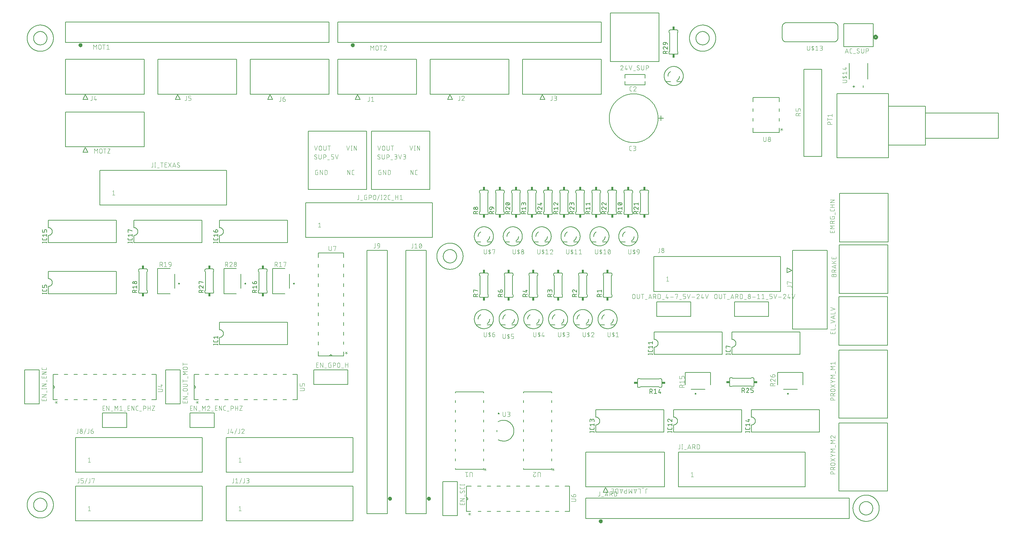
<source format=gbr>
G04 EAGLE Gerber RS-274X export*
G75*
%MOMM*%
%FSLAX34Y34*%
%LPD*%
%INSilkscreen Top*%
%IPPOS*%
%AMOC8*
5,1,8,0,0,1.08239X$1,22.5*%
G01*
%ADD10C,0.127000*%
%ADD11C,0.101600*%
%ADD12C,0.152400*%
%ADD13C,0.508000*%
%ADD14C,0.076200*%
%ADD15R,0.609600X0.863600*%
%ADD16R,0.863600X0.609600*%
%ADD17C,0.203200*%


D10*
X1676400Y1219200D02*
X1676400Y1346200D01*
X1549400Y1346200D01*
X1549400Y1219200D01*
X1676400Y1219200D01*
D11*
X1581799Y1205611D02*
X1581797Y1205718D01*
X1581791Y1205824D01*
X1581781Y1205930D01*
X1581768Y1206036D01*
X1581750Y1206142D01*
X1581729Y1206246D01*
X1581704Y1206350D01*
X1581675Y1206453D01*
X1581643Y1206554D01*
X1581606Y1206654D01*
X1581566Y1206753D01*
X1581523Y1206851D01*
X1581476Y1206947D01*
X1581425Y1207041D01*
X1581371Y1207133D01*
X1581314Y1207223D01*
X1581254Y1207311D01*
X1581190Y1207396D01*
X1581123Y1207479D01*
X1581053Y1207560D01*
X1580981Y1207638D01*
X1580905Y1207714D01*
X1580827Y1207786D01*
X1580746Y1207856D01*
X1580663Y1207923D01*
X1580578Y1207987D01*
X1580490Y1208047D01*
X1580400Y1208104D01*
X1580308Y1208158D01*
X1580214Y1208209D01*
X1580118Y1208256D01*
X1580020Y1208299D01*
X1579921Y1208339D01*
X1579821Y1208376D01*
X1579720Y1208408D01*
X1579617Y1208437D01*
X1579513Y1208462D01*
X1579409Y1208483D01*
X1579303Y1208501D01*
X1579197Y1208514D01*
X1579091Y1208524D01*
X1578985Y1208530D01*
X1578878Y1208532D01*
X1578757Y1208530D01*
X1578636Y1208524D01*
X1578516Y1208514D01*
X1578395Y1208501D01*
X1578276Y1208483D01*
X1578156Y1208462D01*
X1578038Y1208437D01*
X1577921Y1208408D01*
X1577804Y1208375D01*
X1577689Y1208339D01*
X1577575Y1208298D01*
X1577462Y1208255D01*
X1577350Y1208207D01*
X1577241Y1208156D01*
X1577133Y1208101D01*
X1577026Y1208043D01*
X1576922Y1207982D01*
X1576820Y1207917D01*
X1576720Y1207849D01*
X1576622Y1207778D01*
X1576526Y1207704D01*
X1576433Y1207627D01*
X1576343Y1207546D01*
X1576255Y1207463D01*
X1576170Y1207377D01*
X1576087Y1207288D01*
X1576008Y1207197D01*
X1575931Y1207103D01*
X1575858Y1207007D01*
X1575788Y1206909D01*
X1575721Y1206808D01*
X1575657Y1206705D01*
X1575597Y1206600D01*
X1575540Y1206493D01*
X1575486Y1206385D01*
X1575436Y1206275D01*
X1575390Y1206163D01*
X1575347Y1206050D01*
X1575308Y1205935D01*
X1580826Y1203339D02*
X1580905Y1203416D01*
X1580981Y1203497D01*
X1581054Y1203580D01*
X1581124Y1203665D01*
X1581191Y1203753D01*
X1581255Y1203843D01*
X1581315Y1203935D01*
X1581372Y1204030D01*
X1581426Y1204126D01*
X1581477Y1204224D01*
X1581524Y1204324D01*
X1581568Y1204426D01*
X1581608Y1204529D01*
X1581644Y1204633D01*
X1581676Y1204739D01*
X1581705Y1204845D01*
X1581730Y1204953D01*
X1581752Y1205061D01*
X1581769Y1205171D01*
X1581783Y1205280D01*
X1581792Y1205390D01*
X1581798Y1205501D01*
X1581800Y1205611D01*
X1580825Y1203339D02*
X1575308Y1196848D01*
X1581799Y1196848D01*
X1586738Y1199444D02*
X1589334Y1208532D01*
X1586738Y1199444D02*
X1593229Y1199444D01*
X1591282Y1202041D02*
X1591282Y1196848D01*
X1601414Y1196848D02*
X1597519Y1208532D01*
X1605308Y1208532D02*
X1601414Y1196848D01*
X1609104Y1195550D02*
X1614297Y1195550D01*
X1622256Y1196848D02*
X1622355Y1196850D01*
X1622455Y1196856D01*
X1622554Y1196865D01*
X1622652Y1196878D01*
X1622750Y1196895D01*
X1622848Y1196916D01*
X1622944Y1196941D01*
X1623039Y1196969D01*
X1623133Y1197001D01*
X1623226Y1197036D01*
X1623318Y1197075D01*
X1623408Y1197118D01*
X1623496Y1197163D01*
X1623583Y1197213D01*
X1623667Y1197265D01*
X1623750Y1197321D01*
X1623830Y1197379D01*
X1623908Y1197441D01*
X1623983Y1197506D01*
X1624056Y1197574D01*
X1624126Y1197644D01*
X1624194Y1197717D01*
X1624259Y1197792D01*
X1624321Y1197870D01*
X1624379Y1197950D01*
X1624435Y1198033D01*
X1624487Y1198117D01*
X1624537Y1198204D01*
X1624582Y1198292D01*
X1624625Y1198382D01*
X1624664Y1198474D01*
X1624699Y1198567D01*
X1624731Y1198661D01*
X1624759Y1198756D01*
X1624784Y1198852D01*
X1624805Y1198950D01*
X1624822Y1199048D01*
X1624835Y1199146D01*
X1624844Y1199245D01*
X1624850Y1199345D01*
X1624852Y1199444D01*
X1622256Y1196848D02*
X1622112Y1196850D01*
X1621967Y1196856D01*
X1621823Y1196865D01*
X1621680Y1196878D01*
X1621536Y1196895D01*
X1621393Y1196916D01*
X1621251Y1196941D01*
X1621110Y1196969D01*
X1620969Y1197001D01*
X1620829Y1197037D01*
X1620690Y1197076D01*
X1620552Y1197119D01*
X1620416Y1197166D01*
X1620280Y1197216D01*
X1620146Y1197270D01*
X1620014Y1197327D01*
X1619883Y1197388D01*
X1619754Y1197452D01*
X1619626Y1197520D01*
X1619500Y1197590D01*
X1619376Y1197665D01*
X1619255Y1197742D01*
X1619135Y1197823D01*
X1619017Y1197906D01*
X1618902Y1197993D01*
X1618789Y1198083D01*
X1618678Y1198176D01*
X1618570Y1198271D01*
X1618464Y1198370D01*
X1618361Y1198471D01*
X1618686Y1205936D02*
X1618688Y1206035D01*
X1618694Y1206135D01*
X1618703Y1206234D01*
X1618716Y1206332D01*
X1618733Y1206430D01*
X1618754Y1206528D01*
X1618779Y1206624D01*
X1618807Y1206719D01*
X1618839Y1206813D01*
X1618874Y1206906D01*
X1618913Y1206998D01*
X1618956Y1207088D01*
X1619001Y1207176D01*
X1619051Y1207263D01*
X1619103Y1207347D01*
X1619159Y1207430D01*
X1619217Y1207510D01*
X1619279Y1207588D01*
X1619344Y1207663D01*
X1619412Y1207736D01*
X1619482Y1207806D01*
X1619555Y1207874D01*
X1619630Y1207939D01*
X1619708Y1208001D01*
X1619788Y1208059D01*
X1619871Y1208115D01*
X1619955Y1208167D01*
X1620042Y1208217D01*
X1620130Y1208262D01*
X1620220Y1208305D01*
X1620312Y1208344D01*
X1620405Y1208379D01*
X1620499Y1208411D01*
X1620594Y1208439D01*
X1620691Y1208464D01*
X1620788Y1208485D01*
X1620886Y1208502D01*
X1620984Y1208515D01*
X1621083Y1208524D01*
X1621183Y1208530D01*
X1621282Y1208532D01*
X1621418Y1208530D01*
X1621554Y1208524D01*
X1621690Y1208515D01*
X1621826Y1208502D01*
X1621961Y1208484D01*
X1622095Y1208464D01*
X1622229Y1208439D01*
X1622363Y1208411D01*
X1622495Y1208378D01*
X1622626Y1208343D01*
X1622757Y1208303D01*
X1622886Y1208260D01*
X1623014Y1208214D01*
X1623140Y1208163D01*
X1623266Y1208110D01*
X1623389Y1208052D01*
X1623511Y1207992D01*
X1623631Y1207928D01*
X1623750Y1207860D01*
X1623866Y1207790D01*
X1623980Y1207716D01*
X1624093Y1207639D01*
X1624203Y1207558D01*
X1619983Y1203664D02*
X1619897Y1203717D01*
X1619813Y1203774D01*
X1619731Y1203833D01*
X1619651Y1203896D01*
X1619574Y1203962D01*
X1619499Y1204030D01*
X1619427Y1204102D01*
X1619358Y1204176D01*
X1619292Y1204253D01*
X1619229Y1204332D01*
X1619169Y1204414D01*
X1619112Y1204498D01*
X1619058Y1204584D01*
X1619008Y1204672D01*
X1618961Y1204762D01*
X1618917Y1204853D01*
X1618878Y1204947D01*
X1618841Y1205041D01*
X1618809Y1205137D01*
X1618780Y1205235D01*
X1618755Y1205333D01*
X1618734Y1205432D01*
X1618716Y1205532D01*
X1618703Y1205632D01*
X1618693Y1205733D01*
X1618687Y1205835D01*
X1618685Y1205936D01*
X1623554Y1201716D02*
X1623640Y1201663D01*
X1623724Y1201606D01*
X1623806Y1201547D01*
X1623886Y1201484D01*
X1623963Y1201418D01*
X1624038Y1201350D01*
X1624110Y1201278D01*
X1624179Y1201204D01*
X1624245Y1201127D01*
X1624308Y1201048D01*
X1624368Y1200966D01*
X1624425Y1200882D01*
X1624479Y1200796D01*
X1624529Y1200708D01*
X1624576Y1200618D01*
X1624620Y1200527D01*
X1624659Y1200433D01*
X1624696Y1200339D01*
X1624728Y1200243D01*
X1624757Y1200145D01*
X1624782Y1200047D01*
X1624803Y1199948D01*
X1624821Y1199848D01*
X1624834Y1199748D01*
X1624844Y1199647D01*
X1624850Y1199545D01*
X1624852Y1199444D01*
X1623554Y1201716D02*
X1619984Y1203664D01*
X1629791Y1200094D02*
X1629791Y1208532D01*
X1629790Y1200094D02*
X1629792Y1199981D01*
X1629798Y1199868D01*
X1629808Y1199755D01*
X1629822Y1199642D01*
X1629839Y1199530D01*
X1629861Y1199419D01*
X1629886Y1199309D01*
X1629916Y1199199D01*
X1629949Y1199091D01*
X1629986Y1198984D01*
X1630026Y1198878D01*
X1630071Y1198774D01*
X1630119Y1198671D01*
X1630170Y1198570D01*
X1630225Y1198471D01*
X1630283Y1198374D01*
X1630345Y1198279D01*
X1630410Y1198186D01*
X1630478Y1198096D01*
X1630549Y1198008D01*
X1630624Y1197922D01*
X1630701Y1197839D01*
X1630781Y1197759D01*
X1630864Y1197682D01*
X1630950Y1197607D01*
X1631038Y1197536D01*
X1631128Y1197468D01*
X1631221Y1197403D01*
X1631316Y1197341D01*
X1631413Y1197283D01*
X1631512Y1197228D01*
X1631613Y1197177D01*
X1631716Y1197129D01*
X1631820Y1197084D01*
X1631926Y1197044D01*
X1632033Y1197007D01*
X1632141Y1196974D01*
X1632251Y1196944D01*
X1632361Y1196919D01*
X1632472Y1196897D01*
X1632584Y1196880D01*
X1632697Y1196866D01*
X1632810Y1196856D01*
X1632923Y1196850D01*
X1633036Y1196848D01*
X1633149Y1196850D01*
X1633262Y1196856D01*
X1633375Y1196866D01*
X1633488Y1196880D01*
X1633600Y1196897D01*
X1633711Y1196919D01*
X1633821Y1196944D01*
X1633931Y1196974D01*
X1634039Y1197007D01*
X1634146Y1197044D01*
X1634252Y1197084D01*
X1634356Y1197129D01*
X1634459Y1197177D01*
X1634560Y1197228D01*
X1634659Y1197283D01*
X1634756Y1197341D01*
X1634851Y1197403D01*
X1634944Y1197468D01*
X1635034Y1197536D01*
X1635122Y1197607D01*
X1635208Y1197682D01*
X1635291Y1197759D01*
X1635371Y1197839D01*
X1635448Y1197922D01*
X1635523Y1198008D01*
X1635594Y1198096D01*
X1635662Y1198186D01*
X1635727Y1198279D01*
X1635789Y1198374D01*
X1635847Y1198471D01*
X1635902Y1198570D01*
X1635953Y1198671D01*
X1636001Y1198774D01*
X1636046Y1198878D01*
X1636086Y1198984D01*
X1636123Y1199091D01*
X1636156Y1199199D01*
X1636186Y1199309D01*
X1636211Y1199419D01*
X1636233Y1199530D01*
X1636250Y1199642D01*
X1636264Y1199755D01*
X1636274Y1199868D01*
X1636280Y1199981D01*
X1636282Y1200094D01*
X1636282Y1208532D01*
X1642152Y1208532D02*
X1642152Y1196848D01*
X1642152Y1208532D02*
X1645398Y1208532D01*
X1645511Y1208530D01*
X1645624Y1208524D01*
X1645737Y1208514D01*
X1645850Y1208500D01*
X1645962Y1208483D01*
X1646073Y1208461D01*
X1646183Y1208436D01*
X1646293Y1208406D01*
X1646401Y1208373D01*
X1646508Y1208336D01*
X1646614Y1208296D01*
X1646718Y1208251D01*
X1646821Y1208203D01*
X1646922Y1208152D01*
X1647021Y1208097D01*
X1647118Y1208039D01*
X1647213Y1207977D01*
X1647306Y1207912D01*
X1647396Y1207844D01*
X1647484Y1207773D01*
X1647570Y1207698D01*
X1647653Y1207621D01*
X1647733Y1207541D01*
X1647810Y1207458D01*
X1647885Y1207372D01*
X1647956Y1207284D01*
X1648024Y1207194D01*
X1648089Y1207101D01*
X1648151Y1207006D01*
X1648209Y1206909D01*
X1648264Y1206810D01*
X1648315Y1206709D01*
X1648363Y1206606D01*
X1648408Y1206502D01*
X1648448Y1206396D01*
X1648485Y1206289D01*
X1648518Y1206181D01*
X1648548Y1206071D01*
X1648573Y1205961D01*
X1648595Y1205850D01*
X1648612Y1205738D01*
X1648626Y1205625D01*
X1648636Y1205512D01*
X1648642Y1205399D01*
X1648644Y1205286D01*
X1648642Y1205173D01*
X1648636Y1205060D01*
X1648626Y1204947D01*
X1648612Y1204834D01*
X1648595Y1204722D01*
X1648573Y1204611D01*
X1648548Y1204501D01*
X1648518Y1204391D01*
X1648485Y1204283D01*
X1648448Y1204176D01*
X1648408Y1204070D01*
X1648363Y1203966D01*
X1648315Y1203863D01*
X1648264Y1203762D01*
X1648209Y1203663D01*
X1648151Y1203566D01*
X1648089Y1203471D01*
X1648024Y1203378D01*
X1647956Y1203288D01*
X1647885Y1203200D01*
X1647810Y1203114D01*
X1647733Y1203031D01*
X1647653Y1202951D01*
X1647570Y1202874D01*
X1647484Y1202799D01*
X1647396Y1202728D01*
X1647306Y1202660D01*
X1647213Y1202595D01*
X1647118Y1202533D01*
X1647021Y1202475D01*
X1646922Y1202420D01*
X1646821Y1202369D01*
X1646718Y1202321D01*
X1646614Y1202276D01*
X1646508Y1202236D01*
X1646401Y1202199D01*
X1646293Y1202166D01*
X1646183Y1202136D01*
X1646073Y1202111D01*
X1645962Y1202089D01*
X1645850Y1202072D01*
X1645737Y1202058D01*
X1645624Y1202048D01*
X1645511Y1202042D01*
X1645398Y1202040D01*
X1645398Y1202041D02*
X1642152Y1202041D01*
D12*
X2159000Y1258062D02*
X2235454Y1258062D01*
X2235454Y1318006D01*
X2159000Y1318006D01*
X2159000Y1258062D01*
D13*
X2237994Y1282700D02*
X2237996Y1282578D01*
X2238002Y1282456D01*
X2238012Y1282334D01*
X2238025Y1282213D01*
X2238043Y1282092D01*
X2238064Y1281972D01*
X2238090Y1281852D01*
X2238119Y1281734D01*
X2238151Y1281616D01*
X2238188Y1281499D01*
X2238228Y1281384D01*
X2238272Y1281270D01*
X2238320Y1281158D01*
X2238371Y1281047D01*
X2238426Y1280938D01*
X2238484Y1280830D01*
X2238546Y1280725D01*
X2238611Y1280622D01*
X2238679Y1280520D01*
X2238751Y1280421D01*
X2238825Y1280325D01*
X2238903Y1280230D01*
X2238984Y1280139D01*
X2239067Y1280049D01*
X2239153Y1279963D01*
X2239243Y1279880D01*
X2239334Y1279799D01*
X2239429Y1279721D01*
X2239525Y1279647D01*
X2239624Y1279575D01*
X2239726Y1279507D01*
X2239829Y1279442D01*
X2239934Y1279380D01*
X2240042Y1279322D01*
X2240151Y1279267D01*
X2240262Y1279216D01*
X2240374Y1279168D01*
X2240488Y1279124D01*
X2240603Y1279084D01*
X2240720Y1279047D01*
X2240838Y1279015D01*
X2240956Y1278986D01*
X2241076Y1278960D01*
X2241196Y1278939D01*
X2241317Y1278921D01*
X2241438Y1278908D01*
X2241560Y1278898D01*
X2241682Y1278892D01*
X2241804Y1278890D01*
X2241926Y1278892D01*
X2242048Y1278898D01*
X2242170Y1278908D01*
X2242291Y1278921D01*
X2242412Y1278939D01*
X2242532Y1278960D01*
X2242652Y1278986D01*
X2242770Y1279015D01*
X2242888Y1279047D01*
X2243005Y1279084D01*
X2243120Y1279124D01*
X2243234Y1279168D01*
X2243346Y1279216D01*
X2243457Y1279267D01*
X2243566Y1279322D01*
X2243674Y1279380D01*
X2243779Y1279442D01*
X2243882Y1279507D01*
X2243984Y1279575D01*
X2244083Y1279647D01*
X2244179Y1279721D01*
X2244274Y1279799D01*
X2244365Y1279880D01*
X2244455Y1279963D01*
X2244541Y1280049D01*
X2244624Y1280139D01*
X2244705Y1280230D01*
X2244783Y1280325D01*
X2244857Y1280421D01*
X2244929Y1280520D01*
X2244997Y1280622D01*
X2245062Y1280725D01*
X2245124Y1280830D01*
X2245182Y1280938D01*
X2245237Y1281047D01*
X2245288Y1281158D01*
X2245336Y1281270D01*
X2245380Y1281384D01*
X2245420Y1281499D01*
X2245457Y1281616D01*
X2245489Y1281734D01*
X2245518Y1281852D01*
X2245544Y1281972D01*
X2245565Y1282092D01*
X2245583Y1282213D01*
X2245596Y1282334D01*
X2245606Y1282456D01*
X2245612Y1282578D01*
X2245614Y1282700D01*
X2245612Y1282822D01*
X2245606Y1282944D01*
X2245596Y1283066D01*
X2245583Y1283187D01*
X2245565Y1283308D01*
X2245544Y1283428D01*
X2245518Y1283548D01*
X2245489Y1283666D01*
X2245457Y1283784D01*
X2245420Y1283901D01*
X2245380Y1284016D01*
X2245336Y1284130D01*
X2245288Y1284242D01*
X2245237Y1284353D01*
X2245182Y1284462D01*
X2245124Y1284570D01*
X2245062Y1284675D01*
X2244997Y1284778D01*
X2244929Y1284880D01*
X2244857Y1284979D01*
X2244783Y1285075D01*
X2244705Y1285170D01*
X2244624Y1285261D01*
X2244541Y1285351D01*
X2244455Y1285437D01*
X2244365Y1285520D01*
X2244274Y1285601D01*
X2244179Y1285679D01*
X2244083Y1285753D01*
X2243984Y1285825D01*
X2243882Y1285893D01*
X2243779Y1285958D01*
X2243674Y1286020D01*
X2243566Y1286078D01*
X2243457Y1286133D01*
X2243346Y1286184D01*
X2243234Y1286232D01*
X2243120Y1286276D01*
X2243005Y1286316D01*
X2242888Y1286353D01*
X2242770Y1286385D01*
X2242652Y1286414D01*
X2242532Y1286440D01*
X2242412Y1286461D01*
X2242291Y1286479D01*
X2242170Y1286492D01*
X2242048Y1286502D01*
X2241926Y1286508D01*
X2241804Y1286510D01*
X2241682Y1286508D01*
X2241560Y1286502D01*
X2241438Y1286492D01*
X2241317Y1286479D01*
X2241196Y1286461D01*
X2241076Y1286440D01*
X2240956Y1286414D01*
X2240838Y1286385D01*
X2240720Y1286353D01*
X2240603Y1286316D01*
X2240488Y1286276D01*
X2240374Y1286232D01*
X2240262Y1286184D01*
X2240151Y1286133D01*
X2240042Y1286078D01*
X2239934Y1286020D01*
X2239829Y1285958D01*
X2239726Y1285893D01*
X2239624Y1285825D01*
X2239525Y1285753D01*
X2239429Y1285679D01*
X2239334Y1285601D01*
X2239243Y1285520D01*
X2239153Y1285437D01*
X2239067Y1285351D01*
X2238984Y1285261D01*
X2238903Y1285170D01*
X2238825Y1285075D01*
X2238751Y1284979D01*
X2238679Y1284880D01*
X2238611Y1284778D01*
X2238546Y1284675D01*
X2238484Y1284570D01*
X2238426Y1284462D01*
X2238371Y1284353D01*
X2238320Y1284242D01*
X2238272Y1284130D01*
X2238228Y1284016D01*
X2238188Y1283901D01*
X2238151Y1283784D01*
X2238119Y1283666D01*
X2238090Y1283548D01*
X2238064Y1283428D01*
X2238043Y1283308D01*
X2238025Y1283187D01*
X2238012Y1283066D01*
X2238002Y1282944D01*
X2237996Y1282822D01*
X2237994Y1282700D01*
D14*
X2166408Y1253109D02*
X2162429Y1241171D01*
X2170388Y1241171D02*
X2166408Y1253109D01*
X2169393Y1244156D02*
X2163424Y1244156D01*
X2177146Y1241171D02*
X2179799Y1241171D01*
X2177146Y1241171D02*
X2177044Y1241173D01*
X2176943Y1241179D01*
X2176842Y1241189D01*
X2176741Y1241202D01*
X2176641Y1241220D01*
X2176542Y1241241D01*
X2176443Y1241266D01*
X2176346Y1241295D01*
X2176249Y1241327D01*
X2176154Y1241363D01*
X2176061Y1241403D01*
X2175969Y1241446D01*
X2175879Y1241493D01*
X2175790Y1241544D01*
X2175704Y1241597D01*
X2175620Y1241654D01*
X2175538Y1241714D01*
X2175458Y1241777D01*
X2175381Y1241843D01*
X2175306Y1241912D01*
X2175234Y1241984D01*
X2175165Y1242059D01*
X2175099Y1242136D01*
X2175036Y1242216D01*
X2174976Y1242298D01*
X2174919Y1242382D01*
X2174866Y1242468D01*
X2174815Y1242557D01*
X2174768Y1242647D01*
X2174725Y1242739D01*
X2174685Y1242832D01*
X2174649Y1242927D01*
X2174617Y1243024D01*
X2174588Y1243121D01*
X2174563Y1243220D01*
X2174542Y1243319D01*
X2174524Y1243419D01*
X2174511Y1243520D01*
X2174501Y1243621D01*
X2174495Y1243722D01*
X2174493Y1243824D01*
X2174493Y1250456D01*
X2174495Y1250558D01*
X2174501Y1250659D01*
X2174511Y1250760D01*
X2174524Y1250861D01*
X2174542Y1250961D01*
X2174563Y1251060D01*
X2174588Y1251159D01*
X2174617Y1251256D01*
X2174649Y1251353D01*
X2174685Y1251448D01*
X2174725Y1251541D01*
X2174768Y1251633D01*
X2174815Y1251723D01*
X2174866Y1251812D01*
X2174919Y1251898D01*
X2174976Y1251982D01*
X2175036Y1252064D01*
X2175099Y1252144D01*
X2175165Y1252221D01*
X2175234Y1252296D01*
X2175306Y1252368D01*
X2175381Y1252437D01*
X2175458Y1252503D01*
X2175538Y1252566D01*
X2175620Y1252626D01*
X2175704Y1252683D01*
X2175790Y1252736D01*
X2175879Y1252787D01*
X2175969Y1252834D01*
X2176061Y1252877D01*
X2176154Y1252917D01*
X2176249Y1252953D01*
X2176346Y1252985D01*
X2176443Y1253014D01*
X2176541Y1253039D01*
X2176641Y1253060D01*
X2176741Y1253078D01*
X2176842Y1253091D01*
X2176943Y1253101D01*
X2177044Y1253107D01*
X2177146Y1253109D01*
X2179799Y1253109D01*
X2183567Y1239845D02*
X2188873Y1239845D01*
X2196789Y1241171D02*
X2196891Y1241173D01*
X2196992Y1241179D01*
X2197093Y1241189D01*
X2197194Y1241202D01*
X2197294Y1241220D01*
X2197393Y1241241D01*
X2197492Y1241266D01*
X2197589Y1241295D01*
X2197686Y1241327D01*
X2197781Y1241363D01*
X2197874Y1241403D01*
X2197966Y1241446D01*
X2198056Y1241493D01*
X2198145Y1241544D01*
X2198231Y1241597D01*
X2198315Y1241654D01*
X2198397Y1241714D01*
X2198477Y1241777D01*
X2198554Y1241843D01*
X2198629Y1241912D01*
X2198701Y1241984D01*
X2198770Y1242059D01*
X2198836Y1242136D01*
X2198899Y1242216D01*
X2198959Y1242298D01*
X2199016Y1242382D01*
X2199069Y1242468D01*
X2199120Y1242557D01*
X2199167Y1242647D01*
X2199210Y1242739D01*
X2199250Y1242832D01*
X2199286Y1242927D01*
X2199318Y1243024D01*
X2199347Y1243121D01*
X2199372Y1243220D01*
X2199393Y1243319D01*
X2199411Y1243419D01*
X2199424Y1243520D01*
X2199434Y1243621D01*
X2199440Y1243722D01*
X2199442Y1243824D01*
X2196789Y1241171D02*
X2196642Y1241173D01*
X2196494Y1241179D01*
X2196347Y1241188D01*
X2196200Y1241202D01*
X2196054Y1241219D01*
X2195908Y1241241D01*
X2195762Y1241266D01*
X2195618Y1241295D01*
X2195474Y1241327D01*
X2195331Y1241364D01*
X2195189Y1241404D01*
X2195048Y1241448D01*
X2194909Y1241496D01*
X2194771Y1241547D01*
X2194634Y1241602D01*
X2194498Y1241661D01*
X2194364Y1241723D01*
X2194232Y1241788D01*
X2194102Y1241857D01*
X2193973Y1241930D01*
X2193847Y1242005D01*
X2193722Y1242084D01*
X2193600Y1242167D01*
X2193480Y1242252D01*
X2193362Y1242341D01*
X2193247Y1242433D01*
X2193133Y1242527D01*
X2193023Y1242625D01*
X2192915Y1242726D01*
X2192810Y1242829D01*
X2193142Y1250456D02*
X2193144Y1250558D01*
X2193150Y1250659D01*
X2193160Y1250760D01*
X2193173Y1250861D01*
X2193191Y1250961D01*
X2193212Y1251060D01*
X2193237Y1251159D01*
X2193266Y1251256D01*
X2193298Y1251353D01*
X2193334Y1251448D01*
X2193374Y1251541D01*
X2193417Y1251633D01*
X2193464Y1251723D01*
X2193515Y1251812D01*
X2193568Y1251898D01*
X2193625Y1251982D01*
X2193685Y1252064D01*
X2193748Y1252144D01*
X2193814Y1252221D01*
X2193883Y1252296D01*
X2193955Y1252368D01*
X2194030Y1252437D01*
X2194107Y1252503D01*
X2194187Y1252566D01*
X2194269Y1252626D01*
X2194353Y1252683D01*
X2194439Y1252736D01*
X2194528Y1252787D01*
X2194618Y1252834D01*
X2194710Y1252877D01*
X2194803Y1252917D01*
X2194898Y1252953D01*
X2194995Y1252985D01*
X2195092Y1253014D01*
X2195191Y1253039D01*
X2195290Y1253060D01*
X2195390Y1253078D01*
X2195491Y1253091D01*
X2195592Y1253101D01*
X2195693Y1253107D01*
X2195795Y1253109D01*
X2195934Y1253107D01*
X2196073Y1253101D01*
X2196212Y1253091D01*
X2196351Y1253078D01*
X2196489Y1253060D01*
X2196626Y1253039D01*
X2196763Y1253014D01*
X2196899Y1252985D01*
X2197034Y1252952D01*
X2197169Y1252916D01*
X2197302Y1252875D01*
X2197434Y1252831D01*
X2197565Y1252784D01*
X2197694Y1252732D01*
X2197822Y1252677D01*
X2197948Y1252619D01*
X2198073Y1252557D01*
X2198195Y1252491D01*
X2198316Y1252423D01*
X2198435Y1252350D01*
X2198552Y1252275D01*
X2198667Y1252196D01*
X2198779Y1252114D01*
X2194468Y1248135D02*
X2194383Y1248187D01*
X2194300Y1248243D01*
X2194219Y1248301D01*
X2194140Y1248363D01*
X2194064Y1248427D01*
X2193990Y1248494D01*
X2193918Y1248564D01*
X2193850Y1248636D01*
X2193783Y1248711D01*
X2193720Y1248788D01*
X2193660Y1248868D01*
X2193602Y1248950D01*
X2193548Y1249034D01*
X2193497Y1249119D01*
X2193449Y1249207D01*
X2193404Y1249296D01*
X2193363Y1249387D01*
X2193325Y1249480D01*
X2193291Y1249574D01*
X2193260Y1249668D01*
X2193232Y1249765D01*
X2193208Y1249862D01*
X2193188Y1249959D01*
X2193172Y1250058D01*
X2193159Y1250157D01*
X2193149Y1250256D01*
X2193144Y1250356D01*
X2193142Y1250456D01*
X2198116Y1246145D02*
X2198201Y1246093D01*
X2198284Y1246037D01*
X2198365Y1245979D01*
X2198444Y1245917D01*
X2198520Y1245853D01*
X2198594Y1245786D01*
X2198666Y1245716D01*
X2198734Y1245644D01*
X2198801Y1245569D01*
X2198864Y1245492D01*
X2198924Y1245412D01*
X2198982Y1245330D01*
X2199036Y1245246D01*
X2199087Y1245161D01*
X2199135Y1245073D01*
X2199180Y1244984D01*
X2199221Y1244893D01*
X2199259Y1244800D01*
X2199293Y1244707D01*
X2199324Y1244612D01*
X2199352Y1244515D01*
X2199376Y1244418D01*
X2199396Y1244321D01*
X2199412Y1244222D01*
X2199425Y1244123D01*
X2199435Y1244024D01*
X2199440Y1243924D01*
X2199442Y1243824D01*
X2198116Y1246145D02*
X2194468Y1248135D01*
X2204240Y1244487D02*
X2204240Y1253109D01*
X2204240Y1244487D02*
X2204242Y1244373D01*
X2204248Y1244258D01*
X2204258Y1244144D01*
X2204272Y1244031D01*
X2204289Y1243917D01*
X2204311Y1243805D01*
X2204336Y1243693D01*
X2204366Y1243583D01*
X2204399Y1243473D01*
X2204436Y1243365D01*
X2204476Y1243258D01*
X2204521Y1243152D01*
X2204568Y1243048D01*
X2204620Y1242946D01*
X2204675Y1242846D01*
X2204733Y1242747D01*
X2204795Y1242651D01*
X2204860Y1242556D01*
X2204928Y1242465D01*
X2205000Y1242375D01*
X2205074Y1242288D01*
X2205151Y1242204D01*
X2205232Y1242122D01*
X2205315Y1242043D01*
X2205400Y1241967D01*
X2205489Y1241894D01*
X2205579Y1241825D01*
X2205672Y1241758D01*
X2205768Y1241695D01*
X2205865Y1241635D01*
X2205965Y1241578D01*
X2206066Y1241525D01*
X2206169Y1241475D01*
X2206274Y1241429D01*
X2206380Y1241386D01*
X2206488Y1241348D01*
X2206597Y1241313D01*
X2206707Y1241282D01*
X2206818Y1241254D01*
X2206930Y1241231D01*
X2207043Y1241211D01*
X2207156Y1241195D01*
X2207270Y1241183D01*
X2207384Y1241175D01*
X2207499Y1241171D01*
X2207613Y1241171D01*
X2207728Y1241175D01*
X2207842Y1241183D01*
X2207956Y1241195D01*
X2208069Y1241211D01*
X2208182Y1241231D01*
X2208294Y1241254D01*
X2208405Y1241282D01*
X2208515Y1241313D01*
X2208624Y1241348D01*
X2208732Y1241386D01*
X2208838Y1241429D01*
X2208943Y1241475D01*
X2209046Y1241525D01*
X2209147Y1241578D01*
X2209247Y1241635D01*
X2209344Y1241695D01*
X2209440Y1241758D01*
X2209533Y1241825D01*
X2209623Y1241894D01*
X2209712Y1241967D01*
X2209797Y1242043D01*
X2209880Y1242122D01*
X2209961Y1242204D01*
X2210038Y1242288D01*
X2210112Y1242375D01*
X2210184Y1242465D01*
X2210252Y1242556D01*
X2210317Y1242651D01*
X2210379Y1242747D01*
X2210437Y1242846D01*
X2210492Y1242946D01*
X2210544Y1243048D01*
X2210591Y1243152D01*
X2210636Y1243258D01*
X2210676Y1243365D01*
X2210713Y1243473D01*
X2210746Y1243583D01*
X2210776Y1243693D01*
X2210801Y1243805D01*
X2210823Y1243917D01*
X2210840Y1244031D01*
X2210854Y1244144D01*
X2210864Y1244258D01*
X2210870Y1244373D01*
X2210872Y1244487D01*
X2210872Y1253109D01*
X2216580Y1253109D02*
X2216580Y1241171D01*
X2216580Y1253109D02*
X2219896Y1253109D01*
X2220010Y1253107D01*
X2220125Y1253101D01*
X2220239Y1253091D01*
X2220352Y1253077D01*
X2220466Y1253060D01*
X2220578Y1253038D01*
X2220690Y1253013D01*
X2220800Y1252983D01*
X2220910Y1252950D01*
X2221018Y1252913D01*
X2221125Y1252873D01*
X2221231Y1252828D01*
X2221335Y1252781D01*
X2221437Y1252729D01*
X2221537Y1252674D01*
X2221636Y1252616D01*
X2221732Y1252554D01*
X2221827Y1252489D01*
X2221918Y1252421D01*
X2222008Y1252349D01*
X2222095Y1252275D01*
X2222179Y1252198D01*
X2222261Y1252117D01*
X2222340Y1252034D01*
X2222416Y1251949D01*
X2222489Y1251860D01*
X2222558Y1251770D01*
X2222625Y1251677D01*
X2222688Y1251581D01*
X2222748Y1251484D01*
X2222805Y1251384D01*
X2222858Y1251283D01*
X2222908Y1251180D01*
X2222954Y1251075D01*
X2222997Y1250969D01*
X2223035Y1250861D01*
X2223070Y1250752D01*
X2223101Y1250642D01*
X2223129Y1250531D01*
X2223152Y1250419D01*
X2223172Y1250306D01*
X2223188Y1250193D01*
X2223200Y1250079D01*
X2223208Y1249965D01*
X2223212Y1249850D01*
X2223212Y1249736D01*
X2223208Y1249621D01*
X2223200Y1249507D01*
X2223188Y1249393D01*
X2223172Y1249280D01*
X2223152Y1249167D01*
X2223129Y1249055D01*
X2223101Y1248944D01*
X2223070Y1248834D01*
X2223035Y1248725D01*
X2222997Y1248617D01*
X2222954Y1248511D01*
X2222908Y1248406D01*
X2222858Y1248303D01*
X2222805Y1248202D01*
X2222748Y1248102D01*
X2222688Y1248005D01*
X2222625Y1247909D01*
X2222558Y1247816D01*
X2222489Y1247726D01*
X2222416Y1247637D01*
X2222340Y1247552D01*
X2222261Y1247469D01*
X2222179Y1247388D01*
X2222095Y1247311D01*
X2222008Y1247237D01*
X2221918Y1247165D01*
X2221827Y1247097D01*
X2221732Y1247032D01*
X2221636Y1246970D01*
X2221537Y1246912D01*
X2221437Y1246857D01*
X2221335Y1246805D01*
X2221231Y1246758D01*
X2221125Y1246713D01*
X2221018Y1246673D01*
X2220910Y1246636D01*
X2220800Y1246603D01*
X2220690Y1246573D01*
X2220578Y1246548D01*
X2220466Y1246526D01*
X2220352Y1246509D01*
X2220239Y1246495D01*
X2220125Y1246485D01*
X2220010Y1246479D01*
X2219896Y1246477D01*
X2216580Y1246477D01*
D10*
X2273300Y477520D02*
X2146300Y477520D01*
X2273300Y477520D02*
X2273300Y604520D01*
X2146300Y604520D01*
X2146300Y477520D01*
D11*
X2135632Y507613D02*
X2135632Y512806D01*
X2135632Y507613D02*
X2123948Y507613D01*
X2123948Y512806D01*
X2129141Y511508D02*
X2129141Y507613D01*
X2123948Y517519D02*
X2135632Y517519D01*
X2135632Y522712D01*
X2136930Y526528D02*
X2136930Y531721D01*
X2135632Y539411D02*
X2123948Y535517D01*
X2123948Y543306D02*
X2135632Y539411D01*
X2135632Y546947D02*
X2123948Y550841D01*
X2135632Y554736D01*
X2132711Y553762D02*
X2132711Y547920D01*
X2135632Y559429D02*
X2123948Y559429D01*
X2135632Y559429D02*
X2135632Y564622D01*
X2135632Y572177D02*
X2123948Y568283D01*
X2123948Y576072D02*
X2135632Y572177D01*
D10*
X774446Y412750D02*
X774446Y374650D01*
X863346Y374650D01*
X863346Y412750D01*
X774446Y412750D01*
D11*
X781304Y419608D02*
X786497Y419608D01*
X781304Y419608D02*
X781304Y431292D01*
X786497Y431292D01*
X785199Y426099D02*
X781304Y426099D01*
X791187Y431292D02*
X791187Y419608D01*
X797679Y419608D02*
X791187Y431292D01*
X797679Y431292D02*
X797679Y419608D01*
X802505Y418310D02*
X807697Y418310D01*
X817067Y426099D02*
X819014Y426099D01*
X819014Y419608D01*
X815120Y419608D01*
X815021Y419610D01*
X814921Y419616D01*
X814822Y419625D01*
X814724Y419638D01*
X814626Y419655D01*
X814528Y419676D01*
X814432Y419701D01*
X814337Y419729D01*
X814243Y419761D01*
X814150Y419796D01*
X814058Y419835D01*
X813968Y419878D01*
X813880Y419923D01*
X813793Y419973D01*
X813709Y420025D01*
X813626Y420081D01*
X813546Y420139D01*
X813468Y420201D01*
X813393Y420266D01*
X813320Y420334D01*
X813250Y420404D01*
X813182Y420477D01*
X813117Y420552D01*
X813055Y420630D01*
X812997Y420710D01*
X812941Y420793D01*
X812889Y420877D01*
X812839Y420964D01*
X812794Y421052D01*
X812751Y421142D01*
X812712Y421234D01*
X812677Y421327D01*
X812645Y421421D01*
X812617Y421516D01*
X812592Y421612D01*
X812571Y421710D01*
X812554Y421808D01*
X812541Y421906D01*
X812532Y422005D01*
X812526Y422105D01*
X812524Y422204D01*
X812523Y422204D02*
X812523Y428696D01*
X812524Y428696D02*
X812526Y428795D01*
X812532Y428895D01*
X812541Y428994D01*
X812554Y429092D01*
X812571Y429190D01*
X812592Y429288D01*
X812617Y429384D01*
X812645Y429479D01*
X812677Y429573D01*
X812712Y429666D01*
X812751Y429758D01*
X812794Y429848D01*
X812839Y429936D01*
X812889Y430023D01*
X812941Y430107D01*
X812997Y430190D01*
X813055Y430270D01*
X813117Y430348D01*
X813182Y430423D01*
X813250Y430496D01*
X813320Y430566D01*
X813393Y430634D01*
X813468Y430699D01*
X813546Y430761D01*
X813626Y430819D01*
X813709Y430875D01*
X813793Y430927D01*
X813880Y430977D01*
X813968Y431022D01*
X814058Y431065D01*
X814150Y431104D01*
X814242Y431139D01*
X814337Y431171D01*
X814432Y431199D01*
X814528Y431224D01*
X814626Y431245D01*
X814724Y431262D01*
X814822Y431275D01*
X814921Y431284D01*
X815021Y431290D01*
X815120Y431292D01*
X819014Y431292D01*
X824885Y431292D02*
X824885Y419608D01*
X824885Y431292D02*
X828130Y431292D01*
X828243Y431290D01*
X828356Y431284D01*
X828469Y431274D01*
X828582Y431260D01*
X828694Y431243D01*
X828805Y431221D01*
X828915Y431196D01*
X829025Y431166D01*
X829133Y431133D01*
X829240Y431096D01*
X829346Y431056D01*
X829450Y431011D01*
X829553Y430963D01*
X829654Y430912D01*
X829753Y430857D01*
X829850Y430799D01*
X829945Y430737D01*
X830038Y430672D01*
X830128Y430604D01*
X830216Y430533D01*
X830302Y430458D01*
X830385Y430381D01*
X830465Y430301D01*
X830542Y430218D01*
X830617Y430132D01*
X830688Y430044D01*
X830756Y429954D01*
X830821Y429861D01*
X830883Y429766D01*
X830941Y429669D01*
X830996Y429570D01*
X831047Y429469D01*
X831095Y429366D01*
X831140Y429262D01*
X831180Y429156D01*
X831217Y429049D01*
X831250Y428941D01*
X831280Y428831D01*
X831305Y428721D01*
X831327Y428610D01*
X831344Y428498D01*
X831358Y428385D01*
X831368Y428272D01*
X831374Y428159D01*
X831376Y428046D01*
X831374Y427933D01*
X831368Y427820D01*
X831358Y427707D01*
X831344Y427594D01*
X831327Y427482D01*
X831305Y427371D01*
X831280Y427261D01*
X831250Y427151D01*
X831217Y427043D01*
X831180Y426936D01*
X831140Y426830D01*
X831095Y426726D01*
X831047Y426623D01*
X830996Y426522D01*
X830941Y426423D01*
X830883Y426326D01*
X830821Y426231D01*
X830756Y426138D01*
X830688Y426048D01*
X830617Y425960D01*
X830542Y425874D01*
X830465Y425791D01*
X830385Y425711D01*
X830302Y425634D01*
X830216Y425559D01*
X830128Y425488D01*
X830038Y425420D01*
X829945Y425355D01*
X829850Y425293D01*
X829753Y425235D01*
X829654Y425180D01*
X829553Y425129D01*
X829450Y425081D01*
X829346Y425036D01*
X829240Y424996D01*
X829133Y424959D01*
X829025Y424926D01*
X828915Y424896D01*
X828805Y424871D01*
X828694Y424849D01*
X828582Y424832D01*
X828469Y424818D01*
X828356Y424808D01*
X828243Y424802D01*
X828130Y424800D01*
X828130Y424801D02*
X824885Y424801D01*
X835764Y422854D02*
X835764Y428046D01*
X835766Y428159D01*
X835772Y428272D01*
X835782Y428385D01*
X835796Y428498D01*
X835813Y428610D01*
X835835Y428721D01*
X835860Y428831D01*
X835890Y428941D01*
X835923Y429049D01*
X835960Y429156D01*
X836000Y429262D01*
X836045Y429366D01*
X836093Y429469D01*
X836144Y429570D01*
X836199Y429669D01*
X836257Y429766D01*
X836319Y429861D01*
X836384Y429954D01*
X836452Y430044D01*
X836523Y430132D01*
X836598Y430218D01*
X836675Y430301D01*
X836755Y430381D01*
X836838Y430458D01*
X836924Y430533D01*
X837012Y430604D01*
X837102Y430672D01*
X837195Y430737D01*
X837290Y430799D01*
X837387Y430857D01*
X837486Y430912D01*
X837587Y430963D01*
X837690Y431011D01*
X837794Y431056D01*
X837900Y431096D01*
X838007Y431133D01*
X838115Y431166D01*
X838225Y431196D01*
X838335Y431221D01*
X838446Y431243D01*
X838558Y431260D01*
X838671Y431274D01*
X838784Y431284D01*
X838897Y431290D01*
X839010Y431292D01*
X839123Y431290D01*
X839236Y431284D01*
X839349Y431274D01*
X839462Y431260D01*
X839574Y431243D01*
X839685Y431221D01*
X839795Y431196D01*
X839905Y431166D01*
X840013Y431133D01*
X840120Y431096D01*
X840226Y431056D01*
X840330Y431011D01*
X840433Y430963D01*
X840534Y430912D01*
X840633Y430857D01*
X840730Y430799D01*
X840825Y430737D01*
X840918Y430672D01*
X841008Y430604D01*
X841096Y430533D01*
X841182Y430458D01*
X841265Y430381D01*
X841345Y430301D01*
X841422Y430218D01*
X841497Y430132D01*
X841568Y430044D01*
X841636Y429954D01*
X841701Y429861D01*
X841763Y429766D01*
X841821Y429669D01*
X841876Y429570D01*
X841927Y429469D01*
X841975Y429366D01*
X842020Y429262D01*
X842060Y429156D01*
X842097Y429049D01*
X842130Y428941D01*
X842160Y428831D01*
X842185Y428721D01*
X842207Y428610D01*
X842224Y428498D01*
X842238Y428385D01*
X842248Y428272D01*
X842254Y428159D01*
X842256Y428046D01*
X842255Y428046D02*
X842255Y422854D01*
X842256Y422854D02*
X842254Y422741D01*
X842248Y422628D01*
X842238Y422515D01*
X842224Y422402D01*
X842207Y422290D01*
X842185Y422179D01*
X842160Y422069D01*
X842130Y421959D01*
X842097Y421851D01*
X842060Y421744D01*
X842020Y421638D01*
X841975Y421534D01*
X841927Y421431D01*
X841876Y421330D01*
X841821Y421231D01*
X841763Y421134D01*
X841701Y421039D01*
X841636Y420946D01*
X841568Y420856D01*
X841497Y420768D01*
X841422Y420682D01*
X841345Y420599D01*
X841265Y420519D01*
X841182Y420442D01*
X841096Y420367D01*
X841008Y420296D01*
X840918Y420228D01*
X840825Y420163D01*
X840730Y420101D01*
X840633Y420043D01*
X840534Y419988D01*
X840433Y419937D01*
X840330Y419889D01*
X840226Y419844D01*
X840120Y419804D01*
X840013Y419767D01*
X839905Y419734D01*
X839795Y419704D01*
X839685Y419679D01*
X839574Y419657D01*
X839462Y419640D01*
X839349Y419626D01*
X839236Y419616D01*
X839123Y419610D01*
X839010Y419608D01*
X838897Y419610D01*
X838784Y419616D01*
X838671Y419626D01*
X838558Y419640D01*
X838446Y419657D01*
X838335Y419679D01*
X838225Y419704D01*
X838115Y419734D01*
X838007Y419767D01*
X837900Y419804D01*
X837794Y419844D01*
X837690Y419889D01*
X837587Y419937D01*
X837486Y419988D01*
X837387Y420043D01*
X837290Y420101D01*
X837195Y420163D01*
X837102Y420228D01*
X837012Y420296D01*
X836924Y420367D01*
X836838Y420442D01*
X836755Y420519D01*
X836675Y420599D01*
X836598Y420682D01*
X836523Y420768D01*
X836452Y420856D01*
X836384Y420946D01*
X836319Y421039D01*
X836257Y421134D01*
X836199Y421231D01*
X836144Y421330D01*
X836093Y421431D01*
X836045Y421534D01*
X836000Y421638D01*
X835960Y421744D01*
X835923Y421851D01*
X835890Y421959D01*
X835860Y422069D01*
X835835Y422179D01*
X835813Y422290D01*
X835796Y422402D01*
X835782Y422515D01*
X835772Y422628D01*
X835766Y422741D01*
X835764Y422854D01*
X846700Y418310D02*
X851893Y418310D01*
X856719Y419608D02*
X856719Y431292D01*
X856719Y426099D02*
X863210Y426099D01*
X863210Y431292D02*
X863210Y419608D01*
D10*
X57150Y412750D02*
X19050Y412750D01*
X19050Y323850D01*
X57150Y323850D01*
X57150Y412750D01*
D11*
X75692Y337495D02*
X75692Y332302D01*
X64008Y332302D01*
X64008Y337495D01*
X69201Y336197D02*
X69201Y332302D01*
X64008Y342185D02*
X75692Y342185D01*
X75692Y348677D02*
X64008Y342185D01*
X64008Y348677D02*
X75692Y348677D01*
X76990Y353503D02*
X76990Y358695D01*
X75692Y364100D02*
X64008Y364100D01*
X75692Y362802D02*
X75692Y365398D01*
X64008Y365398D02*
X64008Y362802D01*
X64008Y370379D02*
X75692Y370379D01*
X75692Y376870D02*
X64008Y370379D01*
X64008Y376870D02*
X75692Y376870D01*
X76990Y381696D02*
X76990Y386889D01*
X75692Y391738D02*
X75692Y396931D01*
X75692Y391738D02*
X64008Y391738D01*
X64008Y396931D01*
X69201Y395633D02*
X69201Y391738D01*
X64008Y401621D02*
X75692Y401621D01*
X75692Y408112D02*
X64008Y401621D01*
X64008Y408112D02*
X75692Y408112D01*
X75692Y415996D02*
X75692Y418592D01*
X75692Y415996D02*
X75690Y415897D01*
X75684Y415797D01*
X75675Y415698D01*
X75662Y415600D01*
X75645Y415502D01*
X75624Y415404D01*
X75599Y415308D01*
X75571Y415213D01*
X75539Y415119D01*
X75504Y415026D01*
X75465Y414934D01*
X75422Y414844D01*
X75377Y414756D01*
X75327Y414669D01*
X75275Y414585D01*
X75219Y414502D01*
X75161Y414422D01*
X75099Y414344D01*
X75034Y414269D01*
X74966Y414196D01*
X74896Y414126D01*
X74823Y414058D01*
X74748Y413993D01*
X74670Y413931D01*
X74590Y413873D01*
X74507Y413817D01*
X74423Y413765D01*
X74336Y413715D01*
X74248Y413670D01*
X74158Y413627D01*
X74066Y413588D01*
X73973Y413553D01*
X73879Y413521D01*
X73784Y413493D01*
X73688Y413468D01*
X73590Y413447D01*
X73492Y413430D01*
X73394Y413417D01*
X73295Y413408D01*
X73195Y413402D01*
X73096Y413400D01*
X73096Y413399D02*
X66604Y413399D01*
X66505Y413401D01*
X66405Y413407D01*
X66306Y413416D01*
X66208Y413429D01*
X66110Y413447D01*
X66012Y413467D01*
X65916Y413492D01*
X65820Y413520D01*
X65726Y413552D01*
X65633Y413587D01*
X65542Y413626D01*
X65452Y413669D01*
X65363Y413714D01*
X65277Y413764D01*
X65192Y413816D01*
X65110Y413872D01*
X65030Y413931D01*
X64952Y413992D01*
X64876Y414057D01*
X64803Y414125D01*
X64733Y414195D01*
X64665Y414268D01*
X64600Y414344D01*
X64539Y414422D01*
X64480Y414502D01*
X64424Y414584D01*
X64372Y414669D01*
X64323Y414755D01*
X64277Y414844D01*
X64234Y414934D01*
X64195Y415025D01*
X64160Y415118D01*
X64128Y415212D01*
X64100Y415308D01*
X64075Y415404D01*
X64055Y415502D01*
X64037Y415600D01*
X64024Y415698D01*
X64015Y415797D01*
X64009Y415896D01*
X64007Y415996D01*
X64008Y415996D02*
X64008Y418592D01*
D10*
X222250Y299971D02*
X222250Y261871D01*
X285750Y261871D01*
X285750Y299971D01*
X222250Y299971D01*
D11*
X222758Y306829D02*
X227951Y306829D01*
X222758Y306829D02*
X222758Y318513D01*
X227951Y318513D01*
X226653Y313320D02*
X222758Y313320D01*
X232641Y318513D02*
X232641Y306829D01*
X239133Y306829D02*
X232641Y318513D01*
X239133Y318513D02*
X239133Y306829D01*
X243959Y305531D02*
X249151Y305531D01*
X254090Y306829D02*
X254090Y318513D01*
X257985Y312022D01*
X261880Y318513D01*
X261880Y306829D01*
X267312Y315917D02*
X270558Y318513D01*
X270558Y306829D01*
X273803Y306829D02*
X267312Y306829D01*
X278248Y305531D02*
X283441Y305531D01*
X288290Y306829D02*
X293483Y306829D01*
X288290Y306829D02*
X288290Y318513D01*
X293483Y318513D01*
X292185Y313320D02*
X288290Y313320D01*
X298173Y318513D02*
X298173Y306829D01*
X304664Y306829D02*
X298173Y318513D01*
X304664Y318513D02*
X304664Y306829D01*
X312548Y306829D02*
X315144Y306829D01*
X312548Y306829D02*
X312449Y306831D01*
X312349Y306837D01*
X312250Y306846D01*
X312152Y306859D01*
X312054Y306876D01*
X311956Y306897D01*
X311860Y306922D01*
X311765Y306950D01*
X311671Y306982D01*
X311578Y307017D01*
X311486Y307056D01*
X311396Y307099D01*
X311308Y307144D01*
X311221Y307194D01*
X311137Y307246D01*
X311054Y307302D01*
X310974Y307360D01*
X310896Y307422D01*
X310821Y307487D01*
X310748Y307555D01*
X310678Y307625D01*
X310610Y307698D01*
X310545Y307773D01*
X310483Y307851D01*
X310425Y307931D01*
X310369Y308014D01*
X310317Y308098D01*
X310267Y308185D01*
X310222Y308273D01*
X310179Y308363D01*
X310140Y308455D01*
X310105Y308548D01*
X310073Y308642D01*
X310045Y308737D01*
X310020Y308833D01*
X309999Y308931D01*
X309982Y309029D01*
X309969Y309127D01*
X309960Y309226D01*
X309954Y309326D01*
X309952Y309425D01*
X309951Y309425D02*
X309951Y315917D01*
X309952Y315917D02*
X309954Y316016D01*
X309960Y316116D01*
X309969Y316215D01*
X309982Y316313D01*
X309999Y316411D01*
X310020Y316509D01*
X310045Y316605D01*
X310073Y316700D01*
X310105Y316794D01*
X310140Y316887D01*
X310179Y316979D01*
X310222Y317069D01*
X310267Y317157D01*
X310317Y317244D01*
X310369Y317328D01*
X310425Y317411D01*
X310483Y317491D01*
X310545Y317569D01*
X310610Y317644D01*
X310678Y317717D01*
X310748Y317787D01*
X310821Y317855D01*
X310896Y317920D01*
X310974Y317982D01*
X311054Y318040D01*
X311137Y318096D01*
X311221Y318148D01*
X311308Y318198D01*
X311396Y318243D01*
X311486Y318286D01*
X311578Y318325D01*
X311670Y318360D01*
X311765Y318392D01*
X311860Y318420D01*
X311956Y318445D01*
X312054Y318466D01*
X312152Y318483D01*
X312250Y318496D01*
X312349Y318505D01*
X312449Y318511D01*
X312548Y318513D01*
X315144Y318513D01*
X319015Y305531D02*
X324208Y305531D01*
X329204Y306829D02*
X329204Y318513D01*
X332449Y318513D01*
X332562Y318511D01*
X332675Y318505D01*
X332788Y318495D01*
X332901Y318481D01*
X333013Y318464D01*
X333124Y318442D01*
X333234Y318417D01*
X333344Y318387D01*
X333452Y318354D01*
X333559Y318317D01*
X333665Y318277D01*
X333769Y318232D01*
X333872Y318184D01*
X333973Y318133D01*
X334072Y318078D01*
X334169Y318020D01*
X334264Y317958D01*
X334357Y317893D01*
X334447Y317825D01*
X334535Y317754D01*
X334621Y317679D01*
X334704Y317602D01*
X334784Y317522D01*
X334861Y317439D01*
X334936Y317353D01*
X335007Y317265D01*
X335075Y317175D01*
X335140Y317082D01*
X335202Y316987D01*
X335260Y316890D01*
X335315Y316791D01*
X335366Y316690D01*
X335414Y316587D01*
X335459Y316483D01*
X335499Y316377D01*
X335536Y316270D01*
X335569Y316162D01*
X335599Y316052D01*
X335624Y315942D01*
X335646Y315831D01*
X335663Y315719D01*
X335677Y315606D01*
X335687Y315493D01*
X335693Y315380D01*
X335695Y315267D01*
X335693Y315154D01*
X335687Y315041D01*
X335677Y314928D01*
X335663Y314815D01*
X335646Y314703D01*
X335624Y314592D01*
X335599Y314482D01*
X335569Y314372D01*
X335536Y314264D01*
X335499Y314157D01*
X335459Y314051D01*
X335414Y313947D01*
X335366Y313844D01*
X335315Y313743D01*
X335260Y313644D01*
X335202Y313547D01*
X335140Y313452D01*
X335075Y313359D01*
X335007Y313269D01*
X334936Y313181D01*
X334861Y313095D01*
X334784Y313012D01*
X334704Y312932D01*
X334621Y312855D01*
X334535Y312780D01*
X334447Y312709D01*
X334357Y312641D01*
X334264Y312576D01*
X334169Y312514D01*
X334072Y312456D01*
X333973Y312401D01*
X333872Y312350D01*
X333769Y312302D01*
X333665Y312257D01*
X333559Y312217D01*
X333452Y312180D01*
X333344Y312147D01*
X333234Y312117D01*
X333124Y312092D01*
X333013Y312070D01*
X332901Y312053D01*
X332788Y312039D01*
X332675Y312029D01*
X332562Y312023D01*
X332449Y312021D01*
X332449Y312022D02*
X329204Y312022D01*
X340464Y306829D02*
X340464Y318513D01*
X340464Y313320D02*
X346955Y313320D01*
X346955Y318513D02*
X346955Y306829D01*
X351894Y318513D02*
X358385Y318513D01*
X351894Y306829D01*
X358385Y306829D01*
D10*
X450850Y299971D02*
X450850Y261871D01*
X514350Y261871D01*
X514350Y299971D01*
X450850Y299971D01*
D11*
X451358Y306829D02*
X456551Y306829D01*
X451358Y306829D02*
X451358Y318513D01*
X456551Y318513D01*
X455253Y313320D02*
X451358Y313320D01*
X461241Y318513D02*
X461241Y306829D01*
X467733Y306829D02*
X461241Y318513D01*
X467733Y318513D02*
X467733Y306829D01*
X472559Y305531D02*
X477751Y305531D01*
X482690Y306829D02*
X482690Y318513D01*
X486585Y312022D01*
X490480Y318513D01*
X490480Y306829D01*
X499482Y318513D02*
X499589Y318511D01*
X499695Y318505D01*
X499801Y318495D01*
X499907Y318482D01*
X500013Y318464D01*
X500117Y318443D01*
X500221Y318418D01*
X500324Y318389D01*
X500425Y318357D01*
X500525Y318320D01*
X500624Y318280D01*
X500722Y318237D01*
X500818Y318190D01*
X500912Y318139D01*
X501004Y318085D01*
X501094Y318028D01*
X501182Y317968D01*
X501267Y317904D01*
X501350Y317837D01*
X501431Y317767D01*
X501509Y317695D01*
X501585Y317619D01*
X501657Y317541D01*
X501727Y317460D01*
X501794Y317377D01*
X501858Y317292D01*
X501918Y317204D01*
X501975Y317114D01*
X502029Y317022D01*
X502080Y316928D01*
X502127Y316832D01*
X502170Y316734D01*
X502210Y316635D01*
X502247Y316535D01*
X502279Y316434D01*
X502308Y316331D01*
X502333Y316227D01*
X502354Y316123D01*
X502372Y316017D01*
X502385Y315911D01*
X502395Y315805D01*
X502401Y315699D01*
X502403Y315592D01*
X499482Y318513D02*
X499361Y318511D01*
X499240Y318505D01*
X499120Y318495D01*
X498999Y318482D01*
X498880Y318464D01*
X498760Y318443D01*
X498642Y318418D01*
X498525Y318389D01*
X498408Y318356D01*
X498293Y318320D01*
X498179Y318279D01*
X498066Y318236D01*
X497954Y318188D01*
X497845Y318137D01*
X497737Y318082D01*
X497630Y318024D01*
X497526Y317963D01*
X497424Y317898D01*
X497324Y317830D01*
X497226Y317759D01*
X497130Y317685D01*
X497037Y317608D01*
X496947Y317527D01*
X496859Y317444D01*
X496774Y317358D01*
X496691Y317269D01*
X496612Y317178D01*
X496535Y317084D01*
X496462Y316988D01*
X496392Y316890D01*
X496325Y316789D01*
X496261Y316686D01*
X496201Y316581D01*
X496144Y316474D01*
X496090Y316366D01*
X496040Y316256D01*
X495994Y316144D01*
X495951Y316031D01*
X495912Y315916D01*
X501430Y313320D02*
X501509Y313397D01*
X501585Y313478D01*
X501658Y313561D01*
X501728Y313646D01*
X501795Y313734D01*
X501859Y313824D01*
X501919Y313916D01*
X501976Y314011D01*
X502030Y314107D01*
X502081Y314205D01*
X502128Y314305D01*
X502172Y314407D01*
X502212Y314510D01*
X502248Y314614D01*
X502280Y314720D01*
X502309Y314826D01*
X502334Y314934D01*
X502356Y315042D01*
X502373Y315152D01*
X502387Y315261D01*
X502396Y315371D01*
X502402Y315482D01*
X502404Y315592D01*
X501430Y313320D02*
X495912Y306829D01*
X502403Y306829D01*
X506848Y305531D02*
X512041Y305531D01*
X516890Y306829D02*
X522083Y306829D01*
X516890Y306829D02*
X516890Y318513D01*
X522083Y318513D01*
X520785Y313320D02*
X516890Y313320D01*
X526773Y318513D02*
X526773Y306829D01*
X533264Y306829D02*
X526773Y318513D01*
X533264Y318513D02*
X533264Y306829D01*
X541148Y306829D02*
X543744Y306829D01*
X541148Y306829D02*
X541049Y306831D01*
X540949Y306837D01*
X540850Y306846D01*
X540752Y306859D01*
X540654Y306876D01*
X540556Y306897D01*
X540460Y306922D01*
X540365Y306950D01*
X540271Y306982D01*
X540178Y307017D01*
X540086Y307056D01*
X539996Y307099D01*
X539908Y307144D01*
X539821Y307194D01*
X539737Y307246D01*
X539654Y307302D01*
X539574Y307360D01*
X539496Y307422D01*
X539421Y307487D01*
X539348Y307555D01*
X539278Y307625D01*
X539210Y307698D01*
X539145Y307773D01*
X539083Y307851D01*
X539025Y307931D01*
X538969Y308014D01*
X538917Y308098D01*
X538867Y308185D01*
X538822Y308273D01*
X538779Y308363D01*
X538740Y308455D01*
X538705Y308548D01*
X538673Y308642D01*
X538645Y308737D01*
X538620Y308833D01*
X538599Y308931D01*
X538582Y309029D01*
X538569Y309127D01*
X538560Y309226D01*
X538554Y309326D01*
X538552Y309425D01*
X538551Y309425D02*
X538551Y315917D01*
X538552Y315917D02*
X538554Y316016D01*
X538560Y316116D01*
X538569Y316215D01*
X538582Y316313D01*
X538599Y316411D01*
X538620Y316509D01*
X538645Y316605D01*
X538673Y316700D01*
X538705Y316794D01*
X538740Y316887D01*
X538779Y316979D01*
X538822Y317069D01*
X538867Y317157D01*
X538917Y317244D01*
X538969Y317328D01*
X539025Y317411D01*
X539083Y317491D01*
X539145Y317569D01*
X539210Y317644D01*
X539278Y317717D01*
X539348Y317787D01*
X539421Y317855D01*
X539496Y317920D01*
X539574Y317982D01*
X539654Y318040D01*
X539737Y318096D01*
X539821Y318148D01*
X539908Y318198D01*
X539996Y318243D01*
X540086Y318286D01*
X540178Y318325D01*
X540270Y318360D01*
X540365Y318392D01*
X540460Y318420D01*
X540556Y318445D01*
X540654Y318466D01*
X540752Y318483D01*
X540850Y318496D01*
X540949Y318505D01*
X541049Y318511D01*
X541148Y318513D01*
X543744Y318513D01*
X547615Y305531D02*
X552808Y305531D01*
X557804Y306829D02*
X557804Y318513D01*
X561049Y318513D01*
X561162Y318511D01*
X561275Y318505D01*
X561388Y318495D01*
X561501Y318481D01*
X561613Y318464D01*
X561724Y318442D01*
X561834Y318417D01*
X561944Y318387D01*
X562052Y318354D01*
X562159Y318317D01*
X562265Y318277D01*
X562369Y318232D01*
X562472Y318184D01*
X562573Y318133D01*
X562672Y318078D01*
X562769Y318020D01*
X562864Y317958D01*
X562957Y317893D01*
X563047Y317825D01*
X563135Y317754D01*
X563221Y317679D01*
X563304Y317602D01*
X563384Y317522D01*
X563461Y317439D01*
X563536Y317353D01*
X563607Y317265D01*
X563675Y317175D01*
X563740Y317082D01*
X563802Y316987D01*
X563860Y316890D01*
X563915Y316791D01*
X563966Y316690D01*
X564014Y316587D01*
X564059Y316483D01*
X564099Y316377D01*
X564136Y316270D01*
X564169Y316162D01*
X564199Y316052D01*
X564224Y315942D01*
X564246Y315831D01*
X564263Y315719D01*
X564277Y315606D01*
X564287Y315493D01*
X564293Y315380D01*
X564295Y315267D01*
X564293Y315154D01*
X564287Y315041D01*
X564277Y314928D01*
X564263Y314815D01*
X564246Y314703D01*
X564224Y314592D01*
X564199Y314482D01*
X564169Y314372D01*
X564136Y314264D01*
X564099Y314157D01*
X564059Y314051D01*
X564014Y313947D01*
X563966Y313844D01*
X563915Y313743D01*
X563860Y313644D01*
X563802Y313547D01*
X563740Y313452D01*
X563675Y313359D01*
X563607Y313269D01*
X563536Y313181D01*
X563461Y313095D01*
X563384Y313012D01*
X563304Y312932D01*
X563221Y312855D01*
X563135Y312780D01*
X563047Y312709D01*
X562957Y312641D01*
X562864Y312576D01*
X562769Y312514D01*
X562672Y312456D01*
X562573Y312401D01*
X562472Y312350D01*
X562369Y312302D01*
X562265Y312257D01*
X562159Y312217D01*
X562052Y312180D01*
X561944Y312147D01*
X561834Y312117D01*
X561724Y312092D01*
X561613Y312070D01*
X561501Y312053D01*
X561388Y312039D01*
X561275Y312029D01*
X561162Y312023D01*
X561049Y312021D01*
X561049Y312022D02*
X557804Y312022D01*
X569064Y306829D02*
X569064Y318513D01*
X569064Y313320D02*
X575555Y313320D01*
X575555Y318513D02*
X575555Y306829D01*
X580494Y318513D02*
X586985Y318513D01*
X580494Y306829D01*
X586985Y306829D01*
D10*
X425450Y412750D02*
X387350Y412750D01*
X387350Y323850D01*
X425450Y323850D01*
X425450Y412750D01*
D11*
X443992Y332100D02*
X443992Y326907D01*
X432308Y326907D01*
X432308Y332100D01*
X437501Y330801D02*
X437501Y326907D01*
X432308Y336790D02*
X443992Y336790D01*
X443992Y343281D02*
X432308Y336790D01*
X432308Y343281D02*
X443992Y343281D01*
X445290Y348107D02*
X445290Y353300D01*
X440746Y357745D02*
X435554Y357745D01*
X435441Y357747D01*
X435328Y357753D01*
X435215Y357763D01*
X435102Y357777D01*
X434990Y357794D01*
X434879Y357816D01*
X434769Y357841D01*
X434659Y357871D01*
X434551Y357904D01*
X434444Y357941D01*
X434338Y357981D01*
X434234Y358026D01*
X434131Y358074D01*
X434030Y358125D01*
X433931Y358180D01*
X433834Y358238D01*
X433739Y358300D01*
X433646Y358365D01*
X433556Y358433D01*
X433468Y358504D01*
X433382Y358579D01*
X433299Y358656D01*
X433219Y358736D01*
X433142Y358819D01*
X433067Y358905D01*
X432996Y358993D01*
X432928Y359083D01*
X432863Y359176D01*
X432801Y359271D01*
X432743Y359368D01*
X432688Y359467D01*
X432637Y359568D01*
X432589Y359671D01*
X432544Y359775D01*
X432504Y359881D01*
X432467Y359988D01*
X432434Y360096D01*
X432404Y360206D01*
X432379Y360316D01*
X432357Y360427D01*
X432340Y360539D01*
X432326Y360652D01*
X432316Y360765D01*
X432310Y360878D01*
X432308Y360991D01*
X432310Y361104D01*
X432316Y361217D01*
X432326Y361330D01*
X432340Y361443D01*
X432357Y361555D01*
X432379Y361666D01*
X432404Y361776D01*
X432434Y361886D01*
X432467Y361994D01*
X432504Y362101D01*
X432544Y362207D01*
X432589Y362311D01*
X432637Y362414D01*
X432688Y362515D01*
X432743Y362614D01*
X432801Y362711D01*
X432863Y362806D01*
X432928Y362899D01*
X432996Y362989D01*
X433067Y363077D01*
X433142Y363163D01*
X433219Y363246D01*
X433299Y363326D01*
X433382Y363403D01*
X433468Y363478D01*
X433556Y363549D01*
X433646Y363617D01*
X433739Y363682D01*
X433834Y363744D01*
X433931Y363802D01*
X434030Y363857D01*
X434131Y363908D01*
X434234Y363956D01*
X434338Y364001D01*
X434444Y364041D01*
X434551Y364078D01*
X434659Y364111D01*
X434769Y364141D01*
X434879Y364166D01*
X434990Y364188D01*
X435102Y364205D01*
X435215Y364219D01*
X435328Y364229D01*
X435441Y364235D01*
X435554Y364237D01*
X435554Y364236D02*
X440746Y364236D01*
X440746Y364237D02*
X440859Y364235D01*
X440972Y364229D01*
X441085Y364219D01*
X441198Y364205D01*
X441310Y364188D01*
X441421Y364166D01*
X441531Y364141D01*
X441641Y364111D01*
X441749Y364078D01*
X441856Y364041D01*
X441962Y364001D01*
X442066Y363956D01*
X442169Y363908D01*
X442270Y363857D01*
X442369Y363802D01*
X442466Y363744D01*
X442561Y363682D01*
X442654Y363617D01*
X442744Y363549D01*
X442832Y363478D01*
X442918Y363403D01*
X443001Y363326D01*
X443081Y363246D01*
X443158Y363163D01*
X443233Y363077D01*
X443304Y362989D01*
X443372Y362899D01*
X443437Y362806D01*
X443499Y362711D01*
X443557Y362614D01*
X443612Y362515D01*
X443663Y362414D01*
X443711Y362311D01*
X443756Y362207D01*
X443796Y362101D01*
X443833Y361994D01*
X443866Y361886D01*
X443896Y361776D01*
X443921Y361666D01*
X443943Y361555D01*
X443960Y361443D01*
X443974Y361330D01*
X443984Y361217D01*
X443990Y361104D01*
X443992Y360991D01*
X443990Y360878D01*
X443984Y360765D01*
X443974Y360652D01*
X443960Y360539D01*
X443943Y360427D01*
X443921Y360316D01*
X443896Y360206D01*
X443866Y360096D01*
X443833Y359988D01*
X443796Y359881D01*
X443756Y359775D01*
X443711Y359671D01*
X443663Y359568D01*
X443612Y359467D01*
X443557Y359368D01*
X443499Y359271D01*
X443437Y359176D01*
X443372Y359083D01*
X443304Y358993D01*
X443233Y358905D01*
X443158Y358819D01*
X443081Y358736D01*
X443001Y358656D01*
X442918Y358579D01*
X442832Y358504D01*
X442744Y358433D01*
X442654Y358365D01*
X442561Y358300D01*
X442466Y358238D01*
X442369Y358180D01*
X442270Y358125D01*
X442169Y358074D01*
X442066Y358026D01*
X441962Y357981D01*
X441856Y357941D01*
X441749Y357904D01*
X441641Y357871D01*
X441531Y357841D01*
X441421Y357816D01*
X441310Y357794D01*
X441198Y357777D01*
X441085Y357763D01*
X440972Y357753D01*
X440859Y357747D01*
X440746Y357745D01*
X440746Y369556D02*
X432308Y369556D01*
X440746Y369556D02*
X440859Y369558D01*
X440972Y369564D01*
X441085Y369574D01*
X441198Y369588D01*
X441310Y369605D01*
X441421Y369627D01*
X441531Y369652D01*
X441641Y369682D01*
X441749Y369715D01*
X441856Y369752D01*
X441962Y369792D01*
X442066Y369837D01*
X442169Y369885D01*
X442270Y369936D01*
X442369Y369991D01*
X442466Y370049D01*
X442561Y370111D01*
X442654Y370176D01*
X442744Y370244D01*
X442832Y370315D01*
X442918Y370390D01*
X443001Y370467D01*
X443081Y370547D01*
X443158Y370630D01*
X443233Y370716D01*
X443304Y370804D01*
X443372Y370894D01*
X443437Y370987D01*
X443499Y371082D01*
X443557Y371179D01*
X443612Y371278D01*
X443663Y371379D01*
X443711Y371482D01*
X443756Y371586D01*
X443796Y371692D01*
X443833Y371799D01*
X443866Y371907D01*
X443896Y372017D01*
X443921Y372127D01*
X443943Y372238D01*
X443960Y372350D01*
X443974Y372463D01*
X443984Y372576D01*
X443990Y372689D01*
X443992Y372802D01*
X443990Y372915D01*
X443984Y373028D01*
X443974Y373141D01*
X443960Y373254D01*
X443943Y373366D01*
X443921Y373477D01*
X443896Y373587D01*
X443866Y373697D01*
X443833Y373805D01*
X443796Y373912D01*
X443756Y374018D01*
X443711Y374122D01*
X443663Y374225D01*
X443612Y374326D01*
X443557Y374425D01*
X443499Y374522D01*
X443437Y374617D01*
X443372Y374710D01*
X443304Y374800D01*
X443233Y374888D01*
X443158Y374974D01*
X443081Y375057D01*
X443001Y375137D01*
X442918Y375214D01*
X442832Y375289D01*
X442744Y375360D01*
X442654Y375428D01*
X442561Y375493D01*
X442466Y375555D01*
X442369Y375613D01*
X442270Y375668D01*
X442169Y375719D01*
X442066Y375767D01*
X441962Y375812D01*
X441856Y375852D01*
X441749Y375889D01*
X441641Y375922D01*
X441531Y375952D01*
X441421Y375977D01*
X441310Y375999D01*
X441198Y376016D01*
X441085Y376030D01*
X440972Y376040D01*
X440859Y376046D01*
X440746Y376048D01*
X440746Y376047D02*
X432308Y376047D01*
X432308Y383851D02*
X443992Y383851D01*
X432308Y380605D02*
X432308Y387096D01*
X445290Y390779D02*
X445290Y395972D01*
X443992Y400911D02*
X432308Y400911D01*
X438799Y404806D01*
X432308Y408700D01*
X443992Y408700D01*
X440746Y414133D02*
X435554Y414133D01*
X435554Y414132D02*
X435441Y414134D01*
X435328Y414140D01*
X435215Y414150D01*
X435102Y414164D01*
X434990Y414181D01*
X434879Y414203D01*
X434769Y414228D01*
X434659Y414258D01*
X434551Y414291D01*
X434444Y414328D01*
X434338Y414368D01*
X434234Y414413D01*
X434131Y414461D01*
X434030Y414512D01*
X433931Y414567D01*
X433834Y414625D01*
X433739Y414687D01*
X433646Y414752D01*
X433556Y414820D01*
X433468Y414891D01*
X433382Y414966D01*
X433299Y415043D01*
X433219Y415123D01*
X433142Y415206D01*
X433067Y415292D01*
X432996Y415380D01*
X432928Y415470D01*
X432863Y415563D01*
X432801Y415658D01*
X432743Y415755D01*
X432688Y415854D01*
X432637Y415955D01*
X432589Y416058D01*
X432544Y416162D01*
X432504Y416268D01*
X432467Y416375D01*
X432434Y416483D01*
X432404Y416593D01*
X432379Y416703D01*
X432357Y416814D01*
X432340Y416926D01*
X432326Y417039D01*
X432316Y417152D01*
X432310Y417265D01*
X432308Y417378D01*
X432310Y417491D01*
X432316Y417604D01*
X432326Y417717D01*
X432340Y417830D01*
X432357Y417942D01*
X432379Y418053D01*
X432404Y418163D01*
X432434Y418273D01*
X432467Y418381D01*
X432504Y418488D01*
X432544Y418594D01*
X432589Y418698D01*
X432637Y418801D01*
X432688Y418902D01*
X432743Y419001D01*
X432801Y419098D01*
X432863Y419193D01*
X432928Y419286D01*
X432996Y419376D01*
X433067Y419464D01*
X433142Y419550D01*
X433219Y419633D01*
X433299Y419713D01*
X433382Y419790D01*
X433468Y419865D01*
X433556Y419936D01*
X433646Y420004D01*
X433739Y420069D01*
X433834Y420131D01*
X433931Y420189D01*
X434030Y420244D01*
X434131Y420295D01*
X434234Y420343D01*
X434338Y420388D01*
X434444Y420428D01*
X434551Y420465D01*
X434659Y420498D01*
X434769Y420528D01*
X434879Y420553D01*
X434990Y420575D01*
X435102Y420592D01*
X435215Y420606D01*
X435328Y420616D01*
X435441Y420622D01*
X435554Y420624D01*
X440746Y420624D01*
X440859Y420622D01*
X440972Y420616D01*
X441085Y420606D01*
X441198Y420592D01*
X441310Y420575D01*
X441421Y420553D01*
X441531Y420528D01*
X441641Y420498D01*
X441749Y420465D01*
X441856Y420428D01*
X441962Y420388D01*
X442066Y420343D01*
X442169Y420295D01*
X442270Y420244D01*
X442369Y420189D01*
X442466Y420131D01*
X442561Y420069D01*
X442654Y420004D01*
X442744Y419936D01*
X442832Y419865D01*
X442918Y419790D01*
X443001Y419713D01*
X443081Y419633D01*
X443158Y419550D01*
X443233Y419464D01*
X443304Y419376D01*
X443372Y419286D01*
X443437Y419193D01*
X443499Y419098D01*
X443557Y419001D01*
X443612Y418902D01*
X443663Y418801D01*
X443711Y418698D01*
X443756Y418594D01*
X443796Y418488D01*
X443833Y418381D01*
X443866Y418273D01*
X443896Y418163D01*
X443921Y418053D01*
X443943Y417942D01*
X443960Y417830D01*
X443974Y417717D01*
X443984Y417604D01*
X443990Y417491D01*
X443992Y417378D01*
X443990Y417265D01*
X443984Y417152D01*
X443974Y417039D01*
X443960Y416926D01*
X443943Y416814D01*
X443921Y416703D01*
X443896Y416593D01*
X443866Y416483D01*
X443833Y416375D01*
X443796Y416268D01*
X443756Y416162D01*
X443711Y416058D01*
X443663Y415955D01*
X443612Y415854D01*
X443557Y415755D01*
X443499Y415658D01*
X443437Y415563D01*
X443372Y415470D01*
X443304Y415380D01*
X443233Y415292D01*
X443158Y415206D01*
X443081Y415123D01*
X443001Y415043D01*
X442918Y414966D01*
X442832Y414891D01*
X442744Y414820D01*
X442654Y414752D01*
X442561Y414687D01*
X442466Y414625D01*
X442369Y414567D01*
X442270Y414512D01*
X442169Y414461D01*
X442066Y414413D01*
X441962Y414368D01*
X441856Y414328D01*
X441749Y414291D01*
X441641Y414258D01*
X441531Y414228D01*
X441421Y414203D01*
X441310Y414181D01*
X441198Y414164D01*
X441085Y414150D01*
X440972Y414140D01*
X440859Y414134D01*
X440746Y414132D01*
X443992Y428046D02*
X432308Y428046D01*
X432308Y424801D02*
X432308Y431292D01*
D10*
X1111250Y120650D02*
X1149350Y120650D01*
X1111250Y120650D02*
X1111250Y31750D01*
X1149350Y31750D01*
X1149350Y120650D01*
D11*
X1167892Y65696D02*
X1167892Y60503D01*
X1156208Y60503D01*
X1156208Y65696D01*
X1161401Y64398D02*
X1161401Y60503D01*
X1156208Y70386D02*
X1167892Y70386D01*
X1167892Y76877D02*
X1156208Y70386D01*
X1156208Y76877D02*
X1167892Y76877D01*
X1169190Y81703D02*
X1169190Y86896D01*
X1167892Y94855D02*
X1167890Y94954D01*
X1167884Y95054D01*
X1167875Y95153D01*
X1167862Y95251D01*
X1167845Y95349D01*
X1167824Y95447D01*
X1167799Y95543D01*
X1167771Y95638D01*
X1167739Y95732D01*
X1167704Y95825D01*
X1167665Y95917D01*
X1167622Y96007D01*
X1167577Y96095D01*
X1167527Y96182D01*
X1167475Y96266D01*
X1167419Y96349D01*
X1167361Y96429D01*
X1167299Y96507D01*
X1167234Y96582D01*
X1167166Y96655D01*
X1167096Y96725D01*
X1167023Y96793D01*
X1166948Y96858D01*
X1166870Y96920D01*
X1166790Y96978D01*
X1166707Y97034D01*
X1166623Y97086D01*
X1166536Y97136D01*
X1166448Y97181D01*
X1166358Y97224D01*
X1166266Y97263D01*
X1166173Y97298D01*
X1166079Y97330D01*
X1165984Y97358D01*
X1165888Y97383D01*
X1165790Y97404D01*
X1165692Y97421D01*
X1165594Y97434D01*
X1165495Y97443D01*
X1165395Y97449D01*
X1165296Y97451D01*
X1167892Y94855D02*
X1167890Y94711D01*
X1167884Y94566D01*
X1167875Y94422D01*
X1167862Y94279D01*
X1167845Y94135D01*
X1167824Y93992D01*
X1167799Y93850D01*
X1167771Y93709D01*
X1167739Y93568D01*
X1167703Y93428D01*
X1167664Y93289D01*
X1167621Y93151D01*
X1167574Y93015D01*
X1167524Y92879D01*
X1167470Y92745D01*
X1167413Y92613D01*
X1167352Y92482D01*
X1167288Y92353D01*
X1167220Y92225D01*
X1167150Y92099D01*
X1167075Y91975D01*
X1166998Y91854D01*
X1166917Y91734D01*
X1166834Y91616D01*
X1166747Y91501D01*
X1166657Y91388D01*
X1166564Y91277D01*
X1166469Y91169D01*
X1166370Y91063D01*
X1166269Y90960D01*
X1158804Y91285D02*
X1158705Y91287D01*
X1158605Y91293D01*
X1158506Y91302D01*
X1158408Y91315D01*
X1158310Y91332D01*
X1158212Y91353D01*
X1158116Y91378D01*
X1158021Y91406D01*
X1157927Y91438D01*
X1157834Y91473D01*
X1157742Y91512D01*
X1157652Y91555D01*
X1157564Y91600D01*
X1157477Y91650D01*
X1157393Y91702D01*
X1157310Y91758D01*
X1157230Y91816D01*
X1157152Y91878D01*
X1157077Y91943D01*
X1157004Y92011D01*
X1156934Y92081D01*
X1156866Y92154D01*
X1156801Y92229D01*
X1156739Y92307D01*
X1156681Y92387D01*
X1156625Y92470D01*
X1156573Y92554D01*
X1156523Y92641D01*
X1156478Y92729D01*
X1156435Y92819D01*
X1156396Y92911D01*
X1156361Y93004D01*
X1156329Y93098D01*
X1156301Y93193D01*
X1156276Y93289D01*
X1156255Y93387D01*
X1156238Y93485D01*
X1156225Y93583D01*
X1156216Y93682D01*
X1156210Y93782D01*
X1156208Y93881D01*
X1156210Y94017D01*
X1156216Y94153D01*
X1156225Y94289D01*
X1156238Y94425D01*
X1156256Y94560D01*
X1156276Y94694D01*
X1156301Y94828D01*
X1156329Y94962D01*
X1156362Y95094D01*
X1156397Y95225D01*
X1156437Y95356D01*
X1156480Y95485D01*
X1156526Y95613D01*
X1156577Y95739D01*
X1156630Y95865D01*
X1156688Y95988D01*
X1156748Y96110D01*
X1156812Y96230D01*
X1156880Y96349D01*
X1156950Y96465D01*
X1157024Y96579D01*
X1157101Y96692D01*
X1157182Y96802D01*
X1161076Y92583D02*
X1161023Y92497D01*
X1160966Y92413D01*
X1160907Y92331D01*
X1160844Y92251D01*
X1160778Y92174D01*
X1160710Y92099D01*
X1160638Y92027D01*
X1160564Y91958D01*
X1160487Y91892D01*
X1160408Y91829D01*
X1160326Y91769D01*
X1160242Y91712D01*
X1160156Y91658D01*
X1160068Y91608D01*
X1159978Y91561D01*
X1159887Y91517D01*
X1159793Y91478D01*
X1159699Y91441D01*
X1159603Y91409D01*
X1159505Y91380D01*
X1159407Y91355D01*
X1159308Y91334D01*
X1159208Y91316D01*
X1159108Y91303D01*
X1159007Y91293D01*
X1158905Y91287D01*
X1158804Y91285D01*
X1163024Y96153D02*
X1163077Y96239D01*
X1163134Y96323D01*
X1163193Y96405D01*
X1163256Y96485D01*
X1163322Y96562D01*
X1163390Y96637D01*
X1163462Y96709D01*
X1163536Y96778D01*
X1163613Y96844D01*
X1163692Y96907D01*
X1163774Y96967D01*
X1163858Y97024D01*
X1163944Y97078D01*
X1164032Y97128D01*
X1164122Y97175D01*
X1164213Y97219D01*
X1164307Y97258D01*
X1164401Y97295D01*
X1164497Y97327D01*
X1164595Y97356D01*
X1164693Y97381D01*
X1164792Y97402D01*
X1164892Y97420D01*
X1164992Y97433D01*
X1165093Y97443D01*
X1165195Y97449D01*
X1165296Y97451D01*
X1163024Y96153D02*
X1161076Y92583D01*
X1167892Y104572D02*
X1167892Y107169D01*
X1167892Y104572D02*
X1167890Y104473D01*
X1167884Y104373D01*
X1167875Y104274D01*
X1167862Y104176D01*
X1167845Y104078D01*
X1167824Y103980D01*
X1167799Y103884D01*
X1167771Y103789D01*
X1167739Y103695D01*
X1167704Y103602D01*
X1167665Y103510D01*
X1167622Y103420D01*
X1167577Y103332D01*
X1167527Y103245D01*
X1167475Y103161D01*
X1167419Y103078D01*
X1167361Y102998D01*
X1167299Y102920D01*
X1167234Y102845D01*
X1167166Y102772D01*
X1167096Y102702D01*
X1167023Y102634D01*
X1166948Y102569D01*
X1166870Y102507D01*
X1166790Y102449D01*
X1166707Y102393D01*
X1166623Y102341D01*
X1166536Y102291D01*
X1166448Y102246D01*
X1166358Y102203D01*
X1166266Y102164D01*
X1166173Y102129D01*
X1166079Y102097D01*
X1165984Y102069D01*
X1165888Y102044D01*
X1165790Y102023D01*
X1165692Y102006D01*
X1165594Y101993D01*
X1165495Y101984D01*
X1165395Y101978D01*
X1165296Y101976D01*
X1158804Y101976D01*
X1158705Y101978D01*
X1158605Y101984D01*
X1158506Y101993D01*
X1158408Y102006D01*
X1158310Y102024D01*
X1158212Y102044D01*
X1158116Y102069D01*
X1158020Y102097D01*
X1157926Y102129D01*
X1157833Y102164D01*
X1157742Y102203D01*
X1157652Y102246D01*
X1157563Y102291D01*
X1157477Y102341D01*
X1157392Y102393D01*
X1157310Y102449D01*
X1157230Y102508D01*
X1157152Y102569D01*
X1157076Y102634D01*
X1157003Y102702D01*
X1156933Y102772D01*
X1156865Y102845D01*
X1156800Y102921D01*
X1156739Y102999D01*
X1156680Y103079D01*
X1156624Y103161D01*
X1156572Y103246D01*
X1156523Y103332D01*
X1156477Y103421D01*
X1156434Y103511D01*
X1156395Y103602D01*
X1156360Y103695D01*
X1156328Y103789D01*
X1156300Y103885D01*
X1156275Y103981D01*
X1156255Y104079D01*
X1156237Y104177D01*
X1156224Y104275D01*
X1156215Y104374D01*
X1156209Y104473D01*
X1156207Y104573D01*
X1156208Y104572D02*
X1156208Y107169D01*
X1156208Y112494D02*
X1167892Y112494D01*
X1167892Y111196D02*
X1167892Y113792D01*
X1156208Y113792D02*
X1156208Y111196D01*
D12*
X706120Y537210D02*
X528320Y537210D01*
X528320Y478790D02*
X706120Y478790D01*
X706120Y537210D01*
X528320Y537210D02*
X528320Y518160D01*
X528320Y497840D02*
X528320Y478790D01*
X528320Y497840D02*
X528567Y497843D01*
X528815Y497852D01*
X529062Y497867D01*
X529308Y497888D01*
X529554Y497915D01*
X529799Y497948D01*
X530044Y497987D01*
X530287Y498032D01*
X530529Y498083D01*
X530770Y498140D01*
X531009Y498202D01*
X531247Y498271D01*
X531483Y498345D01*
X531717Y498425D01*
X531949Y498510D01*
X532179Y498602D01*
X532407Y498698D01*
X532632Y498801D01*
X532855Y498908D01*
X533075Y499022D01*
X533292Y499140D01*
X533507Y499264D01*
X533718Y499393D01*
X533926Y499527D01*
X534131Y499666D01*
X534332Y499810D01*
X534530Y499958D01*
X534724Y500112D01*
X534914Y500270D01*
X535100Y500433D01*
X535282Y500600D01*
X535460Y500772D01*
X535634Y500948D01*
X535804Y501128D01*
X535969Y501313D01*
X536129Y501501D01*
X536285Y501693D01*
X536437Y501889D01*
X536583Y502088D01*
X536725Y502291D01*
X536861Y502498D01*
X536993Y502707D01*
X537119Y502920D01*
X537240Y503136D01*
X537356Y503354D01*
X537466Y503576D01*
X537571Y503800D01*
X537671Y504026D01*
X537765Y504255D01*
X537853Y504486D01*
X537936Y504720D01*
X538013Y504955D01*
X538084Y505192D01*
X538150Y505430D01*
X538209Y505670D01*
X538263Y505912D01*
X538311Y506155D01*
X538353Y506398D01*
X538389Y506643D01*
X538419Y506889D01*
X538443Y507135D01*
X538461Y507382D01*
X538473Y507629D01*
X538479Y507876D01*
X538479Y508124D01*
X538473Y508371D01*
X538461Y508618D01*
X538443Y508865D01*
X538419Y509111D01*
X538389Y509357D01*
X538353Y509602D01*
X538311Y509845D01*
X538263Y510088D01*
X538209Y510330D01*
X538150Y510570D01*
X538084Y510808D01*
X538013Y511045D01*
X537936Y511280D01*
X537853Y511514D01*
X537765Y511745D01*
X537671Y511974D01*
X537571Y512200D01*
X537466Y512424D01*
X537356Y512646D01*
X537240Y512864D01*
X537119Y513080D01*
X536993Y513293D01*
X536861Y513502D01*
X536725Y513709D01*
X536583Y513912D01*
X536437Y514111D01*
X536285Y514307D01*
X536129Y514499D01*
X535969Y514687D01*
X535804Y514872D01*
X535634Y515052D01*
X535460Y515228D01*
X535282Y515400D01*
X535100Y515567D01*
X534914Y515730D01*
X534724Y515888D01*
X534530Y516042D01*
X534332Y516190D01*
X534131Y516334D01*
X533926Y516473D01*
X533718Y516607D01*
X533507Y516736D01*
X533292Y516860D01*
X533075Y516978D01*
X532855Y517092D01*
X532632Y517199D01*
X532407Y517302D01*
X532179Y517398D01*
X531949Y517490D01*
X531717Y517575D01*
X531483Y517655D01*
X531247Y517729D01*
X531009Y517798D01*
X530770Y517860D01*
X530529Y517917D01*
X530287Y517968D01*
X530044Y518013D01*
X529799Y518052D01*
X529554Y518085D01*
X529308Y518112D01*
X529062Y518133D01*
X528815Y518148D01*
X528567Y518157D01*
X528320Y518160D01*
D10*
X523875Y479425D02*
X512445Y479425D01*
X523875Y478155D02*
X523875Y480695D01*
X512445Y480695D02*
X512445Y478155D01*
X523875Y487897D02*
X523875Y490437D01*
X523875Y487897D02*
X523873Y487797D01*
X523867Y487698D01*
X523857Y487598D01*
X523844Y487500D01*
X523826Y487401D01*
X523805Y487304D01*
X523780Y487208D01*
X523751Y487112D01*
X523718Y487018D01*
X523682Y486925D01*
X523642Y486834D01*
X523598Y486744D01*
X523551Y486656D01*
X523501Y486570D01*
X523447Y486486D01*
X523390Y486404D01*
X523330Y486325D01*
X523266Y486247D01*
X523200Y486173D01*
X523131Y486101D01*
X523059Y486032D01*
X522985Y485966D01*
X522907Y485902D01*
X522828Y485842D01*
X522746Y485785D01*
X522662Y485731D01*
X522576Y485681D01*
X522488Y485634D01*
X522398Y485590D01*
X522307Y485550D01*
X522214Y485514D01*
X522120Y485481D01*
X522024Y485452D01*
X521928Y485427D01*
X521831Y485406D01*
X521732Y485388D01*
X521634Y485375D01*
X521534Y485365D01*
X521435Y485359D01*
X521335Y485357D01*
X514985Y485357D01*
X514885Y485359D01*
X514786Y485365D01*
X514686Y485375D01*
X514588Y485388D01*
X514489Y485406D01*
X514392Y485427D01*
X514296Y485452D01*
X514200Y485481D01*
X514106Y485514D01*
X514013Y485550D01*
X513922Y485590D01*
X513832Y485634D01*
X513744Y485681D01*
X513658Y485731D01*
X513574Y485785D01*
X513492Y485842D01*
X513413Y485902D01*
X513335Y485966D01*
X513261Y486032D01*
X513189Y486101D01*
X513120Y486173D01*
X513054Y486247D01*
X512990Y486325D01*
X512930Y486404D01*
X512873Y486486D01*
X512819Y486570D01*
X512769Y486656D01*
X512722Y486744D01*
X512678Y486834D01*
X512638Y486925D01*
X512602Y487018D01*
X512569Y487112D01*
X512540Y487208D01*
X512515Y487304D01*
X512494Y487401D01*
X512476Y487500D01*
X512463Y487598D01*
X512453Y487698D01*
X512447Y487797D01*
X512445Y487897D01*
X512445Y490437D01*
X514985Y494919D02*
X512445Y498094D01*
X523875Y498094D01*
X523875Y494919D02*
X523875Y501269D01*
D12*
X1663700Y511810D02*
X1841500Y511810D01*
X1841500Y453390D02*
X1663700Y453390D01*
X1841500Y453390D02*
X1841500Y511810D01*
X1663700Y511810D02*
X1663700Y492760D01*
X1663700Y472440D02*
X1663700Y453390D01*
X1663700Y472440D02*
X1663947Y472443D01*
X1664195Y472452D01*
X1664442Y472467D01*
X1664688Y472488D01*
X1664934Y472515D01*
X1665179Y472548D01*
X1665424Y472587D01*
X1665667Y472632D01*
X1665909Y472683D01*
X1666150Y472740D01*
X1666389Y472802D01*
X1666627Y472871D01*
X1666863Y472945D01*
X1667097Y473025D01*
X1667329Y473110D01*
X1667559Y473202D01*
X1667787Y473298D01*
X1668012Y473401D01*
X1668235Y473508D01*
X1668455Y473622D01*
X1668672Y473740D01*
X1668887Y473864D01*
X1669098Y473993D01*
X1669306Y474127D01*
X1669511Y474266D01*
X1669712Y474410D01*
X1669910Y474558D01*
X1670104Y474712D01*
X1670294Y474870D01*
X1670480Y475033D01*
X1670662Y475200D01*
X1670840Y475372D01*
X1671014Y475548D01*
X1671184Y475728D01*
X1671349Y475913D01*
X1671509Y476101D01*
X1671665Y476293D01*
X1671817Y476489D01*
X1671963Y476688D01*
X1672105Y476891D01*
X1672241Y477098D01*
X1672373Y477307D01*
X1672499Y477520D01*
X1672620Y477736D01*
X1672736Y477954D01*
X1672846Y478176D01*
X1672951Y478400D01*
X1673051Y478626D01*
X1673145Y478855D01*
X1673233Y479086D01*
X1673316Y479320D01*
X1673393Y479555D01*
X1673464Y479792D01*
X1673530Y480030D01*
X1673589Y480270D01*
X1673643Y480512D01*
X1673691Y480755D01*
X1673733Y480998D01*
X1673769Y481243D01*
X1673799Y481489D01*
X1673823Y481735D01*
X1673841Y481982D01*
X1673853Y482229D01*
X1673859Y482476D01*
X1673859Y482724D01*
X1673853Y482971D01*
X1673841Y483218D01*
X1673823Y483465D01*
X1673799Y483711D01*
X1673769Y483957D01*
X1673733Y484202D01*
X1673691Y484445D01*
X1673643Y484688D01*
X1673589Y484930D01*
X1673530Y485170D01*
X1673464Y485408D01*
X1673393Y485645D01*
X1673316Y485880D01*
X1673233Y486114D01*
X1673145Y486345D01*
X1673051Y486574D01*
X1672951Y486800D01*
X1672846Y487024D01*
X1672736Y487246D01*
X1672620Y487464D01*
X1672499Y487680D01*
X1672373Y487893D01*
X1672241Y488102D01*
X1672105Y488309D01*
X1671963Y488512D01*
X1671817Y488711D01*
X1671665Y488907D01*
X1671509Y489099D01*
X1671349Y489287D01*
X1671184Y489472D01*
X1671014Y489652D01*
X1670840Y489828D01*
X1670662Y490000D01*
X1670480Y490167D01*
X1670294Y490330D01*
X1670104Y490488D01*
X1669910Y490642D01*
X1669712Y490790D01*
X1669511Y490934D01*
X1669306Y491073D01*
X1669098Y491207D01*
X1668887Y491336D01*
X1668672Y491460D01*
X1668455Y491578D01*
X1668235Y491692D01*
X1668012Y491799D01*
X1667787Y491902D01*
X1667559Y491998D01*
X1667329Y492090D01*
X1667097Y492175D01*
X1666863Y492255D01*
X1666627Y492329D01*
X1666389Y492398D01*
X1666150Y492460D01*
X1665909Y492517D01*
X1665667Y492568D01*
X1665424Y492613D01*
X1665179Y492652D01*
X1664934Y492685D01*
X1664688Y492712D01*
X1664442Y492733D01*
X1664195Y492748D01*
X1663947Y492757D01*
X1663700Y492760D01*
D10*
X1659255Y454025D02*
X1647825Y454025D01*
X1659255Y452755D02*
X1659255Y455295D01*
X1647825Y455295D02*
X1647825Y452755D01*
X1659255Y462497D02*
X1659255Y465037D01*
X1659255Y462497D02*
X1659253Y462397D01*
X1659247Y462298D01*
X1659237Y462198D01*
X1659224Y462100D01*
X1659206Y462001D01*
X1659185Y461904D01*
X1659160Y461808D01*
X1659131Y461712D01*
X1659098Y461618D01*
X1659062Y461525D01*
X1659022Y461434D01*
X1658978Y461344D01*
X1658931Y461256D01*
X1658881Y461170D01*
X1658827Y461086D01*
X1658770Y461004D01*
X1658710Y460925D01*
X1658646Y460847D01*
X1658580Y460773D01*
X1658511Y460701D01*
X1658439Y460632D01*
X1658365Y460566D01*
X1658287Y460502D01*
X1658208Y460442D01*
X1658126Y460385D01*
X1658042Y460331D01*
X1657956Y460281D01*
X1657868Y460234D01*
X1657778Y460190D01*
X1657687Y460150D01*
X1657594Y460114D01*
X1657500Y460081D01*
X1657404Y460052D01*
X1657308Y460027D01*
X1657211Y460006D01*
X1657112Y459988D01*
X1657014Y459975D01*
X1656914Y459965D01*
X1656815Y459959D01*
X1656715Y459957D01*
X1650365Y459957D01*
X1650265Y459959D01*
X1650166Y459965D01*
X1650066Y459975D01*
X1649968Y459988D01*
X1649869Y460006D01*
X1649772Y460027D01*
X1649676Y460052D01*
X1649580Y460081D01*
X1649486Y460114D01*
X1649393Y460150D01*
X1649302Y460190D01*
X1649212Y460234D01*
X1649124Y460281D01*
X1649038Y460331D01*
X1648954Y460385D01*
X1648872Y460442D01*
X1648793Y460502D01*
X1648715Y460566D01*
X1648641Y460632D01*
X1648569Y460701D01*
X1648500Y460773D01*
X1648434Y460847D01*
X1648370Y460925D01*
X1648310Y461004D01*
X1648253Y461086D01*
X1648199Y461170D01*
X1648149Y461256D01*
X1648102Y461344D01*
X1648058Y461434D01*
X1648018Y461525D01*
X1647982Y461618D01*
X1647949Y461712D01*
X1647920Y461808D01*
X1647895Y461904D01*
X1647874Y462001D01*
X1647856Y462100D01*
X1647843Y462198D01*
X1647833Y462298D01*
X1647827Y462397D01*
X1647825Y462497D01*
X1647825Y465037D01*
X1650365Y469519D02*
X1647825Y472694D01*
X1659255Y472694D01*
X1659255Y469519D02*
X1659255Y475869D01*
X1650365Y480949D02*
X1647825Y484124D01*
X1659255Y484124D01*
X1659255Y480949D02*
X1659255Y487299D01*
D12*
X1714500Y308610D02*
X1892300Y308610D01*
X1892300Y250190D02*
X1714500Y250190D01*
X1892300Y250190D02*
X1892300Y308610D01*
X1714500Y308610D02*
X1714500Y289560D01*
X1714500Y269240D02*
X1714500Y250190D01*
X1714500Y269240D02*
X1714747Y269243D01*
X1714995Y269252D01*
X1715242Y269267D01*
X1715488Y269288D01*
X1715734Y269315D01*
X1715979Y269348D01*
X1716224Y269387D01*
X1716467Y269432D01*
X1716709Y269483D01*
X1716950Y269540D01*
X1717189Y269602D01*
X1717427Y269671D01*
X1717663Y269745D01*
X1717897Y269825D01*
X1718129Y269910D01*
X1718359Y270002D01*
X1718587Y270098D01*
X1718812Y270201D01*
X1719035Y270308D01*
X1719255Y270422D01*
X1719472Y270540D01*
X1719687Y270664D01*
X1719898Y270793D01*
X1720106Y270927D01*
X1720311Y271066D01*
X1720512Y271210D01*
X1720710Y271358D01*
X1720904Y271512D01*
X1721094Y271670D01*
X1721280Y271833D01*
X1721462Y272000D01*
X1721640Y272172D01*
X1721814Y272348D01*
X1721984Y272528D01*
X1722149Y272713D01*
X1722309Y272901D01*
X1722465Y273093D01*
X1722617Y273289D01*
X1722763Y273488D01*
X1722905Y273691D01*
X1723041Y273898D01*
X1723173Y274107D01*
X1723299Y274320D01*
X1723420Y274536D01*
X1723536Y274754D01*
X1723646Y274976D01*
X1723751Y275200D01*
X1723851Y275426D01*
X1723945Y275655D01*
X1724033Y275886D01*
X1724116Y276120D01*
X1724193Y276355D01*
X1724264Y276592D01*
X1724330Y276830D01*
X1724389Y277070D01*
X1724443Y277312D01*
X1724491Y277555D01*
X1724533Y277798D01*
X1724569Y278043D01*
X1724599Y278289D01*
X1724623Y278535D01*
X1724641Y278782D01*
X1724653Y279029D01*
X1724659Y279276D01*
X1724659Y279524D01*
X1724653Y279771D01*
X1724641Y280018D01*
X1724623Y280265D01*
X1724599Y280511D01*
X1724569Y280757D01*
X1724533Y281002D01*
X1724491Y281245D01*
X1724443Y281488D01*
X1724389Y281730D01*
X1724330Y281970D01*
X1724264Y282208D01*
X1724193Y282445D01*
X1724116Y282680D01*
X1724033Y282914D01*
X1723945Y283145D01*
X1723851Y283374D01*
X1723751Y283600D01*
X1723646Y283824D01*
X1723536Y284046D01*
X1723420Y284264D01*
X1723299Y284480D01*
X1723173Y284693D01*
X1723041Y284902D01*
X1722905Y285109D01*
X1722763Y285312D01*
X1722617Y285511D01*
X1722465Y285707D01*
X1722309Y285899D01*
X1722149Y286087D01*
X1721984Y286272D01*
X1721814Y286452D01*
X1721640Y286628D01*
X1721462Y286800D01*
X1721280Y286967D01*
X1721094Y287130D01*
X1720904Y287288D01*
X1720710Y287442D01*
X1720512Y287590D01*
X1720311Y287734D01*
X1720106Y287873D01*
X1719898Y288007D01*
X1719687Y288136D01*
X1719472Y288260D01*
X1719255Y288378D01*
X1719035Y288492D01*
X1718812Y288599D01*
X1718587Y288702D01*
X1718359Y288798D01*
X1718129Y288890D01*
X1717897Y288975D01*
X1717663Y289055D01*
X1717427Y289129D01*
X1717189Y289198D01*
X1716950Y289260D01*
X1716709Y289317D01*
X1716467Y289368D01*
X1716224Y289413D01*
X1715979Y289452D01*
X1715734Y289485D01*
X1715488Y289512D01*
X1715242Y289533D01*
X1714995Y289548D01*
X1714747Y289557D01*
X1714500Y289560D01*
D10*
X1710055Y250825D02*
X1698625Y250825D01*
X1710055Y249555D02*
X1710055Y252095D01*
X1698625Y252095D02*
X1698625Y249555D01*
X1710055Y259297D02*
X1710055Y261837D01*
X1710055Y259297D02*
X1710053Y259197D01*
X1710047Y259098D01*
X1710037Y258998D01*
X1710024Y258900D01*
X1710006Y258801D01*
X1709985Y258704D01*
X1709960Y258608D01*
X1709931Y258512D01*
X1709898Y258418D01*
X1709862Y258325D01*
X1709822Y258234D01*
X1709778Y258144D01*
X1709731Y258056D01*
X1709681Y257970D01*
X1709627Y257886D01*
X1709570Y257804D01*
X1709510Y257725D01*
X1709446Y257647D01*
X1709380Y257573D01*
X1709311Y257501D01*
X1709239Y257432D01*
X1709165Y257366D01*
X1709087Y257302D01*
X1709008Y257242D01*
X1708926Y257185D01*
X1708842Y257131D01*
X1708756Y257081D01*
X1708668Y257034D01*
X1708578Y256990D01*
X1708487Y256950D01*
X1708394Y256914D01*
X1708300Y256881D01*
X1708204Y256852D01*
X1708108Y256827D01*
X1708011Y256806D01*
X1707912Y256788D01*
X1707814Y256775D01*
X1707714Y256765D01*
X1707615Y256759D01*
X1707515Y256757D01*
X1701165Y256757D01*
X1701065Y256759D01*
X1700966Y256765D01*
X1700866Y256775D01*
X1700768Y256788D01*
X1700669Y256806D01*
X1700572Y256827D01*
X1700476Y256852D01*
X1700380Y256881D01*
X1700286Y256914D01*
X1700193Y256950D01*
X1700102Y256990D01*
X1700012Y257034D01*
X1699924Y257081D01*
X1699838Y257131D01*
X1699754Y257185D01*
X1699672Y257242D01*
X1699593Y257302D01*
X1699515Y257366D01*
X1699441Y257432D01*
X1699369Y257501D01*
X1699300Y257573D01*
X1699234Y257647D01*
X1699170Y257725D01*
X1699110Y257804D01*
X1699053Y257886D01*
X1698999Y257970D01*
X1698949Y258056D01*
X1698902Y258144D01*
X1698858Y258234D01*
X1698818Y258325D01*
X1698782Y258418D01*
X1698749Y258512D01*
X1698720Y258608D01*
X1698695Y258704D01*
X1698674Y258801D01*
X1698656Y258900D01*
X1698643Y258998D01*
X1698633Y259098D01*
X1698627Y259197D01*
X1698625Y259297D01*
X1698625Y261837D01*
X1701165Y266319D02*
X1698625Y269494D01*
X1710055Y269494D01*
X1710055Y266319D02*
X1710055Y272669D01*
X1701483Y284099D02*
X1701379Y284097D01*
X1701274Y284091D01*
X1701170Y284082D01*
X1701067Y284069D01*
X1700964Y284051D01*
X1700862Y284031D01*
X1700760Y284006D01*
X1700660Y283978D01*
X1700560Y283946D01*
X1700462Y283910D01*
X1700365Y283871D01*
X1700270Y283829D01*
X1700176Y283783D01*
X1700084Y283733D01*
X1699994Y283681D01*
X1699906Y283625D01*
X1699820Y283565D01*
X1699736Y283503D01*
X1699655Y283438D01*
X1699576Y283370D01*
X1699499Y283298D01*
X1699426Y283225D01*
X1699354Y283148D01*
X1699286Y283069D01*
X1699221Y282988D01*
X1699159Y282904D01*
X1699099Y282818D01*
X1699043Y282730D01*
X1698991Y282640D01*
X1698941Y282548D01*
X1698895Y282454D01*
X1698853Y282359D01*
X1698814Y282262D01*
X1698778Y282164D01*
X1698746Y282064D01*
X1698718Y281964D01*
X1698693Y281862D01*
X1698673Y281760D01*
X1698655Y281657D01*
X1698642Y281554D01*
X1698633Y281450D01*
X1698627Y281345D01*
X1698625Y281241D01*
X1698627Y281123D01*
X1698633Y281004D01*
X1698642Y280886D01*
X1698655Y280769D01*
X1698673Y280652D01*
X1698693Y280535D01*
X1698718Y280419D01*
X1698746Y280304D01*
X1698779Y280191D01*
X1698814Y280078D01*
X1698854Y279966D01*
X1698896Y279856D01*
X1698943Y279747D01*
X1698993Y279639D01*
X1699046Y279534D01*
X1699103Y279430D01*
X1699163Y279328D01*
X1699226Y279228D01*
X1699293Y279130D01*
X1699362Y279034D01*
X1699435Y278941D01*
X1699511Y278850D01*
X1699589Y278761D01*
X1699671Y278675D01*
X1699755Y278592D01*
X1699841Y278511D01*
X1699931Y278434D01*
X1700022Y278359D01*
X1700116Y278287D01*
X1700213Y278218D01*
X1700311Y278153D01*
X1700412Y278090D01*
X1700515Y278031D01*
X1700619Y277975D01*
X1700725Y277923D01*
X1700833Y277874D01*
X1700942Y277829D01*
X1701053Y277787D01*
X1701165Y277749D01*
X1703705Y283147D02*
X1703630Y283223D01*
X1703551Y283298D01*
X1703470Y283369D01*
X1703386Y283438D01*
X1703300Y283503D01*
X1703212Y283565D01*
X1703122Y283625D01*
X1703030Y283681D01*
X1702935Y283734D01*
X1702839Y283783D01*
X1702741Y283829D01*
X1702642Y283872D01*
X1702541Y283911D01*
X1702439Y283946D01*
X1702336Y283978D01*
X1702232Y284006D01*
X1702127Y284031D01*
X1702020Y284052D01*
X1701914Y284069D01*
X1701807Y284082D01*
X1701699Y284091D01*
X1701591Y284097D01*
X1701483Y284099D01*
X1703705Y283146D02*
X1710055Y277749D01*
X1710055Y284099D01*
D12*
X1689100Y308610D02*
X1511300Y308610D01*
X1511300Y250190D02*
X1689100Y250190D01*
X1689100Y308610D01*
X1511300Y308610D02*
X1511300Y289560D01*
X1511300Y269240D02*
X1511300Y250190D01*
X1511300Y269240D02*
X1511547Y269243D01*
X1511795Y269252D01*
X1512042Y269267D01*
X1512288Y269288D01*
X1512534Y269315D01*
X1512779Y269348D01*
X1513024Y269387D01*
X1513267Y269432D01*
X1513509Y269483D01*
X1513750Y269540D01*
X1513989Y269602D01*
X1514227Y269671D01*
X1514463Y269745D01*
X1514697Y269825D01*
X1514929Y269910D01*
X1515159Y270002D01*
X1515387Y270098D01*
X1515612Y270201D01*
X1515835Y270308D01*
X1516055Y270422D01*
X1516272Y270540D01*
X1516487Y270664D01*
X1516698Y270793D01*
X1516906Y270927D01*
X1517111Y271066D01*
X1517312Y271210D01*
X1517510Y271358D01*
X1517704Y271512D01*
X1517894Y271670D01*
X1518080Y271833D01*
X1518262Y272000D01*
X1518440Y272172D01*
X1518614Y272348D01*
X1518784Y272528D01*
X1518949Y272713D01*
X1519109Y272901D01*
X1519265Y273093D01*
X1519417Y273289D01*
X1519563Y273488D01*
X1519705Y273691D01*
X1519841Y273898D01*
X1519973Y274107D01*
X1520099Y274320D01*
X1520220Y274536D01*
X1520336Y274754D01*
X1520446Y274976D01*
X1520551Y275200D01*
X1520651Y275426D01*
X1520745Y275655D01*
X1520833Y275886D01*
X1520916Y276120D01*
X1520993Y276355D01*
X1521064Y276592D01*
X1521130Y276830D01*
X1521189Y277070D01*
X1521243Y277312D01*
X1521291Y277555D01*
X1521333Y277798D01*
X1521369Y278043D01*
X1521399Y278289D01*
X1521423Y278535D01*
X1521441Y278782D01*
X1521453Y279029D01*
X1521459Y279276D01*
X1521459Y279524D01*
X1521453Y279771D01*
X1521441Y280018D01*
X1521423Y280265D01*
X1521399Y280511D01*
X1521369Y280757D01*
X1521333Y281002D01*
X1521291Y281245D01*
X1521243Y281488D01*
X1521189Y281730D01*
X1521130Y281970D01*
X1521064Y282208D01*
X1520993Y282445D01*
X1520916Y282680D01*
X1520833Y282914D01*
X1520745Y283145D01*
X1520651Y283374D01*
X1520551Y283600D01*
X1520446Y283824D01*
X1520336Y284046D01*
X1520220Y284264D01*
X1520099Y284480D01*
X1519973Y284693D01*
X1519841Y284902D01*
X1519705Y285109D01*
X1519563Y285312D01*
X1519417Y285511D01*
X1519265Y285707D01*
X1519109Y285899D01*
X1518949Y286087D01*
X1518784Y286272D01*
X1518614Y286452D01*
X1518440Y286628D01*
X1518262Y286800D01*
X1518080Y286967D01*
X1517894Y287130D01*
X1517704Y287288D01*
X1517510Y287442D01*
X1517312Y287590D01*
X1517111Y287734D01*
X1516906Y287873D01*
X1516698Y288007D01*
X1516487Y288136D01*
X1516272Y288260D01*
X1516055Y288378D01*
X1515835Y288492D01*
X1515612Y288599D01*
X1515387Y288702D01*
X1515159Y288798D01*
X1514929Y288890D01*
X1514697Y288975D01*
X1514463Y289055D01*
X1514227Y289129D01*
X1513989Y289198D01*
X1513750Y289260D01*
X1513509Y289317D01*
X1513267Y289368D01*
X1513024Y289413D01*
X1512779Y289452D01*
X1512534Y289485D01*
X1512288Y289512D01*
X1512042Y289533D01*
X1511795Y289548D01*
X1511547Y289557D01*
X1511300Y289560D01*
D10*
X1506855Y250825D02*
X1495425Y250825D01*
X1506855Y249555D02*
X1506855Y252095D01*
X1495425Y252095D02*
X1495425Y249555D01*
X1506855Y259297D02*
X1506855Y261837D01*
X1506855Y259297D02*
X1506853Y259197D01*
X1506847Y259098D01*
X1506837Y258998D01*
X1506824Y258900D01*
X1506806Y258801D01*
X1506785Y258704D01*
X1506760Y258608D01*
X1506731Y258512D01*
X1506698Y258418D01*
X1506662Y258325D01*
X1506622Y258234D01*
X1506578Y258144D01*
X1506531Y258056D01*
X1506481Y257970D01*
X1506427Y257886D01*
X1506370Y257804D01*
X1506310Y257725D01*
X1506246Y257647D01*
X1506180Y257573D01*
X1506111Y257501D01*
X1506039Y257432D01*
X1505965Y257366D01*
X1505887Y257302D01*
X1505808Y257242D01*
X1505726Y257185D01*
X1505642Y257131D01*
X1505556Y257081D01*
X1505468Y257034D01*
X1505378Y256990D01*
X1505287Y256950D01*
X1505194Y256914D01*
X1505100Y256881D01*
X1505004Y256852D01*
X1504908Y256827D01*
X1504811Y256806D01*
X1504712Y256788D01*
X1504614Y256775D01*
X1504514Y256765D01*
X1504415Y256759D01*
X1504315Y256757D01*
X1497965Y256757D01*
X1497865Y256759D01*
X1497766Y256765D01*
X1497666Y256775D01*
X1497568Y256788D01*
X1497469Y256806D01*
X1497372Y256827D01*
X1497276Y256852D01*
X1497180Y256881D01*
X1497086Y256914D01*
X1496993Y256950D01*
X1496902Y256990D01*
X1496812Y257034D01*
X1496724Y257081D01*
X1496638Y257131D01*
X1496554Y257185D01*
X1496472Y257242D01*
X1496393Y257302D01*
X1496315Y257366D01*
X1496241Y257432D01*
X1496169Y257501D01*
X1496100Y257573D01*
X1496034Y257647D01*
X1495970Y257725D01*
X1495910Y257804D01*
X1495853Y257886D01*
X1495799Y257970D01*
X1495749Y258056D01*
X1495702Y258144D01*
X1495658Y258234D01*
X1495618Y258325D01*
X1495582Y258418D01*
X1495549Y258512D01*
X1495520Y258608D01*
X1495495Y258704D01*
X1495474Y258801D01*
X1495456Y258900D01*
X1495443Y258998D01*
X1495433Y259098D01*
X1495427Y259197D01*
X1495425Y259297D01*
X1495425Y261837D01*
X1497965Y266319D02*
X1495425Y269494D01*
X1506855Y269494D01*
X1506855Y266319D02*
X1506855Y272669D01*
X1506855Y277749D02*
X1506855Y280924D01*
X1506853Y281035D01*
X1506847Y281145D01*
X1506838Y281256D01*
X1506824Y281366D01*
X1506807Y281475D01*
X1506786Y281584D01*
X1506761Y281692D01*
X1506732Y281799D01*
X1506700Y281905D01*
X1506664Y282010D01*
X1506624Y282113D01*
X1506581Y282215D01*
X1506534Y282316D01*
X1506483Y282415D01*
X1506430Y282512D01*
X1506373Y282606D01*
X1506312Y282699D01*
X1506249Y282790D01*
X1506182Y282879D01*
X1506112Y282965D01*
X1506039Y283048D01*
X1505964Y283130D01*
X1505886Y283208D01*
X1505804Y283283D01*
X1505721Y283356D01*
X1505635Y283426D01*
X1505546Y283493D01*
X1505455Y283556D01*
X1505362Y283617D01*
X1505268Y283674D01*
X1505171Y283727D01*
X1505072Y283778D01*
X1504971Y283825D01*
X1504869Y283868D01*
X1504766Y283908D01*
X1504661Y283944D01*
X1504555Y283976D01*
X1504448Y284005D01*
X1504340Y284030D01*
X1504231Y284051D01*
X1504122Y284068D01*
X1504012Y284082D01*
X1503901Y284091D01*
X1503791Y284097D01*
X1503680Y284099D01*
X1503569Y284097D01*
X1503459Y284091D01*
X1503348Y284082D01*
X1503238Y284068D01*
X1503129Y284051D01*
X1503020Y284030D01*
X1502912Y284005D01*
X1502805Y283976D01*
X1502699Y283944D01*
X1502594Y283908D01*
X1502491Y283868D01*
X1502389Y283825D01*
X1502288Y283778D01*
X1502189Y283727D01*
X1502093Y283674D01*
X1501998Y283617D01*
X1501905Y283556D01*
X1501814Y283493D01*
X1501725Y283426D01*
X1501639Y283356D01*
X1501556Y283283D01*
X1501474Y283208D01*
X1501396Y283130D01*
X1501321Y283048D01*
X1501248Y282965D01*
X1501178Y282879D01*
X1501111Y282790D01*
X1501048Y282699D01*
X1500987Y282606D01*
X1500930Y282512D01*
X1500877Y282415D01*
X1500826Y282316D01*
X1500779Y282215D01*
X1500736Y282113D01*
X1500696Y282010D01*
X1500660Y281905D01*
X1500628Y281799D01*
X1500599Y281692D01*
X1500574Y281584D01*
X1500553Y281475D01*
X1500536Y281366D01*
X1500522Y281256D01*
X1500513Y281145D01*
X1500507Y281035D01*
X1500505Y280924D01*
X1495425Y281559D02*
X1495425Y277749D01*
X1495425Y281559D02*
X1495427Y281659D01*
X1495433Y281758D01*
X1495443Y281858D01*
X1495456Y281956D01*
X1495474Y282055D01*
X1495495Y282152D01*
X1495520Y282248D01*
X1495549Y282344D01*
X1495582Y282438D01*
X1495618Y282531D01*
X1495658Y282622D01*
X1495702Y282712D01*
X1495749Y282800D01*
X1495799Y282886D01*
X1495853Y282970D01*
X1495910Y283052D01*
X1495970Y283131D01*
X1496034Y283209D01*
X1496100Y283283D01*
X1496169Y283355D01*
X1496241Y283424D01*
X1496315Y283490D01*
X1496393Y283554D01*
X1496472Y283614D01*
X1496554Y283671D01*
X1496638Y283725D01*
X1496724Y283775D01*
X1496812Y283822D01*
X1496902Y283866D01*
X1496993Y283906D01*
X1497086Y283942D01*
X1497180Y283975D01*
X1497276Y284004D01*
X1497372Y284029D01*
X1497469Y284050D01*
X1497568Y284068D01*
X1497666Y284081D01*
X1497766Y284091D01*
X1497865Y284097D01*
X1497965Y284099D01*
X1498065Y284097D01*
X1498164Y284091D01*
X1498264Y284081D01*
X1498362Y284068D01*
X1498461Y284050D01*
X1498558Y284029D01*
X1498654Y284004D01*
X1498750Y283975D01*
X1498844Y283942D01*
X1498937Y283906D01*
X1499028Y283866D01*
X1499118Y283822D01*
X1499206Y283775D01*
X1499292Y283725D01*
X1499376Y283671D01*
X1499458Y283614D01*
X1499537Y283554D01*
X1499615Y283490D01*
X1499689Y283424D01*
X1499761Y283355D01*
X1499830Y283283D01*
X1499896Y283209D01*
X1499960Y283131D01*
X1500020Y283052D01*
X1500077Y282970D01*
X1500131Y282886D01*
X1500181Y282800D01*
X1500228Y282712D01*
X1500272Y282622D01*
X1500312Y282531D01*
X1500348Y282438D01*
X1500381Y282344D01*
X1500410Y282248D01*
X1500435Y282152D01*
X1500456Y282055D01*
X1500474Y281956D01*
X1500487Y281858D01*
X1500497Y281758D01*
X1500503Y281659D01*
X1500505Y281559D01*
X1500505Y279019D01*
D12*
X1917700Y308610D02*
X2095500Y308610D01*
X2095500Y250190D02*
X1917700Y250190D01*
X2095500Y250190D02*
X2095500Y308610D01*
X1917700Y308610D02*
X1917700Y289560D01*
X1917700Y269240D02*
X1917700Y250190D01*
X1917700Y269240D02*
X1917947Y269243D01*
X1918195Y269252D01*
X1918442Y269267D01*
X1918688Y269288D01*
X1918934Y269315D01*
X1919179Y269348D01*
X1919424Y269387D01*
X1919667Y269432D01*
X1919909Y269483D01*
X1920150Y269540D01*
X1920389Y269602D01*
X1920627Y269671D01*
X1920863Y269745D01*
X1921097Y269825D01*
X1921329Y269910D01*
X1921559Y270002D01*
X1921787Y270098D01*
X1922012Y270201D01*
X1922235Y270308D01*
X1922455Y270422D01*
X1922672Y270540D01*
X1922887Y270664D01*
X1923098Y270793D01*
X1923306Y270927D01*
X1923511Y271066D01*
X1923712Y271210D01*
X1923910Y271358D01*
X1924104Y271512D01*
X1924294Y271670D01*
X1924480Y271833D01*
X1924662Y272000D01*
X1924840Y272172D01*
X1925014Y272348D01*
X1925184Y272528D01*
X1925349Y272713D01*
X1925509Y272901D01*
X1925665Y273093D01*
X1925817Y273289D01*
X1925963Y273488D01*
X1926105Y273691D01*
X1926241Y273898D01*
X1926373Y274107D01*
X1926499Y274320D01*
X1926620Y274536D01*
X1926736Y274754D01*
X1926846Y274976D01*
X1926951Y275200D01*
X1927051Y275426D01*
X1927145Y275655D01*
X1927233Y275886D01*
X1927316Y276120D01*
X1927393Y276355D01*
X1927464Y276592D01*
X1927530Y276830D01*
X1927589Y277070D01*
X1927643Y277312D01*
X1927691Y277555D01*
X1927733Y277798D01*
X1927769Y278043D01*
X1927799Y278289D01*
X1927823Y278535D01*
X1927841Y278782D01*
X1927853Y279029D01*
X1927859Y279276D01*
X1927859Y279524D01*
X1927853Y279771D01*
X1927841Y280018D01*
X1927823Y280265D01*
X1927799Y280511D01*
X1927769Y280757D01*
X1927733Y281002D01*
X1927691Y281245D01*
X1927643Y281488D01*
X1927589Y281730D01*
X1927530Y281970D01*
X1927464Y282208D01*
X1927393Y282445D01*
X1927316Y282680D01*
X1927233Y282914D01*
X1927145Y283145D01*
X1927051Y283374D01*
X1926951Y283600D01*
X1926846Y283824D01*
X1926736Y284046D01*
X1926620Y284264D01*
X1926499Y284480D01*
X1926373Y284693D01*
X1926241Y284902D01*
X1926105Y285109D01*
X1925963Y285312D01*
X1925817Y285511D01*
X1925665Y285707D01*
X1925509Y285899D01*
X1925349Y286087D01*
X1925184Y286272D01*
X1925014Y286452D01*
X1924840Y286628D01*
X1924662Y286800D01*
X1924480Y286967D01*
X1924294Y287130D01*
X1924104Y287288D01*
X1923910Y287442D01*
X1923712Y287590D01*
X1923511Y287734D01*
X1923306Y287873D01*
X1923098Y288007D01*
X1922887Y288136D01*
X1922672Y288260D01*
X1922455Y288378D01*
X1922235Y288492D01*
X1922012Y288599D01*
X1921787Y288702D01*
X1921559Y288798D01*
X1921329Y288890D01*
X1921097Y288975D01*
X1920863Y289055D01*
X1920627Y289129D01*
X1920389Y289198D01*
X1920150Y289260D01*
X1919909Y289317D01*
X1919667Y289368D01*
X1919424Y289413D01*
X1919179Y289452D01*
X1918934Y289485D01*
X1918688Y289512D01*
X1918442Y289533D01*
X1918195Y289548D01*
X1917947Y289557D01*
X1917700Y289560D01*
D10*
X1913255Y250825D02*
X1901825Y250825D01*
X1913255Y249555D02*
X1913255Y252095D01*
X1901825Y252095D02*
X1901825Y249555D01*
X1913255Y259297D02*
X1913255Y261837D01*
X1913255Y259297D02*
X1913253Y259197D01*
X1913247Y259098D01*
X1913237Y258998D01*
X1913224Y258900D01*
X1913206Y258801D01*
X1913185Y258704D01*
X1913160Y258608D01*
X1913131Y258512D01*
X1913098Y258418D01*
X1913062Y258325D01*
X1913022Y258234D01*
X1912978Y258144D01*
X1912931Y258056D01*
X1912881Y257970D01*
X1912827Y257886D01*
X1912770Y257804D01*
X1912710Y257725D01*
X1912646Y257647D01*
X1912580Y257573D01*
X1912511Y257501D01*
X1912439Y257432D01*
X1912365Y257366D01*
X1912287Y257302D01*
X1912208Y257242D01*
X1912126Y257185D01*
X1912042Y257131D01*
X1911956Y257081D01*
X1911868Y257034D01*
X1911778Y256990D01*
X1911687Y256950D01*
X1911594Y256914D01*
X1911500Y256881D01*
X1911404Y256852D01*
X1911308Y256827D01*
X1911211Y256806D01*
X1911112Y256788D01*
X1911014Y256775D01*
X1910914Y256765D01*
X1910815Y256759D01*
X1910715Y256757D01*
X1904365Y256757D01*
X1904265Y256759D01*
X1904166Y256765D01*
X1904066Y256775D01*
X1903968Y256788D01*
X1903869Y256806D01*
X1903772Y256827D01*
X1903676Y256852D01*
X1903580Y256881D01*
X1903486Y256914D01*
X1903393Y256950D01*
X1903302Y256990D01*
X1903212Y257034D01*
X1903124Y257081D01*
X1903038Y257131D01*
X1902954Y257185D01*
X1902872Y257242D01*
X1902793Y257302D01*
X1902715Y257366D01*
X1902641Y257432D01*
X1902569Y257501D01*
X1902500Y257573D01*
X1902434Y257647D01*
X1902370Y257725D01*
X1902310Y257804D01*
X1902253Y257886D01*
X1902199Y257970D01*
X1902149Y258056D01*
X1902102Y258144D01*
X1902058Y258234D01*
X1902018Y258325D01*
X1901982Y258418D01*
X1901949Y258512D01*
X1901920Y258608D01*
X1901895Y258704D01*
X1901874Y258801D01*
X1901856Y258900D01*
X1901843Y258998D01*
X1901833Y259098D01*
X1901827Y259197D01*
X1901825Y259297D01*
X1901825Y261837D01*
X1904365Y266319D02*
X1901825Y269494D01*
X1913255Y269494D01*
X1913255Y266319D02*
X1913255Y272669D01*
X1910715Y277749D02*
X1901825Y280289D01*
X1910715Y277749D02*
X1910715Y284099D01*
X1908175Y282194D02*
X1913255Y282194D01*
D12*
X259080Y803910D02*
X81280Y803910D01*
X81280Y745490D02*
X259080Y745490D01*
X259080Y803910D01*
X81280Y803910D02*
X81280Y784860D01*
X81280Y764540D02*
X81280Y745490D01*
X81280Y764540D02*
X81527Y764543D01*
X81775Y764552D01*
X82022Y764567D01*
X82268Y764588D01*
X82514Y764615D01*
X82759Y764648D01*
X83004Y764687D01*
X83247Y764732D01*
X83489Y764783D01*
X83730Y764840D01*
X83969Y764902D01*
X84207Y764971D01*
X84443Y765045D01*
X84677Y765125D01*
X84909Y765210D01*
X85139Y765302D01*
X85367Y765398D01*
X85592Y765501D01*
X85815Y765608D01*
X86035Y765722D01*
X86252Y765840D01*
X86467Y765964D01*
X86678Y766093D01*
X86886Y766227D01*
X87091Y766366D01*
X87292Y766510D01*
X87490Y766658D01*
X87684Y766812D01*
X87874Y766970D01*
X88060Y767133D01*
X88242Y767300D01*
X88420Y767472D01*
X88594Y767648D01*
X88764Y767828D01*
X88929Y768013D01*
X89089Y768201D01*
X89245Y768393D01*
X89397Y768589D01*
X89543Y768788D01*
X89685Y768991D01*
X89821Y769198D01*
X89953Y769407D01*
X90079Y769620D01*
X90200Y769836D01*
X90316Y770054D01*
X90426Y770276D01*
X90531Y770500D01*
X90631Y770726D01*
X90725Y770955D01*
X90813Y771186D01*
X90896Y771420D01*
X90973Y771655D01*
X91044Y771892D01*
X91110Y772130D01*
X91169Y772370D01*
X91223Y772612D01*
X91271Y772855D01*
X91313Y773098D01*
X91349Y773343D01*
X91379Y773589D01*
X91403Y773835D01*
X91421Y774082D01*
X91433Y774329D01*
X91439Y774576D01*
X91439Y774824D01*
X91433Y775071D01*
X91421Y775318D01*
X91403Y775565D01*
X91379Y775811D01*
X91349Y776057D01*
X91313Y776302D01*
X91271Y776545D01*
X91223Y776788D01*
X91169Y777030D01*
X91110Y777270D01*
X91044Y777508D01*
X90973Y777745D01*
X90896Y777980D01*
X90813Y778214D01*
X90725Y778445D01*
X90631Y778674D01*
X90531Y778900D01*
X90426Y779124D01*
X90316Y779346D01*
X90200Y779564D01*
X90079Y779780D01*
X89953Y779993D01*
X89821Y780202D01*
X89685Y780409D01*
X89543Y780612D01*
X89397Y780811D01*
X89245Y781007D01*
X89089Y781199D01*
X88929Y781387D01*
X88764Y781572D01*
X88594Y781752D01*
X88420Y781928D01*
X88242Y782100D01*
X88060Y782267D01*
X87874Y782430D01*
X87684Y782588D01*
X87490Y782742D01*
X87292Y782890D01*
X87091Y783034D01*
X86886Y783173D01*
X86678Y783307D01*
X86467Y783436D01*
X86252Y783560D01*
X86035Y783678D01*
X85815Y783792D01*
X85592Y783899D01*
X85367Y784002D01*
X85139Y784098D01*
X84909Y784190D01*
X84677Y784275D01*
X84443Y784355D01*
X84207Y784429D01*
X83969Y784498D01*
X83730Y784560D01*
X83489Y784617D01*
X83247Y784668D01*
X83004Y784713D01*
X82759Y784752D01*
X82514Y784785D01*
X82268Y784812D01*
X82022Y784833D01*
X81775Y784848D01*
X81527Y784857D01*
X81280Y784860D01*
D10*
X76835Y746125D02*
X65405Y746125D01*
X76835Y744855D02*
X76835Y747395D01*
X65405Y747395D02*
X65405Y744855D01*
X76835Y754597D02*
X76835Y757137D01*
X76835Y754597D02*
X76833Y754497D01*
X76827Y754398D01*
X76817Y754298D01*
X76804Y754200D01*
X76786Y754101D01*
X76765Y754004D01*
X76740Y753908D01*
X76711Y753812D01*
X76678Y753718D01*
X76642Y753625D01*
X76602Y753534D01*
X76558Y753444D01*
X76511Y753356D01*
X76461Y753270D01*
X76407Y753186D01*
X76350Y753104D01*
X76290Y753025D01*
X76226Y752947D01*
X76160Y752873D01*
X76091Y752801D01*
X76019Y752732D01*
X75945Y752666D01*
X75867Y752602D01*
X75788Y752542D01*
X75706Y752485D01*
X75622Y752431D01*
X75536Y752381D01*
X75448Y752334D01*
X75358Y752290D01*
X75267Y752250D01*
X75174Y752214D01*
X75080Y752181D01*
X74984Y752152D01*
X74888Y752127D01*
X74791Y752106D01*
X74692Y752088D01*
X74594Y752075D01*
X74494Y752065D01*
X74395Y752059D01*
X74295Y752057D01*
X67945Y752057D01*
X67845Y752059D01*
X67746Y752065D01*
X67646Y752075D01*
X67548Y752088D01*
X67449Y752106D01*
X67352Y752127D01*
X67256Y752152D01*
X67160Y752181D01*
X67066Y752214D01*
X66973Y752250D01*
X66882Y752290D01*
X66792Y752334D01*
X66704Y752381D01*
X66618Y752431D01*
X66534Y752485D01*
X66452Y752542D01*
X66373Y752602D01*
X66295Y752666D01*
X66221Y752732D01*
X66149Y752801D01*
X66080Y752873D01*
X66014Y752947D01*
X65950Y753025D01*
X65890Y753104D01*
X65833Y753186D01*
X65779Y753270D01*
X65729Y753356D01*
X65682Y753444D01*
X65638Y753534D01*
X65598Y753625D01*
X65562Y753718D01*
X65529Y753812D01*
X65500Y753908D01*
X65475Y754004D01*
X65454Y754101D01*
X65436Y754200D01*
X65423Y754298D01*
X65413Y754398D01*
X65407Y754497D01*
X65405Y754597D01*
X65405Y757137D01*
X67945Y761619D02*
X65405Y764794D01*
X76835Y764794D01*
X76835Y761619D02*
X76835Y767969D01*
X76835Y773049D02*
X76835Y776859D01*
X76833Y776959D01*
X76827Y777058D01*
X76817Y777158D01*
X76804Y777256D01*
X76786Y777355D01*
X76765Y777452D01*
X76740Y777548D01*
X76711Y777644D01*
X76678Y777738D01*
X76642Y777831D01*
X76602Y777922D01*
X76558Y778012D01*
X76511Y778100D01*
X76461Y778186D01*
X76407Y778270D01*
X76350Y778352D01*
X76290Y778431D01*
X76226Y778509D01*
X76160Y778583D01*
X76091Y778655D01*
X76019Y778724D01*
X75945Y778790D01*
X75867Y778854D01*
X75788Y778914D01*
X75706Y778971D01*
X75622Y779025D01*
X75536Y779075D01*
X75448Y779122D01*
X75358Y779166D01*
X75267Y779206D01*
X75174Y779242D01*
X75080Y779275D01*
X74984Y779304D01*
X74888Y779329D01*
X74791Y779350D01*
X74692Y779368D01*
X74594Y779381D01*
X74494Y779391D01*
X74395Y779397D01*
X74295Y779399D01*
X73025Y779399D01*
X72925Y779397D01*
X72826Y779391D01*
X72726Y779381D01*
X72628Y779368D01*
X72529Y779350D01*
X72432Y779329D01*
X72336Y779304D01*
X72240Y779275D01*
X72146Y779242D01*
X72053Y779206D01*
X71962Y779166D01*
X71872Y779122D01*
X71784Y779075D01*
X71698Y779025D01*
X71614Y778971D01*
X71532Y778914D01*
X71453Y778854D01*
X71375Y778790D01*
X71301Y778724D01*
X71229Y778655D01*
X71160Y778583D01*
X71094Y778509D01*
X71030Y778431D01*
X70970Y778352D01*
X70913Y778270D01*
X70859Y778186D01*
X70809Y778100D01*
X70762Y778012D01*
X70718Y777922D01*
X70678Y777831D01*
X70642Y777738D01*
X70609Y777644D01*
X70580Y777548D01*
X70555Y777452D01*
X70534Y777355D01*
X70516Y777256D01*
X70503Y777158D01*
X70493Y777058D01*
X70487Y776959D01*
X70485Y776859D01*
X70485Y773049D01*
X65405Y773049D01*
X65405Y779399D01*
D12*
X528320Y803910D02*
X706120Y803910D01*
X706120Y745490D02*
X528320Y745490D01*
X706120Y745490D02*
X706120Y803910D01*
X528320Y803910D02*
X528320Y784860D01*
X528320Y764540D02*
X528320Y745490D01*
X528320Y764540D02*
X528567Y764543D01*
X528815Y764552D01*
X529062Y764567D01*
X529308Y764588D01*
X529554Y764615D01*
X529799Y764648D01*
X530044Y764687D01*
X530287Y764732D01*
X530529Y764783D01*
X530770Y764840D01*
X531009Y764902D01*
X531247Y764971D01*
X531483Y765045D01*
X531717Y765125D01*
X531949Y765210D01*
X532179Y765302D01*
X532407Y765398D01*
X532632Y765501D01*
X532855Y765608D01*
X533075Y765722D01*
X533292Y765840D01*
X533507Y765964D01*
X533718Y766093D01*
X533926Y766227D01*
X534131Y766366D01*
X534332Y766510D01*
X534530Y766658D01*
X534724Y766812D01*
X534914Y766970D01*
X535100Y767133D01*
X535282Y767300D01*
X535460Y767472D01*
X535634Y767648D01*
X535804Y767828D01*
X535969Y768013D01*
X536129Y768201D01*
X536285Y768393D01*
X536437Y768589D01*
X536583Y768788D01*
X536725Y768991D01*
X536861Y769198D01*
X536993Y769407D01*
X537119Y769620D01*
X537240Y769836D01*
X537356Y770054D01*
X537466Y770276D01*
X537571Y770500D01*
X537671Y770726D01*
X537765Y770955D01*
X537853Y771186D01*
X537936Y771420D01*
X538013Y771655D01*
X538084Y771892D01*
X538150Y772130D01*
X538209Y772370D01*
X538263Y772612D01*
X538311Y772855D01*
X538353Y773098D01*
X538389Y773343D01*
X538419Y773589D01*
X538443Y773835D01*
X538461Y774082D01*
X538473Y774329D01*
X538479Y774576D01*
X538479Y774824D01*
X538473Y775071D01*
X538461Y775318D01*
X538443Y775565D01*
X538419Y775811D01*
X538389Y776057D01*
X538353Y776302D01*
X538311Y776545D01*
X538263Y776788D01*
X538209Y777030D01*
X538150Y777270D01*
X538084Y777508D01*
X538013Y777745D01*
X537936Y777980D01*
X537853Y778214D01*
X537765Y778445D01*
X537671Y778674D01*
X537571Y778900D01*
X537466Y779124D01*
X537356Y779346D01*
X537240Y779564D01*
X537119Y779780D01*
X536993Y779993D01*
X536861Y780202D01*
X536725Y780409D01*
X536583Y780612D01*
X536437Y780811D01*
X536285Y781007D01*
X536129Y781199D01*
X535969Y781387D01*
X535804Y781572D01*
X535634Y781752D01*
X535460Y781928D01*
X535282Y782100D01*
X535100Y782267D01*
X534914Y782430D01*
X534724Y782588D01*
X534530Y782742D01*
X534332Y782890D01*
X534131Y783034D01*
X533926Y783173D01*
X533718Y783307D01*
X533507Y783436D01*
X533292Y783560D01*
X533075Y783678D01*
X532855Y783792D01*
X532632Y783899D01*
X532407Y784002D01*
X532179Y784098D01*
X531949Y784190D01*
X531717Y784275D01*
X531483Y784355D01*
X531247Y784429D01*
X531009Y784498D01*
X530770Y784560D01*
X530529Y784617D01*
X530287Y784668D01*
X530044Y784713D01*
X529799Y784752D01*
X529554Y784785D01*
X529308Y784812D01*
X529062Y784833D01*
X528815Y784848D01*
X528567Y784857D01*
X528320Y784860D01*
D10*
X523875Y746125D02*
X512445Y746125D01*
X523875Y744855D02*
X523875Y747395D01*
X512445Y747395D02*
X512445Y744855D01*
X523875Y754597D02*
X523875Y757137D01*
X523875Y754597D02*
X523873Y754497D01*
X523867Y754398D01*
X523857Y754298D01*
X523844Y754200D01*
X523826Y754101D01*
X523805Y754004D01*
X523780Y753908D01*
X523751Y753812D01*
X523718Y753718D01*
X523682Y753625D01*
X523642Y753534D01*
X523598Y753444D01*
X523551Y753356D01*
X523501Y753270D01*
X523447Y753186D01*
X523390Y753104D01*
X523330Y753025D01*
X523266Y752947D01*
X523200Y752873D01*
X523131Y752801D01*
X523059Y752732D01*
X522985Y752666D01*
X522907Y752602D01*
X522828Y752542D01*
X522746Y752485D01*
X522662Y752431D01*
X522576Y752381D01*
X522488Y752334D01*
X522398Y752290D01*
X522307Y752250D01*
X522214Y752214D01*
X522120Y752181D01*
X522024Y752152D01*
X521928Y752127D01*
X521831Y752106D01*
X521732Y752088D01*
X521634Y752075D01*
X521534Y752065D01*
X521435Y752059D01*
X521335Y752057D01*
X514985Y752057D01*
X514885Y752059D01*
X514786Y752065D01*
X514686Y752075D01*
X514588Y752088D01*
X514489Y752106D01*
X514392Y752127D01*
X514296Y752152D01*
X514200Y752181D01*
X514106Y752214D01*
X514013Y752250D01*
X513922Y752290D01*
X513832Y752334D01*
X513744Y752381D01*
X513658Y752431D01*
X513574Y752485D01*
X513492Y752542D01*
X513413Y752602D01*
X513335Y752666D01*
X513261Y752732D01*
X513189Y752801D01*
X513120Y752873D01*
X513054Y752947D01*
X512990Y753025D01*
X512930Y753104D01*
X512873Y753186D01*
X512819Y753270D01*
X512769Y753356D01*
X512722Y753444D01*
X512678Y753534D01*
X512638Y753625D01*
X512602Y753718D01*
X512569Y753812D01*
X512540Y753908D01*
X512515Y754004D01*
X512494Y754101D01*
X512476Y754200D01*
X512463Y754298D01*
X512453Y754398D01*
X512447Y754497D01*
X512445Y754597D01*
X512445Y757137D01*
X514985Y761619D02*
X512445Y764794D01*
X523875Y764794D01*
X523875Y761619D02*
X523875Y767969D01*
X517525Y773049D02*
X517525Y776859D01*
X517527Y776959D01*
X517533Y777058D01*
X517543Y777158D01*
X517556Y777256D01*
X517574Y777355D01*
X517595Y777452D01*
X517620Y777548D01*
X517649Y777644D01*
X517682Y777738D01*
X517718Y777831D01*
X517758Y777922D01*
X517802Y778012D01*
X517849Y778100D01*
X517899Y778186D01*
X517953Y778270D01*
X518010Y778352D01*
X518070Y778431D01*
X518134Y778509D01*
X518200Y778583D01*
X518269Y778655D01*
X518341Y778724D01*
X518415Y778790D01*
X518493Y778854D01*
X518572Y778914D01*
X518654Y778971D01*
X518738Y779025D01*
X518824Y779075D01*
X518912Y779122D01*
X519002Y779166D01*
X519093Y779206D01*
X519186Y779242D01*
X519280Y779275D01*
X519376Y779304D01*
X519472Y779329D01*
X519569Y779350D01*
X519668Y779368D01*
X519766Y779381D01*
X519866Y779391D01*
X519965Y779397D01*
X520065Y779399D01*
X520700Y779399D01*
X520811Y779397D01*
X520921Y779391D01*
X521032Y779382D01*
X521142Y779368D01*
X521251Y779351D01*
X521360Y779330D01*
X521468Y779305D01*
X521575Y779276D01*
X521681Y779244D01*
X521786Y779208D01*
X521889Y779168D01*
X521991Y779125D01*
X522092Y779078D01*
X522191Y779027D01*
X522288Y778974D01*
X522382Y778917D01*
X522475Y778856D01*
X522566Y778793D01*
X522655Y778726D01*
X522741Y778656D01*
X522824Y778583D01*
X522906Y778508D01*
X522984Y778430D01*
X523059Y778348D01*
X523132Y778265D01*
X523202Y778179D01*
X523269Y778090D01*
X523332Y777999D01*
X523393Y777906D01*
X523450Y777811D01*
X523503Y777715D01*
X523554Y777616D01*
X523601Y777515D01*
X523644Y777413D01*
X523684Y777310D01*
X523720Y777205D01*
X523752Y777099D01*
X523781Y776992D01*
X523806Y776884D01*
X523827Y776775D01*
X523844Y776666D01*
X523858Y776556D01*
X523867Y776445D01*
X523873Y776335D01*
X523875Y776224D01*
X523873Y776113D01*
X523867Y776003D01*
X523858Y775892D01*
X523844Y775782D01*
X523827Y775673D01*
X523806Y775564D01*
X523781Y775456D01*
X523752Y775349D01*
X523720Y775243D01*
X523684Y775138D01*
X523644Y775035D01*
X523601Y774933D01*
X523554Y774832D01*
X523503Y774733D01*
X523450Y774637D01*
X523393Y774542D01*
X523332Y774449D01*
X523269Y774358D01*
X523202Y774269D01*
X523132Y774183D01*
X523059Y774100D01*
X522984Y774018D01*
X522906Y773940D01*
X522824Y773865D01*
X522741Y773792D01*
X522655Y773722D01*
X522566Y773655D01*
X522475Y773592D01*
X522382Y773531D01*
X522288Y773474D01*
X522191Y773421D01*
X522092Y773370D01*
X521991Y773323D01*
X521889Y773280D01*
X521786Y773240D01*
X521681Y773204D01*
X521575Y773172D01*
X521468Y773143D01*
X521360Y773118D01*
X521251Y773097D01*
X521142Y773080D01*
X521032Y773066D01*
X520921Y773057D01*
X520811Y773051D01*
X520700Y773049D01*
X517525Y773049D01*
X517385Y773051D01*
X517245Y773057D01*
X517105Y773066D01*
X516966Y773080D01*
X516827Y773097D01*
X516689Y773118D01*
X516551Y773143D01*
X516414Y773172D01*
X516278Y773204D01*
X516143Y773241D01*
X516009Y773281D01*
X515876Y773324D01*
X515744Y773372D01*
X515613Y773422D01*
X515484Y773477D01*
X515357Y773535D01*
X515231Y773596D01*
X515107Y773661D01*
X514985Y773730D01*
X514865Y773801D01*
X514747Y773876D01*
X514630Y773954D01*
X514516Y774036D01*
X514405Y774120D01*
X514296Y774208D01*
X514189Y774298D01*
X514084Y774392D01*
X513983Y774488D01*
X513884Y774587D01*
X513788Y774688D01*
X513694Y774793D01*
X513604Y774900D01*
X513516Y775009D01*
X513432Y775120D01*
X513350Y775234D01*
X513272Y775351D01*
X513197Y775469D01*
X513126Y775589D01*
X513057Y775711D01*
X512992Y775835D01*
X512931Y775961D01*
X512873Y776088D01*
X512818Y776217D01*
X512768Y776348D01*
X512720Y776480D01*
X512677Y776613D01*
X512637Y776747D01*
X512600Y776882D01*
X512568Y777018D01*
X512539Y777155D01*
X512514Y777293D01*
X512493Y777431D01*
X512476Y777570D01*
X512462Y777709D01*
X512453Y777849D01*
X512447Y777989D01*
X512445Y778129D01*
D12*
X482600Y803910D02*
X304800Y803910D01*
X304800Y745490D02*
X482600Y745490D01*
X482600Y803910D01*
X304800Y803910D02*
X304800Y784860D01*
X304800Y764540D02*
X304800Y745490D01*
X304800Y764540D02*
X305047Y764543D01*
X305295Y764552D01*
X305542Y764567D01*
X305788Y764588D01*
X306034Y764615D01*
X306279Y764648D01*
X306524Y764687D01*
X306767Y764732D01*
X307009Y764783D01*
X307250Y764840D01*
X307489Y764902D01*
X307727Y764971D01*
X307963Y765045D01*
X308197Y765125D01*
X308429Y765210D01*
X308659Y765302D01*
X308887Y765398D01*
X309112Y765501D01*
X309335Y765608D01*
X309555Y765722D01*
X309772Y765840D01*
X309987Y765964D01*
X310198Y766093D01*
X310406Y766227D01*
X310611Y766366D01*
X310812Y766510D01*
X311010Y766658D01*
X311204Y766812D01*
X311394Y766970D01*
X311580Y767133D01*
X311762Y767300D01*
X311940Y767472D01*
X312114Y767648D01*
X312284Y767828D01*
X312449Y768013D01*
X312609Y768201D01*
X312765Y768393D01*
X312917Y768589D01*
X313063Y768788D01*
X313205Y768991D01*
X313341Y769198D01*
X313473Y769407D01*
X313599Y769620D01*
X313720Y769836D01*
X313836Y770054D01*
X313946Y770276D01*
X314051Y770500D01*
X314151Y770726D01*
X314245Y770955D01*
X314333Y771186D01*
X314416Y771420D01*
X314493Y771655D01*
X314564Y771892D01*
X314630Y772130D01*
X314689Y772370D01*
X314743Y772612D01*
X314791Y772855D01*
X314833Y773098D01*
X314869Y773343D01*
X314899Y773589D01*
X314923Y773835D01*
X314941Y774082D01*
X314953Y774329D01*
X314959Y774576D01*
X314959Y774824D01*
X314953Y775071D01*
X314941Y775318D01*
X314923Y775565D01*
X314899Y775811D01*
X314869Y776057D01*
X314833Y776302D01*
X314791Y776545D01*
X314743Y776788D01*
X314689Y777030D01*
X314630Y777270D01*
X314564Y777508D01*
X314493Y777745D01*
X314416Y777980D01*
X314333Y778214D01*
X314245Y778445D01*
X314151Y778674D01*
X314051Y778900D01*
X313946Y779124D01*
X313836Y779346D01*
X313720Y779564D01*
X313599Y779780D01*
X313473Y779993D01*
X313341Y780202D01*
X313205Y780409D01*
X313063Y780612D01*
X312917Y780811D01*
X312765Y781007D01*
X312609Y781199D01*
X312449Y781387D01*
X312284Y781572D01*
X312114Y781752D01*
X311940Y781928D01*
X311762Y782100D01*
X311580Y782267D01*
X311394Y782430D01*
X311204Y782588D01*
X311010Y782742D01*
X310812Y782890D01*
X310611Y783034D01*
X310406Y783173D01*
X310198Y783307D01*
X309987Y783436D01*
X309772Y783560D01*
X309555Y783678D01*
X309335Y783792D01*
X309112Y783899D01*
X308887Y784002D01*
X308659Y784098D01*
X308429Y784190D01*
X308197Y784275D01*
X307963Y784355D01*
X307727Y784429D01*
X307489Y784498D01*
X307250Y784560D01*
X307009Y784617D01*
X306767Y784668D01*
X306524Y784713D01*
X306279Y784752D01*
X306034Y784785D01*
X305788Y784812D01*
X305542Y784833D01*
X305295Y784848D01*
X305047Y784857D01*
X304800Y784860D01*
D10*
X300355Y746125D02*
X288925Y746125D01*
X300355Y744855D02*
X300355Y747395D01*
X288925Y747395D02*
X288925Y744855D01*
X300355Y754597D02*
X300355Y757137D01*
X300355Y754597D02*
X300353Y754497D01*
X300347Y754398D01*
X300337Y754298D01*
X300324Y754200D01*
X300306Y754101D01*
X300285Y754004D01*
X300260Y753908D01*
X300231Y753812D01*
X300198Y753718D01*
X300162Y753625D01*
X300122Y753534D01*
X300078Y753444D01*
X300031Y753356D01*
X299981Y753270D01*
X299927Y753186D01*
X299870Y753104D01*
X299810Y753025D01*
X299746Y752947D01*
X299680Y752873D01*
X299611Y752801D01*
X299539Y752732D01*
X299465Y752666D01*
X299387Y752602D01*
X299308Y752542D01*
X299226Y752485D01*
X299142Y752431D01*
X299056Y752381D01*
X298968Y752334D01*
X298878Y752290D01*
X298787Y752250D01*
X298694Y752214D01*
X298600Y752181D01*
X298504Y752152D01*
X298408Y752127D01*
X298311Y752106D01*
X298212Y752088D01*
X298114Y752075D01*
X298014Y752065D01*
X297915Y752059D01*
X297815Y752057D01*
X291465Y752057D01*
X291365Y752059D01*
X291266Y752065D01*
X291166Y752075D01*
X291068Y752088D01*
X290969Y752106D01*
X290872Y752127D01*
X290776Y752152D01*
X290680Y752181D01*
X290586Y752214D01*
X290493Y752250D01*
X290402Y752290D01*
X290312Y752334D01*
X290224Y752381D01*
X290138Y752431D01*
X290054Y752485D01*
X289972Y752542D01*
X289893Y752602D01*
X289815Y752666D01*
X289741Y752732D01*
X289669Y752801D01*
X289600Y752873D01*
X289534Y752947D01*
X289470Y753025D01*
X289410Y753104D01*
X289353Y753186D01*
X289299Y753270D01*
X289249Y753356D01*
X289202Y753444D01*
X289158Y753534D01*
X289118Y753625D01*
X289082Y753718D01*
X289049Y753812D01*
X289020Y753908D01*
X288995Y754004D01*
X288974Y754101D01*
X288956Y754200D01*
X288943Y754298D01*
X288933Y754398D01*
X288927Y754497D01*
X288925Y754597D01*
X288925Y757137D01*
X291465Y761619D02*
X288925Y764794D01*
X300355Y764794D01*
X300355Y761619D02*
X300355Y767969D01*
X290195Y773049D02*
X288925Y773049D01*
X288925Y779399D01*
X300355Y776224D01*
D12*
X259080Y670560D02*
X81280Y670560D01*
X81280Y612140D02*
X259080Y612140D01*
X259080Y670560D01*
X81280Y670560D02*
X81280Y651510D01*
X81280Y631190D02*
X81280Y612140D01*
X81280Y631190D02*
X81527Y631193D01*
X81775Y631202D01*
X82022Y631217D01*
X82268Y631238D01*
X82514Y631265D01*
X82759Y631298D01*
X83004Y631337D01*
X83247Y631382D01*
X83489Y631433D01*
X83730Y631490D01*
X83969Y631552D01*
X84207Y631621D01*
X84443Y631695D01*
X84677Y631775D01*
X84909Y631860D01*
X85139Y631952D01*
X85367Y632048D01*
X85592Y632151D01*
X85815Y632258D01*
X86035Y632372D01*
X86252Y632490D01*
X86467Y632614D01*
X86678Y632743D01*
X86886Y632877D01*
X87091Y633016D01*
X87292Y633160D01*
X87490Y633308D01*
X87684Y633462D01*
X87874Y633620D01*
X88060Y633783D01*
X88242Y633950D01*
X88420Y634122D01*
X88594Y634298D01*
X88764Y634478D01*
X88929Y634663D01*
X89089Y634851D01*
X89245Y635043D01*
X89397Y635239D01*
X89543Y635438D01*
X89685Y635641D01*
X89821Y635848D01*
X89953Y636057D01*
X90079Y636270D01*
X90200Y636486D01*
X90316Y636704D01*
X90426Y636926D01*
X90531Y637150D01*
X90631Y637376D01*
X90725Y637605D01*
X90813Y637836D01*
X90896Y638070D01*
X90973Y638305D01*
X91044Y638542D01*
X91110Y638780D01*
X91169Y639020D01*
X91223Y639262D01*
X91271Y639505D01*
X91313Y639748D01*
X91349Y639993D01*
X91379Y640239D01*
X91403Y640485D01*
X91421Y640732D01*
X91433Y640979D01*
X91439Y641226D01*
X91439Y641474D01*
X91433Y641721D01*
X91421Y641968D01*
X91403Y642215D01*
X91379Y642461D01*
X91349Y642707D01*
X91313Y642952D01*
X91271Y643195D01*
X91223Y643438D01*
X91169Y643680D01*
X91110Y643920D01*
X91044Y644158D01*
X90973Y644395D01*
X90896Y644630D01*
X90813Y644864D01*
X90725Y645095D01*
X90631Y645324D01*
X90531Y645550D01*
X90426Y645774D01*
X90316Y645996D01*
X90200Y646214D01*
X90079Y646430D01*
X89953Y646643D01*
X89821Y646852D01*
X89685Y647059D01*
X89543Y647262D01*
X89397Y647461D01*
X89245Y647657D01*
X89089Y647849D01*
X88929Y648037D01*
X88764Y648222D01*
X88594Y648402D01*
X88420Y648578D01*
X88242Y648750D01*
X88060Y648917D01*
X87874Y649080D01*
X87684Y649238D01*
X87490Y649392D01*
X87292Y649540D01*
X87091Y649684D01*
X86886Y649823D01*
X86678Y649957D01*
X86467Y650086D01*
X86252Y650210D01*
X86035Y650328D01*
X85815Y650442D01*
X85592Y650549D01*
X85367Y650652D01*
X85139Y650748D01*
X84909Y650840D01*
X84677Y650925D01*
X84443Y651005D01*
X84207Y651079D01*
X83969Y651148D01*
X83730Y651210D01*
X83489Y651267D01*
X83247Y651318D01*
X83004Y651363D01*
X82759Y651402D01*
X82514Y651435D01*
X82268Y651462D01*
X82022Y651483D01*
X81775Y651498D01*
X81527Y651507D01*
X81280Y651510D01*
D10*
X76835Y612775D02*
X65405Y612775D01*
X76835Y611505D02*
X76835Y614045D01*
X65405Y614045D02*
X65405Y611505D01*
X76835Y621247D02*
X76835Y623787D01*
X76835Y621247D02*
X76833Y621147D01*
X76827Y621048D01*
X76817Y620948D01*
X76804Y620850D01*
X76786Y620751D01*
X76765Y620654D01*
X76740Y620558D01*
X76711Y620462D01*
X76678Y620368D01*
X76642Y620275D01*
X76602Y620184D01*
X76558Y620094D01*
X76511Y620006D01*
X76461Y619920D01*
X76407Y619836D01*
X76350Y619754D01*
X76290Y619675D01*
X76226Y619597D01*
X76160Y619523D01*
X76091Y619451D01*
X76019Y619382D01*
X75945Y619316D01*
X75867Y619252D01*
X75788Y619192D01*
X75706Y619135D01*
X75622Y619081D01*
X75536Y619031D01*
X75448Y618984D01*
X75358Y618940D01*
X75267Y618900D01*
X75174Y618864D01*
X75080Y618831D01*
X74984Y618802D01*
X74888Y618777D01*
X74791Y618756D01*
X74692Y618738D01*
X74594Y618725D01*
X74494Y618715D01*
X74395Y618709D01*
X74295Y618707D01*
X67945Y618707D01*
X67845Y618709D01*
X67746Y618715D01*
X67646Y618725D01*
X67548Y618738D01*
X67449Y618756D01*
X67352Y618777D01*
X67256Y618802D01*
X67160Y618831D01*
X67066Y618864D01*
X66973Y618900D01*
X66882Y618940D01*
X66792Y618984D01*
X66704Y619031D01*
X66618Y619081D01*
X66534Y619135D01*
X66452Y619192D01*
X66373Y619252D01*
X66295Y619316D01*
X66221Y619382D01*
X66149Y619451D01*
X66080Y619523D01*
X66014Y619597D01*
X65950Y619675D01*
X65890Y619754D01*
X65833Y619836D01*
X65779Y619920D01*
X65729Y620006D01*
X65682Y620094D01*
X65638Y620184D01*
X65598Y620275D01*
X65562Y620368D01*
X65529Y620462D01*
X65500Y620558D01*
X65475Y620654D01*
X65454Y620751D01*
X65436Y620850D01*
X65423Y620948D01*
X65413Y621048D01*
X65407Y621147D01*
X65405Y621247D01*
X65405Y623787D01*
X76835Y628269D02*
X76835Y632079D01*
X76833Y632179D01*
X76827Y632278D01*
X76817Y632378D01*
X76804Y632476D01*
X76786Y632575D01*
X76765Y632672D01*
X76740Y632768D01*
X76711Y632864D01*
X76678Y632958D01*
X76642Y633051D01*
X76602Y633142D01*
X76558Y633232D01*
X76511Y633320D01*
X76461Y633406D01*
X76407Y633490D01*
X76350Y633572D01*
X76290Y633651D01*
X76226Y633729D01*
X76160Y633803D01*
X76091Y633875D01*
X76019Y633944D01*
X75945Y634010D01*
X75867Y634074D01*
X75788Y634134D01*
X75706Y634191D01*
X75622Y634245D01*
X75536Y634295D01*
X75448Y634342D01*
X75358Y634386D01*
X75267Y634426D01*
X75174Y634462D01*
X75080Y634495D01*
X74984Y634524D01*
X74888Y634549D01*
X74791Y634570D01*
X74692Y634588D01*
X74594Y634601D01*
X74494Y634611D01*
X74395Y634617D01*
X74295Y634619D01*
X73025Y634619D01*
X72925Y634617D01*
X72826Y634611D01*
X72726Y634601D01*
X72628Y634588D01*
X72529Y634570D01*
X72432Y634549D01*
X72336Y634524D01*
X72240Y634495D01*
X72146Y634462D01*
X72053Y634426D01*
X71962Y634386D01*
X71872Y634342D01*
X71784Y634295D01*
X71698Y634245D01*
X71614Y634191D01*
X71532Y634134D01*
X71453Y634074D01*
X71375Y634010D01*
X71301Y633944D01*
X71229Y633875D01*
X71160Y633803D01*
X71094Y633729D01*
X71030Y633651D01*
X70970Y633572D01*
X70913Y633490D01*
X70859Y633406D01*
X70809Y633320D01*
X70762Y633232D01*
X70718Y633142D01*
X70678Y633051D01*
X70642Y632958D01*
X70609Y632864D01*
X70580Y632768D01*
X70555Y632672D01*
X70534Y632575D01*
X70516Y632476D01*
X70503Y632378D01*
X70493Y632278D01*
X70487Y632179D01*
X70485Y632079D01*
X70485Y628269D01*
X65405Y628269D01*
X65405Y634619D01*
D12*
X1866900Y511810D02*
X2044700Y511810D01*
X2044700Y453390D02*
X1866900Y453390D01*
X2044700Y453390D02*
X2044700Y511810D01*
X1866900Y511810D02*
X1866900Y492760D01*
X1866900Y472440D02*
X1866900Y453390D01*
X1866900Y472440D02*
X1867147Y472443D01*
X1867395Y472452D01*
X1867642Y472467D01*
X1867888Y472488D01*
X1868134Y472515D01*
X1868379Y472548D01*
X1868624Y472587D01*
X1868867Y472632D01*
X1869109Y472683D01*
X1869350Y472740D01*
X1869589Y472802D01*
X1869827Y472871D01*
X1870063Y472945D01*
X1870297Y473025D01*
X1870529Y473110D01*
X1870759Y473202D01*
X1870987Y473298D01*
X1871212Y473401D01*
X1871435Y473508D01*
X1871655Y473622D01*
X1871872Y473740D01*
X1872087Y473864D01*
X1872298Y473993D01*
X1872506Y474127D01*
X1872711Y474266D01*
X1872912Y474410D01*
X1873110Y474558D01*
X1873304Y474712D01*
X1873494Y474870D01*
X1873680Y475033D01*
X1873862Y475200D01*
X1874040Y475372D01*
X1874214Y475548D01*
X1874384Y475728D01*
X1874549Y475913D01*
X1874709Y476101D01*
X1874865Y476293D01*
X1875017Y476489D01*
X1875163Y476688D01*
X1875305Y476891D01*
X1875441Y477098D01*
X1875573Y477307D01*
X1875699Y477520D01*
X1875820Y477736D01*
X1875936Y477954D01*
X1876046Y478176D01*
X1876151Y478400D01*
X1876251Y478626D01*
X1876345Y478855D01*
X1876433Y479086D01*
X1876516Y479320D01*
X1876593Y479555D01*
X1876664Y479792D01*
X1876730Y480030D01*
X1876789Y480270D01*
X1876843Y480512D01*
X1876891Y480755D01*
X1876933Y480998D01*
X1876969Y481243D01*
X1876999Y481489D01*
X1877023Y481735D01*
X1877041Y481982D01*
X1877053Y482229D01*
X1877059Y482476D01*
X1877059Y482724D01*
X1877053Y482971D01*
X1877041Y483218D01*
X1877023Y483465D01*
X1876999Y483711D01*
X1876969Y483957D01*
X1876933Y484202D01*
X1876891Y484445D01*
X1876843Y484688D01*
X1876789Y484930D01*
X1876730Y485170D01*
X1876664Y485408D01*
X1876593Y485645D01*
X1876516Y485880D01*
X1876433Y486114D01*
X1876345Y486345D01*
X1876251Y486574D01*
X1876151Y486800D01*
X1876046Y487024D01*
X1875936Y487246D01*
X1875820Y487464D01*
X1875699Y487680D01*
X1875573Y487893D01*
X1875441Y488102D01*
X1875305Y488309D01*
X1875163Y488512D01*
X1875017Y488711D01*
X1874865Y488907D01*
X1874709Y489099D01*
X1874549Y489287D01*
X1874384Y489472D01*
X1874214Y489652D01*
X1874040Y489828D01*
X1873862Y490000D01*
X1873680Y490167D01*
X1873494Y490330D01*
X1873304Y490488D01*
X1873110Y490642D01*
X1872912Y490790D01*
X1872711Y490934D01*
X1872506Y491073D01*
X1872298Y491207D01*
X1872087Y491336D01*
X1871872Y491460D01*
X1871655Y491578D01*
X1871435Y491692D01*
X1871212Y491799D01*
X1870987Y491902D01*
X1870759Y491998D01*
X1870529Y492090D01*
X1870297Y492175D01*
X1870063Y492255D01*
X1869827Y492329D01*
X1869589Y492398D01*
X1869350Y492460D01*
X1869109Y492517D01*
X1868867Y492568D01*
X1868624Y492613D01*
X1868379Y492652D01*
X1868134Y492685D01*
X1867888Y492712D01*
X1867642Y492733D01*
X1867395Y492748D01*
X1867147Y492757D01*
X1866900Y492760D01*
D10*
X1862455Y454025D02*
X1851025Y454025D01*
X1862455Y452755D02*
X1862455Y455295D01*
X1851025Y455295D02*
X1851025Y452755D01*
X1862455Y462497D02*
X1862455Y465037D01*
X1862455Y462497D02*
X1862453Y462397D01*
X1862447Y462298D01*
X1862437Y462198D01*
X1862424Y462100D01*
X1862406Y462001D01*
X1862385Y461904D01*
X1862360Y461808D01*
X1862331Y461712D01*
X1862298Y461618D01*
X1862262Y461525D01*
X1862222Y461434D01*
X1862178Y461344D01*
X1862131Y461256D01*
X1862081Y461170D01*
X1862027Y461086D01*
X1861970Y461004D01*
X1861910Y460925D01*
X1861846Y460847D01*
X1861780Y460773D01*
X1861711Y460701D01*
X1861639Y460632D01*
X1861565Y460566D01*
X1861487Y460502D01*
X1861408Y460442D01*
X1861326Y460385D01*
X1861242Y460331D01*
X1861156Y460281D01*
X1861068Y460234D01*
X1860978Y460190D01*
X1860887Y460150D01*
X1860794Y460114D01*
X1860700Y460081D01*
X1860604Y460052D01*
X1860508Y460027D01*
X1860411Y460006D01*
X1860312Y459988D01*
X1860214Y459975D01*
X1860114Y459965D01*
X1860015Y459959D01*
X1859915Y459957D01*
X1853565Y459957D01*
X1853465Y459959D01*
X1853366Y459965D01*
X1853266Y459975D01*
X1853168Y459988D01*
X1853069Y460006D01*
X1852972Y460027D01*
X1852876Y460052D01*
X1852780Y460081D01*
X1852686Y460114D01*
X1852593Y460150D01*
X1852502Y460190D01*
X1852412Y460234D01*
X1852324Y460281D01*
X1852238Y460331D01*
X1852154Y460385D01*
X1852072Y460442D01*
X1851993Y460502D01*
X1851915Y460566D01*
X1851841Y460632D01*
X1851769Y460701D01*
X1851700Y460773D01*
X1851634Y460847D01*
X1851570Y460925D01*
X1851510Y461004D01*
X1851453Y461086D01*
X1851399Y461170D01*
X1851349Y461256D01*
X1851302Y461344D01*
X1851258Y461434D01*
X1851218Y461525D01*
X1851182Y461618D01*
X1851149Y461712D01*
X1851120Y461808D01*
X1851095Y461904D01*
X1851074Y462001D01*
X1851056Y462100D01*
X1851043Y462198D01*
X1851033Y462298D01*
X1851027Y462397D01*
X1851025Y462497D01*
X1851025Y465037D01*
X1851025Y469519D02*
X1852295Y469519D01*
X1851025Y469519D02*
X1851025Y475869D01*
X1862455Y472694D01*
D12*
X895350Y1119632D02*
X889000Y1132332D01*
X895350Y1119632D02*
X882650Y1119632D01*
X889000Y1132332D01*
X836676Y1224534D02*
X1042924Y1224534D01*
X836676Y1224534D02*
X836676Y1133602D01*
X1042924Y1133602D01*
X1042924Y1224534D01*
D14*
X919014Y1126617D02*
X919014Y1117332D01*
X919012Y1117230D01*
X919006Y1117129D01*
X918996Y1117028D01*
X918983Y1116927D01*
X918965Y1116827D01*
X918944Y1116728D01*
X918919Y1116629D01*
X918890Y1116532D01*
X918858Y1116435D01*
X918822Y1116340D01*
X918782Y1116247D01*
X918739Y1116155D01*
X918692Y1116065D01*
X918641Y1115976D01*
X918588Y1115890D01*
X918531Y1115806D01*
X918471Y1115724D01*
X918408Y1115644D01*
X918342Y1115567D01*
X918273Y1115492D01*
X918201Y1115420D01*
X918126Y1115351D01*
X918049Y1115285D01*
X917969Y1115222D01*
X917887Y1115162D01*
X917803Y1115105D01*
X917717Y1115052D01*
X917628Y1115001D01*
X917538Y1114954D01*
X917446Y1114911D01*
X917353Y1114871D01*
X917258Y1114835D01*
X917161Y1114803D01*
X917064Y1114774D01*
X916965Y1114749D01*
X916866Y1114728D01*
X916766Y1114710D01*
X916665Y1114697D01*
X916564Y1114687D01*
X916463Y1114681D01*
X916361Y1114679D01*
X915035Y1114679D01*
X924152Y1123964D02*
X927469Y1126617D01*
X927469Y1114679D01*
X930785Y1114679D02*
X924152Y1114679D01*
D10*
X876500Y109000D02*
X545900Y109000D01*
X876500Y109000D02*
X876500Y18000D01*
X545900Y18000D01*
X545900Y109000D01*
D11*
X581604Y56642D02*
X578358Y54046D01*
X581604Y56642D02*
X581604Y44958D01*
X584849Y44958D02*
X578358Y44958D01*
X564473Y119944D02*
X564473Y129032D01*
X564472Y119944D02*
X564470Y119845D01*
X564464Y119745D01*
X564455Y119646D01*
X564442Y119548D01*
X564425Y119450D01*
X564404Y119352D01*
X564379Y119256D01*
X564351Y119161D01*
X564319Y119067D01*
X564284Y118974D01*
X564245Y118882D01*
X564202Y118792D01*
X564157Y118704D01*
X564107Y118617D01*
X564055Y118533D01*
X563999Y118450D01*
X563941Y118370D01*
X563879Y118292D01*
X563814Y118217D01*
X563746Y118144D01*
X563676Y118074D01*
X563603Y118006D01*
X563528Y117941D01*
X563450Y117879D01*
X563370Y117821D01*
X563287Y117765D01*
X563203Y117713D01*
X563116Y117663D01*
X563028Y117618D01*
X562938Y117575D01*
X562846Y117536D01*
X562753Y117501D01*
X562659Y117469D01*
X562564Y117441D01*
X562468Y117416D01*
X562370Y117395D01*
X562272Y117378D01*
X562174Y117365D01*
X562075Y117356D01*
X561975Y117350D01*
X561876Y117348D01*
X560578Y117348D01*
X569746Y126436D02*
X572992Y129032D01*
X572992Y117348D01*
X576237Y117348D02*
X569746Y117348D01*
X580682Y116050D02*
X585875Y130330D01*
X593048Y129032D02*
X593048Y119944D01*
X593047Y119944D02*
X593045Y119845D01*
X593039Y119745D01*
X593030Y119646D01*
X593017Y119548D01*
X593000Y119450D01*
X592979Y119352D01*
X592954Y119256D01*
X592926Y119161D01*
X592894Y119067D01*
X592859Y118974D01*
X592820Y118882D01*
X592777Y118792D01*
X592732Y118704D01*
X592682Y118617D01*
X592630Y118533D01*
X592574Y118450D01*
X592516Y118370D01*
X592454Y118292D01*
X592389Y118217D01*
X592321Y118144D01*
X592251Y118074D01*
X592178Y118006D01*
X592103Y117941D01*
X592025Y117879D01*
X591945Y117821D01*
X591862Y117765D01*
X591778Y117713D01*
X591691Y117663D01*
X591603Y117618D01*
X591513Y117575D01*
X591421Y117536D01*
X591328Y117501D01*
X591234Y117469D01*
X591139Y117441D01*
X591043Y117416D01*
X590945Y117395D01*
X590847Y117378D01*
X590749Y117365D01*
X590650Y117356D01*
X590550Y117350D01*
X590451Y117348D01*
X589153Y117348D01*
X598321Y117348D02*
X601567Y117348D01*
X601680Y117350D01*
X601793Y117356D01*
X601906Y117366D01*
X602019Y117380D01*
X602131Y117397D01*
X602242Y117419D01*
X602352Y117444D01*
X602462Y117474D01*
X602570Y117507D01*
X602677Y117544D01*
X602783Y117584D01*
X602887Y117629D01*
X602990Y117677D01*
X603091Y117728D01*
X603190Y117783D01*
X603287Y117841D01*
X603382Y117903D01*
X603475Y117968D01*
X603565Y118036D01*
X603653Y118107D01*
X603739Y118182D01*
X603822Y118259D01*
X603902Y118339D01*
X603979Y118422D01*
X604054Y118508D01*
X604125Y118596D01*
X604193Y118686D01*
X604258Y118779D01*
X604320Y118874D01*
X604378Y118971D01*
X604433Y119070D01*
X604484Y119171D01*
X604532Y119274D01*
X604577Y119378D01*
X604617Y119484D01*
X604654Y119591D01*
X604687Y119699D01*
X604717Y119809D01*
X604742Y119919D01*
X604764Y120030D01*
X604781Y120142D01*
X604795Y120255D01*
X604805Y120368D01*
X604811Y120481D01*
X604813Y120594D01*
X604811Y120707D01*
X604805Y120820D01*
X604795Y120933D01*
X604781Y121046D01*
X604764Y121158D01*
X604742Y121269D01*
X604717Y121379D01*
X604687Y121489D01*
X604654Y121597D01*
X604617Y121704D01*
X604577Y121810D01*
X604532Y121914D01*
X604484Y122017D01*
X604433Y122118D01*
X604378Y122217D01*
X604320Y122314D01*
X604258Y122409D01*
X604193Y122502D01*
X604125Y122592D01*
X604054Y122680D01*
X603979Y122766D01*
X603902Y122849D01*
X603822Y122929D01*
X603739Y123006D01*
X603653Y123081D01*
X603565Y123152D01*
X603475Y123220D01*
X603382Y123285D01*
X603287Y123347D01*
X603190Y123405D01*
X603091Y123460D01*
X602990Y123511D01*
X602887Y123559D01*
X602783Y123604D01*
X602677Y123644D01*
X602570Y123681D01*
X602462Y123714D01*
X602352Y123744D01*
X602242Y123769D01*
X602131Y123791D01*
X602019Y123808D01*
X601906Y123822D01*
X601793Y123832D01*
X601680Y123838D01*
X601567Y123840D01*
X602216Y129032D02*
X598321Y129032D01*
X602216Y129032D02*
X602317Y129030D01*
X602417Y129024D01*
X602517Y129014D01*
X602617Y129001D01*
X602716Y128983D01*
X602815Y128962D01*
X602912Y128937D01*
X603009Y128908D01*
X603104Y128875D01*
X603198Y128839D01*
X603290Y128799D01*
X603381Y128756D01*
X603470Y128709D01*
X603557Y128659D01*
X603643Y128605D01*
X603726Y128548D01*
X603806Y128488D01*
X603885Y128425D01*
X603961Y128358D01*
X604034Y128289D01*
X604104Y128217D01*
X604172Y128143D01*
X604237Y128066D01*
X604298Y127986D01*
X604357Y127904D01*
X604412Y127820D01*
X604464Y127734D01*
X604513Y127646D01*
X604558Y127556D01*
X604600Y127464D01*
X604638Y127371D01*
X604672Y127276D01*
X604703Y127181D01*
X604730Y127084D01*
X604753Y126986D01*
X604773Y126887D01*
X604788Y126787D01*
X604800Y126687D01*
X604808Y126587D01*
X604812Y126486D01*
X604812Y126386D01*
X604808Y126285D01*
X604800Y126185D01*
X604788Y126085D01*
X604773Y125985D01*
X604753Y125886D01*
X604730Y125788D01*
X604703Y125691D01*
X604672Y125596D01*
X604638Y125501D01*
X604600Y125408D01*
X604558Y125316D01*
X604513Y125226D01*
X604464Y125138D01*
X604412Y125052D01*
X604357Y124968D01*
X604298Y124886D01*
X604237Y124806D01*
X604172Y124729D01*
X604104Y124655D01*
X604034Y124583D01*
X603961Y124514D01*
X603885Y124447D01*
X603806Y124384D01*
X603726Y124324D01*
X603643Y124267D01*
X603557Y124213D01*
X603470Y124163D01*
X603381Y124116D01*
X603290Y124073D01*
X603198Y124033D01*
X603104Y123997D01*
X603009Y123964D01*
X602912Y123935D01*
X602815Y123910D01*
X602716Y123889D01*
X602617Y123871D01*
X602517Y123858D01*
X602417Y123848D01*
X602317Y123842D01*
X602216Y123840D01*
X602216Y123839D02*
X599619Y123839D01*
D12*
X1068070Y36830D02*
X1068070Y725170D01*
X1014730Y725170D01*
X1014730Y36830D01*
X1068070Y36830D01*
D13*
X1075182Y73660D02*
X1075282Y73662D01*
X1075381Y73668D01*
X1075481Y73678D01*
X1075579Y73691D01*
X1075678Y73709D01*
X1075775Y73730D01*
X1075871Y73755D01*
X1075967Y73784D01*
X1076061Y73817D01*
X1076154Y73853D01*
X1076245Y73893D01*
X1076335Y73937D01*
X1076423Y73984D01*
X1076509Y74034D01*
X1076593Y74088D01*
X1076675Y74145D01*
X1076754Y74205D01*
X1076832Y74269D01*
X1076906Y74335D01*
X1076978Y74404D01*
X1077047Y74476D01*
X1077113Y74550D01*
X1077177Y74628D01*
X1077237Y74707D01*
X1077294Y74789D01*
X1077348Y74873D01*
X1077398Y74959D01*
X1077445Y75047D01*
X1077489Y75137D01*
X1077529Y75228D01*
X1077565Y75321D01*
X1077598Y75415D01*
X1077627Y75511D01*
X1077652Y75607D01*
X1077673Y75704D01*
X1077691Y75803D01*
X1077704Y75901D01*
X1077714Y76001D01*
X1077720Y76100D01*
X1077722Y76200D01*
X1077720Y76300D01*
X1077714Y76399D01*
X1077704Y76499D01*
X1077691Y76597D01*
X1077673Y76696D01*
X1077652Y76793D01*
X1077627Y76889D01*
X1077598Y76985D01*
X1077565Y77079D01*
X1077529Y77172D01*
X1077489Y77263D01*
X1077445Y77353D01*
X1077398Y77441D01*
X1077348Y77527D01*
X1077294Y77611D01*
X1077237Y77693D01*
X1077177Y77772D01*
X1077113Y77850D01*
X1077047Y77924D01*
X1076978Y77996D01*
X1076906Y78065D01*
X1076832Y78131D01*
X1076754Y78195D01*
X1076675Y78255D01*
X1076593Y78312D01*
X1076509Y78366D01*
X1076423Y78416D01*
X1076335Y78463D01*
X1076245Y78507D01*
X1076154Y78547D01*
X1076061Y78583D01*
X1075967Y78616D01*
X1075871Y78645D01*
X1075775Y78670D01*
X1075678Y78691D01*
X1075579Y78709D01*
X1075481Y78722D01*
X1075381Y78732D01*
X1075282Y78738D01*
X1075182Y78740D01*
X1075082Y78738D01*
X1074983Y78732D01*
X1074883Y78722D01*
X1074785Y78709D01*
X1074686Y78691D01*
X1074589Y78670D01*
X1074493Y78645D01*
X1074397Y78616D01*
X1074303Y78583D01*
X1074210Y78547D01*
X1074119Y78507D01*
X1074029Y78463D01*
X1073941Y78416D01*
X1073855Y78366D01*
X1073771Y78312D01*
X1073689Y78255D01*
X1073610Y78195D01*
X1073532Y78131D01*
X1073458Y78065D01*
X1073386Y77996D01*
X1073317Y77924D01*
X1073251Y77850D01*
X1073187Y77772D01*
X1073127Y77693D01*
X1073070Y77611D01*
X1073016Y77527D01*
X1072966Y77441D01*
X1072919Y77353D01*
X1072875Y77263D01*
X1072835Y77172D01*
X1072799Y77079D01*
X1072766Y76985D01*
X1072737Y76889D01*
X1072712Y76793D01*
X1072691Y76696D01*
X1072673Y76597D01*
X1072660Y76499D01*
X1072650Y76399D01*
X1072644Y76300D01*
X1072642Y76200D01*
X1072644Y76100D01*
X1072650Y76001D01*
X1072660Y75901D01*
X1072673Y75803D01*
X1072691Y75704D01*
X1072712Y75607D01*
X1072737Y75511D01*
X1072766Y75415D01*
X1072799Y75321D01*
X1072835Y75228D01*
X1072875Y75137D01*
X1072919Y75047D01*
X1072966Y74959D01*
X1073016Y74873D01*
X1073070Y74789D01*
X1073127Y74707D01*
X1073187Y74628D01*
X1073251Y74550D01*
X1073317Y74476D01*
X1073386Y74404D01*
X1073458Y74335D01*
X1073532Y74269D01*
X1073610Y74205D01*
X1073689Y74145D01*
X1073771Y74088D01*
X1073855Y74034D01*
X1073941Y73984D01*
X1074029Y73937D01*
X1074119Y73893D01*
X1074210Y73853D01*
X1074303Y73817D01*
X1074397Y73784D01*
X1074493Y73755D01*
X1074589Y73730D01*
X1074686Y73709D01*
X1074785Y73691D01*
X1074883Y73678D01*
X1074983Y73668D01*
X1075082Y73662D01*
X1075182Y73660D01*
D14*
X1032806Y733792D02*
X1032806Y743077D01*
X1032806Y733792D02*
X1032804Y733690D01*
X1032798Y733589D01*
X1032788Y733488D01*
X1032775Y733387D01*
X1032757Y733287D01*
X1032736Y733188D01*
X1032711Y733089D01*
X1032682Y732992D01*
X1032650Y732895D01*
X1032614Y732800D01*
X1032574Y732707D01*
X1032531Y732615D01*
X1032484Y732525D01*
X1032433Y732436D01*
X1032380Y732350D01*
X1032323Y732266D01*
X1032263Y732184D01*
X1032200Y732104D01*
X1032134Y732027D01*
X1032065Y731952D01*
X1031993Y731880D01*
X1031918Y731811D01*
X1031841Y731745D01*
X1031761Y731682D01*
X1031679Y731622D01*
X1031595Y731565D01*
X1031509Y731512D01*
X1031420Y731461D01*
X1031330Y731414D01*
X1031238Y731371D01*
X1031145Y731331D01*
X1031050Y731295D01*
X1030953Y731263D01*
X1030856Y731234D01*
X1030757Y731209D01*
X1030658Y731188D01*
X1030558Y731170D01*
X1030457Y731157D01*
X1030356Y731147D01*
X1030255Y731141D01*
X1030153Y731139D01*
X1028827Y731139D01*
X1037944Y740424D02*
X1041261Y743077D01*
X1041261Y731139D01*
X1044577Y731139D02*
X1037944Y731139D01*
X1049374Y737108D02*
X1049377Y737343D01*
X1049385Y737578D01*
X1049399Y737812D01*
X1049419Y738046D01*
X1049444Y738280D01*
X1049475Y738512D01*
X1049511Y738744D01*
X1049553Y738976D01*
X1049600Y739206D01*
X1049653Y739434D01*
X1049711Y739662D01*
X1049775Y739888D01*
X1049844Y740112D01*
X1049918Y740335D01*
X1049998Y740556D01*
X1050083Y740775D01*
X1050173Y740992D01*
X1050268Y741207D01*
X1050369Y741419D01*
X1050402Y741511D01*
X1050440Y741602D01*
X1050481Y741691D01*
X1050525Y741779D01*
X1050573Y741864D01*
X1050624Y741948D01*
X1050679Y742030D01*
X1050737Y742109D01*
X1050798Y742186D01*
X1050862Y742260D01*
X1050929Y742332D01*
X1050999Y742401D01*
X1051071Y742467D01*
X1051146Y742531D01*
X1051224Y742591D01*
X1051304Y742648D01*
X1051386Y742702D01*
X1051470Y742752D01*
X1051556Y742799D01*
X1051644Y742843D01*
X1051734Y742883D01*
X1051825Y742920D01*
X1051918Y742952D01*
X1052012Y742981D01*
X1052106Y743007D01*
X1052202Y743028D01*
X1052299Y743046D01*
X1052396Y743059D01*
X1052494Y743069D01*
X1052592Y743075D01*
X1052690Y743077D01*
X1052788Y743075D01*
X1052886Y743069D01*
X1052984Y743059D01*
X1053081Y743046D01*
X1053178Y743028D01*
X1053274Y743007D01*
X1053368Y742981D01*
X1053462Y742952D01*
X1053555Y742920D01*
X1053646Y742883D01*
X1053736Y742843D01*
X1053824Y742799D01*
X1053910Y742752D01*
X1053994Y742702D01*
X1054076Y742648D01*
X1054156Y742591D01*
X1054234Y742531D01*
X1054309Y742467D01*
X1054381Y742401D01*
X1054451Y742332D01*
X1054518Y742260D01*
X1054582Y742186D01*
X1054643Y742109D01*
X1054701Y742030D01*
X1054756Y741948D01*
X1054807Y741864D01*
X1054855Y741779D01*
X1054899Y741691D01*
X1054940Y741602D01*
X1054978Y741511D01*
X1055011Y741419D01*
X1055012Y741419D02*
X1055113Y741207D01*
X1055208Y740992D01*
X1055298Y740775D01*
X1055383Y740556D01*
X1055463Y740335D01*
X1055537Y740113D01*
X1055606Y739888D01*
X1055670Y739662D01*
X1055728Y739434D01*
X1055781Y739206D01*
X1055828Y738976D01*
X1055870Y738744D01*
X1055906Y738512D01*
X1055937Y738280D01*
X1055962Y738046D01*
X1055982Y737812D01*
X1055996Y737578D01*
X1056004Y737343D01*
X1056007Y737108D01*
X1049375Y737108D02*
X1049378Y736873D01*
X1049386Y736638D01*
X1049400Y736404D01*
X1049420Y736170D01*
X1049445Y735936D01*
X1049476Y735704D01*
X1049512Y735472D01*
X1049554Y735241D01*
X1049601Y735010D01*
X1049654Y734782D01*
X1049712Y734554D01*
X1049776Y734328D01*
X1049845Y734104D01*
X1049919Y733881D01*
X1049999Y733660D01*
X1050084Y733441D01*
X1050174Y733224D01*
X1050269Y733009D01*
X1050370Y732797D01*
X1050369Y732797D02*
X1050402Y732705D01*
X1050440Y732614D01*
X1050481Y732525D01*
X1050525Y732437D01*
X1050573Y732352D01*
X1050625Y732268D01*
X1050679Y732186D01*
X1050737Y732107D01*
X1050798Y732030D01*
X1050862Y731956D01*
X1050929Y731884D01*
X1050999Y731815D01*
X1051071Y731749D01*
X1051146Y731685D01*
X1051224Y731625D01*
X1051304Y731568D01*
X1051386Y731514D01*
X1051470Y731464D01*
X1051556Y731417D01*
X1051644Y731373D01*
X1051734Y731333D01*
X1051825Y731296D01*
X1051918Y731264D01*
X1052012Y731235D01*
X1052106Y731209D01*
X1052202Y731188D01*
X1052299Y731170D01*
X1052396Y731157D01*
X1052494Y731147D01*
X1052592Y731141D01*
X1052690Y731139D01*
X1055012Y732797D02*
X1055113Y733009D01*
X1055208Y733224D01*
X1055298Y733441D01*
X1055383Y733660D01*
X1055463Y733881D01*
X1055537Y734104D01*
X1055606Y734328D01*
X1055670Y734554D01*
X1055728Y734782D01*
X1055781Y735010D01*
X1055828Y735240D01*
X1055870Y735472D01*
X1055906Y735704D01*
X1055937Y735936D01*
X1055962Y736170D01*
X1055982Y736404D01*
X1055996Y736638D01*
X1056004Y736873D01*
X1056007Y737108D01*
X1055011Y732797D02*
X1054978Y732705D01*
X1054940Y732614D01*
X1054899Y732525D01*
X1054855Y732437D01*
X1054807Y732352D01*
X1054756Y732268D01*
X1054701Y732186D01*
X1054643Y732107D01*
X1054582Y732030D01*
X1054518Y731956D01*
X1054451Y731884D01*
X1054381Y731815D01*
X1054309Y731749D01*
X1054234Y731685D01*
X1054156Y731625D01*
X1054076Y731568D01*
X1053994Y731514D01*
X1053910Y731464D01*
X1053824Y731417D01*
X1053736Y731373D01*
X1053646Y731333D01*
X1053555Y731296D01*
X1053462Y731264D01*
X1053368Y731235D01*
X1053274Y731209D01*
X1053178Y731188D01*
X1053081Y731170D01*
X1052984Y731157D01*
X1052886Y731147D01*
X1052788Y731141D01*
X1052690Y731139D01*
X1050038Y733792D02*
X1055343Y740424D01*
D12*
X1136650Y1119632D02*
X1130300Y1132332D01*
X1136650Y1119632D02*
X1123950Y1119632D01*
X1130300Y1132332D01*
X1077976Y1224534D02*
X1284224Y1224534D01*
X1077976Y1224534D02*
X1077976Y1133602D01*
X1284224Y1133602D01*
X1284224Y1224534D01*
D14*
X1155234Y1129157D02*
X1155234Y1119872D01*
X1155232Y1119770D01*
X1155226Y1119669D01*
X1155216Y1119568D01*
X1155203Y1119467D01*
X1155185Y1119367D01*
X1155164Y1119268D01*
X1155139Y1119169D01*
X1155110Y1119072D01*
X1155078Y1118975D01*
X1155042Y1118880D01*
X1155002Y1118787D01*
X1154959Y1118695D01*
X1154912Y1118605D01*
X1154861Y1118516D01*
X1154808Y1118430D01*
X1154751Y1118346D01*
X1154691Y1118264D01*
X1154628Y1118184D01*
X1154562Y1118107D01*
X1154493Y1118032D01*
X1154421Y1117960D01*
X1154346Y1117891D01*
X1154269Y1117825D01*
X1154189Y1117762D01*
X1154107Y1117702D01*
X1154023Y1117645D01*
X1153937Y1117592D01*
X1153848Y1117541D01*
X1153758Y1117494D01*
X1153666Y1117451D01*
X1153573Y1117411D01*
X1153478Y1117375D01*
X1153381Y1117343D01*
X1153284Y1117314D01*
X1153185Y1117289D01*
X1153086Y1117268D01*
X1152986Y1117250D01*
X1152885Y1117237D01*
X1152784Y1117227D01*
X1152683Y1117221D01*
X1152581Y1117219D01*
X1151255Y1117219D01*
X1164020Y1129158D02*
X1164127Y1129156D01*
X1164233Y1129150D01*
X1164339Y1129141D01*
X1164445Y1129128D01*
X1164550Y1129111D01*
X1164655Y1129090D01*
X1164758Y1129065D01*
X1164861Y1129037D01*
X1164963Y1129005D01*
X1165063Y1128970D01*
X1165162Y1128931D01*
X1165260Y1128888D01*
X1165356Y1128842D01*
X1165451Y1128793D01*
X1165543Y1128740D01*
X1165634Y1128684D01*
X1165722Y1128625D01*
X1165809Y1128563D01*
X1165893Y1128497D01*
X1165975Y1128429D01*
X1166054Y1128358D01*
X1166131Y1128284D01*
X1166205Y1128207D01*
X1166276Y1128128D01*
X1166344Y1128046D01*
X1166410Y1127962D01*
X1166472Y1127875D01*
X1166531Y1127787D01*
X1166587Y1127696D01*
X1166640Y1127604D01*
X1166689Y1127509D01*
X1166735Y1127413D01*
X1166778Y1127315D01*
X1166817Y1127216D01*
X1166852Y1127116D01*
X1166884Y1127014D01*
X1166912Y1126911D01*
X1166937Y1126808D01*
X1166958Y1126703D01*
X1166975Y1126598D01*
X1166988Y1126492D01*
X1166997Y1126386D01*
X1167003Y1126280D01*
X1167005Y1126173D01*
X1164020Y1129157D02*
X1163899Y1129155D01*
X1163779Y1129149D01*
X1163659Y1129140D01*
X1163539Y1129127D01*
X1163420Y1129110D01*
X1163301Y1129089D01*
X1163183Y1129065D01*
X1163066Y1129036D01*
X1162950Y1129005D01*
X1162834Y1128969D01*
X1162720Y1128930D01*
X1162608Y1128887D01*
X1162496Y1128841D01*
X1162386Y1128792D01*
X1162278Y1128738D01*
X1162172Y1128682D01*
X1162067Y1128622D01*
X1161964Y1128559D01*
X1161864Y1128493D01*
X1161765Y1128424D01*
X1161669Y1128351D01*
X1161575Y1128276D01*
X1161483Y1128198D01*
X1161394Y1128116D01*
X1161307Y1128032D01*
X1161224Y1127946D01*
X1161142Y1127857D01*
X1161064Y1127765D01*
X1160989Y1127671D01*
X1160917Y1127574D01*
X1160847Y1127476D01*
X1160781Y1127375D01*
X1160718Y1127272D01*
X1160659Y1127167D01*
X1160602Y1127061D01*
X1160549Y1126952D01*
X1160500Y1126843D01*
X1160454Y1126731D01*
X1160411Y1126618D01*
X1160373Y1126504D01*
X1166010Y1123851D02*
X1166090Y1123931D01*
X1166168Y1124013D01*
X1166242Y1124097D01*
X1166314Y1124185D01*
X1166382Y1124275D01*
X1166448Y1124367D01*
X1166510Y1124461D01*
X1166568Y1124557D01*
X1166623Y1124656D01*
X1166675Y1124756D01*
X1166723Y1124858D01*
X1166768Y1124962D01*
X1166808Y1125067D01*
X1166845Y1125174D01*
X1166879Y1125282D01*
X1166908Y1125391D01*
X1166934Y1125501D01*
X1166955Y1125612D01*
X1166973Y1125723D01*
X1166987Y1125835D01*
X1166997Y1125947D01*
X1167003Y1126060D01*
X1167005Y1126173D01*
X1166010Y1123851D02*
X1160372Y1117219D01*
X1167005Y1117219D01*
D12*
X1371600Y1132332D02*
X1377950Y1119632D01*
X1365250Y1119632D01*
X1371600Y1132332D01*
X1319276Y1224534D02*
X1525524Y1224534D01*
X1319276Y1224534D02*
X1319276Y1133602D01*
X1525524Y1133602D01*
X1525524Y1224534D01*
D14*
X1396534Y1129157D02*
X1396534Y1119872D01*
X1396532Y1119770D01*
X1396526Y1119669D01*
X1396516Y1119568D01*
X1396503Y1119467D01*
X1396485Y1119367D01*
X1396464Y1119268D01*
X1396439Y1119169D01*
X1396410Y1119072D01*
X1396378Y1118975D01*
X1396342Y1118880D01*
X1396302Y1118787D01*
X1396259Y1118695D01*
X1396212Y1118605D01*
X1396161Y1118516D01*
X1396108Y1118430D01*
X1396051Y1118346D01*
X1395991Y1118264D01*
X1395928Y1118184D01*
X1395862Y1118107D01*
X1395793Y1118032D01*
X1395721Y1117960D01*
X1395646Y1117891D01*
X1395569Y1117825D01*
X1395489Y1117762D01*
X1395407Y1117702D01*
X1395323Y1117645D01*
X1395237Y1117592D01*
X1395148Y1117541D01*
X1395058Y1117494D01*
X1394966Y1117451D01*
X1394873Y1117411D01*
X1394778Y1117375D01*
X1394681Y1117343D01*
X1394584Y1117314D01*
X1394485Y1117289D01*
X1394386Y1117268D01*
X1394286Y1117250D01*
X1394185Y1117237D01*
X1394084Y1117227D01*
X1393983Y1117221D01*
X1393881Y1117219D01*
X1392555Y1117219D01*
X1401672Y1117219D02*
X1404989Y1117219D01*
X1405103Y1117221D01*
X1405218Y1117227D01*
X1405332Y1117237D01*
X1405445Y1117251D01*
X1405559Y1117268D01*
X1405671Y1117290D01*
X1405783Y1117315D01*
X1405893Y1117345D01*
X1406003Y1117378D01*
X1406111Y1117415D01*
X1406218Y1117455D01*
X1406324Y1117500D01*
X1406428Y1117547D01*
X1406530Y1117599D01*
X1406630Y1117654D01*
X1406729Y1117712D01*
X1406825Y1117774D01*
X1406920Y1117839D01*
X1407011Y1117907D01*
X1407101Y1117979D01*
X1407188Y1118053D01*
X1407272Y1118130D01*
X1407354Y1118211D01*
X1407433Y1118294D01*
X1407509Y1118379D01*
X1407582Y1118468D01*
X1407651Y1118558D01*
X1407718Y1118651D01*
X1407781Y1118747D01*
X1407841Y1118844D01*
X1407898Y1118944D01*
X1407951Y1119045D01*
X1408001Y1119148D01*
X1408047Y1119253D01*
X1408090Y1119359D01*
X1408128Y1119467D01*
X1408163Y1119576D01*
X1408194Y1119686D01*
X1408222Y1119797D01*
X1408245Y1119909D01*
X1408265Y1120022D01*
X1408281Y1120135D01*
X1408293Y1120249D01*
X1408301Y1120363D01*
X1408305Y1120478D01*
X1408305Y1120592D01*
X1408301Y1120707D01*
X1408293Y1120821D01*
X1408281Y1120935D01*
X1408265Y1121048D01*
X1408245Y1121161D01*
X1408222Y1121273D01*
X1408194Y1121384D01*
X1408163Y1121494D01*
X1408128Y1121603D01*
X1408090Y1121711D01*
X1408047Y1121817D01*
X1408001Y1121922D01*
X1407951Y1122025D01*
X1407898Y1122126D01*
X1407841Y1122226D01*
X1407781Y1122323D01*
X1407718Y1122419D01*
X1407651Y1122512D01*
X1407582Y1122602D01*
X1407509Y1122691D01*
X1407433Y1122776D01*
X1407354Y1122859D01*
X1407272Y1122940D01*
X1407188Y1123017D01*
X1407101Y1123091D01*
X1407011Y1123163D01*
X1406920Y1123231D01*
X1406825Y1123296D01*
X1406729Y1123358D01*
X1406630Y1123416D01*
X1406530Y1123471D01*
X1406428Y1123523D01*
X1406324Y1123570D01*
X1406218Y1123615D01*
X1406111Y1123655D01*
X1406003Y1123692D01*
X1405893Y1123725D01*
X1405783Y1123755D01*
X1405671Y1123780D01*
X1405559Y1123802D01*
X1405445Y1123819D01*
X1405332Y1123833D01*
X1405218Y1123843D01*
X1405103Y1123849D01*
X1404989Y1123851D01*
X1405652Y1129157D02*
X1401672Y1129157D01*
X1405652Y1129157D02*
X1405754Y1129155D01*
X1405855Y1129149D01*
X1405956Y1129139D01*
X1406057Y1129126D01*
X1406157Y1129108D01*
X1406256Y1129087D01*
X1406355Y1129062D01*
X1406452Y1129033D01*
X1406549Y1129001D01*
X1406644Y1128965D01*
X1406737Y1128925D01*
X1406829Y1128882D01*
X1406919Y1128835D01*
X1407008Y1128784D01*
X1407094Y1128731D01*
X1407178Y1128674D01*
X1407260Y1128614D01*
X1407340Y1128551D01*
X1407417Y1128485D01*
X1407492Y1128416D01*
X1407564Y1128344D01*
X1407633Y1128269D01*
X1407699Y1128192D01*
X1407762Y1128112D01*
X1407822Y1128030D01*
X1407879Y1127946D01*
X1407932Y1127860D01*
X1407983Y1127771D01*
X1408030Y1127681D01*
X1408073Y1127589D01*
X1408113Y1127496D01*
X1408149Y1127401D01*
X1408181Y1127304D01*
X1408210Y1127207D01*
X1408235Y1127108D01*
X1408256Y1127009D01*
X1408274Y1126909D01*
X1408287Y1126808D01*
X1408297Y1126707D01*
X1408303Y1126606D01*
X1408305Y1126504D01*
X1408303Y1126402D01*
X1408297Y1126301D01*
X1408287Y1126200D01*
X1408274Y1126099D01*
X1408256Y1125999D01*
X1408235Y1125900D01*
X1408210Y1125801D01*
X1408181Y1125704D01*
X1408149Y1125607D01*
X1408113Y1125512D01*
X1408073Y1125419D01*
X1408030Y1125327D01*
X1407983Y1125237D01*
X1407932Y1125148D01*
X1407879Y1125062D01*
X1407822Y1124978D01*
X1407762Y1124896D01*
X1407699Y1124816D01*
X1407633Y1124739D01*
X1407564Y1124664D01*
X1407492Y1124592D01*
X1407417Y1124523D01*
X1407340Y1124457D01*
X1407260Y1124394D01*
X1407178Y1124334D01*
X1407094Y1124277D01*
X1407008Y1124224D01*
X1406919Y1124173D01*
X1406829Y1124126D01*
X1406737Y1124083D01*
X1406644Y1124043D01*
X1406549Y1124007D01*
X1406452Y1123975D01*
X1406355Y1123946D01*
X1406256Y1123921D01*
X1406157Y1123900D01*
X1406057Y1123882D01*
X1405956Y1123869D01*
X1405855Y1123859D01*
X1405754Y1123853D01*
X1405652Y1123851D01*
X1402999Y1123851D01*
D12*
X184150Y1119632D02*
X177800Y1132332D01*
X184150Y1119632D02*
X171450Y1119632D01*
X177800Y1132332D01*
X125476Y1224534D02*
X331724Y1224534D01*
X125476Y1224534D02*
X125476Y1133602D01*
X331724Y1133602D01*
X331724Y1224534D01*
D14*
X195114Y1129157D02*
X195114Y1119872D01*
X195112Y1119770D01*
X195106Y1119669D01*
X195096Y1119568D01*
X195083Y1119467D01*
X195065Y1119367D01*
X195044Y1119268D01*
X195019Y1119169D01*
X194990Y1119072D01*
X194958Y1118975D01*
X194922Y1118880D01*
X194882Y1118787D01*
X194839Y1118695D01*
X194792Y1118605D01*
X194741Y1118516D01*
X194688Y1118430D01*
X194631Y1118346D01*
X194571Y1118264D01*
X194508Y1118184D01*
X194442Y1118107D01*
X194373Y1118032D01*
X194301Y1117960D01*
X194226Y1117891D01*
X194149Y1117825D01*
X194069Y1117762D01*
X193987Y1117702D01*
X193903Y1117645D01*
X193817Y1117592D01*
X193728Y1117541D01*
X193638Y1117494D01*
X193546Y1117451D01*
X193453Y1117411D01*
X193358Y1117375D01*
X193261Y1117343D01*
X193164Y1117314D01*
X193065Y1117289D01*
X192966Y1117268D01*
X192866Y1117250D01*
X192765Y1117237D01*
X192664Y1117227D01*
X192563Y1117221D01*
X192461Y1117219D01*
X191135Y1117219D01*
X200252Y1119872D02*
X202905Y1129157D01*
X200252Y1119872D02*
X206885Y1119872D01*
X204895Y1122525D02*
X204895Y1117219D01*
D10*
X545900Y236000D02*
X876500Y236000D01*
X876500Y145000D01*
X545900Y145000D01*
X545900Y236000D01*
D11*
X581604Y183642D02*
X578358Y181046D01*
X581604Y183642D02*
X581604Y171958D01*
X584849Y171958D02*
X578358Y171958D01*
X551773Y249484D02*
X551773Y258572D01*
X551772Y249484D02*
X551770Y249385D01*
X551764Y249285D01*
X551755Y249186D01*
X551742Y249088D01*
X551725Y248990D01*
X551704Y248892D01*
X551679Y248796D01*
X551651Y248701D01*
X551619Y248607D01*
X551584Y248514D01*
X551545Y248422D01*
X551502Y248332D01*
X551457Y248244D01*
X551407Y248157D01*
X551355Y248073D01*
X551299Y247990D01*
X551241Y247910D01*
X551179Y247832D01*
X551114Y247757D01*
X551046Y247684D01*
X550976Y247614D01*
X550903Y247546D01*
X550828Y247481D01*
X550750Y247419D01*
X550670Y247361D01*
X550587Y247305D01*
X550503Y247253D01*
X550416Y247203D01*
X550328Y247158D01*
X550238Y247115D01*
X550146Y247076D01*
X550053Y247041D01*
X549959Y247009D01*
X549864Y246981D01*
X549768Y246956D01*
X549670Y246935D01*
X549572Y246918D01*
X549474Y246905D01*
X549375Y246896D01*
X549275Y246890D01*
X549176Y246888D01*
X547878Y246888D01*
X557046Y249484D02*
X559643Y258572D01*
X557046Y249484D02*
X563537Y249484D01*
X561590Y252081D02*
X561590Y246888D01*
X567982Y245590D02*
X573175Y259870D01*
X580348Y258572D02*
X580348Y249484D01*
X580347Y249484D02*
X580345Y249385D01*
X580339Y249285D01*
X580330Y249186D01*
X580317Y249088D01*
X580300Y248990D01*
X580279Y248892D01*
X580254Y248796D01*
X580226Y248701D01*
X580194Y248607D01*
X580159Y248514D01*
X580120Y248422D01*
X580077Y248332D01*
X580032Y248244D01*
X579982Y248157D01*
X579930Y248073D01*
X579874Y247990D01*
X579816Y247910D01*
X579754Y247832D01*
X579689Y247757D01*
X579621Y247684D01*
X579551Y247614D01*
X579478Y247546D01*
X579403Y247481D01*
X579325Y247419D01*
X579245Y247361D01*
X579162Y247305D01*
X579078Y247253D01*
X578991Y247203D01*
X578903Y247158D01*
X578813Y247115D01*
X578721Y247076D01*
X578628Y247041D01*
X578534Y247009D01*
X578439Y246981D01*
X578343Y246956D01*
X578245Y246935D01*
X578147Y246918D01*
X578049Y246905D01*
X577950Y246896D01*
X577850Y246890D01*
X577751Y246888D01*
X576453Y246888D01*
X589191Y258572D02*
X589298Y258570D01*
X589404Y258564D01*
X589510Y258554D01*
X589616Y258541D01*
X589722Y258523D01*
X589826Y258502D01*
X589930Y258477D01*
X590033Y258448D01*
X590134Y258416D01*
X590234Y258379D01*
X590333Y258339D01*
X590431Y258296D01*
X590527Y258249D01*
X590621Y258198D01*
X590713Y258144D01*
X590803Y258087D01*
X590891Y258027D01*
X590976Y257963D01*
X591059Y257896D01*
X591140Y257826D01*
X591218Y257754D01*
X591294Y257678D01*
X591366Y257600D01*
X591436Y257519D01*
X591503Y257436D01*
X591567Y257351D01*
X591627Y257263D01*
X591684Y257173D01*
X591738Y257081D01*
X591789Y256987D01*
X591836Y256891D01*
X591879Y256793D01*
X591919Y256694D01*
X591956Y256594D01*
X591988Y256493D01*
X592017Y256390D01*
X592042Y256286D01*
X592063Y256182D01*
X592081Y256076D01*
X592094Y255970D01*
X592104Y255864D01*
X592110Y255758D01*
X592112Y255651D01*
X589191Y258572D02*
X589070Y258570D01*
X588949Y258564D01*
X588829Y258554D01*
X588708Y258541D01*
X588589Y258523D01*
X588469Y258502D01*
X588351Y258477D01*
X588234Y258448D01*
X588117Y258415D01*
X588002Y258379D01*
X587888Y258338D01*
X587775Y258295D01*
X587663Y258247D01*
X587554Y258196D01*
X587446Y258141D01*
X587339Y258083D01*
X587235Y258022D01*
X587133Y257957D01*
X587033Y257889D01*
X586935Y257818D01*
X586839Y257744D01*
X586746Y257667D01*
X586656Y257586D01*
X586568Y257503D01*
X586483Y257417D01*
X586400Y257328D01*
X586321Y257237D01*
X586244Y257143D01*
X586171Y257047D01*
X586101Y256949D01*
X586034Y256848D01*
X585970Y256745D01*
X585910Y256640D01*
X585853Y256533D01*
X585799Y256425D01*
X585749Y256315D01*
X585703Y256203D01*
X585660Y256090D01*
X585621Y255975D01*
X591139Y253379D02*
X591218Y253456D01*
X591294Y253537D01*
X591367Y253620D01*
X591437Y253705D01*
X591504Y253793D01*
X591568Y253883D01*
X591628Y253975D01*
X591685Y254070D01*
X591739Y254166D01*
X591790Y254264D01*
X591837Y254364D01*
X591881Y254466D01*
X591921Y254569D01*
X591957Y254673D01*
X591989Y254779D01*
X592018Y254885D01*
X592043Y254993D01*
X592065Y255101D01*
X592082Y255211D01*
X592096Y255320D01*
X592105Y255430D01*
X592111Y255541D01*
X592113Y255651D01*
X591138Y253379D02*
X585621Y246888D01*
X592112Y246888D01*
D12*
X425450Y1119632D02*
X419100Y1132332D01*
X425450Y1119632D02*
X412750Y1119632D01*
X419100Y1132332D01*
X366776Y1224534D02*
X573024Y1224534D01*
X366776Y1224534D02*
X366776Y1133602D01*
X573024Y1133602D01*
X573024Y1224534D01*
D14*
X441494Y1129157D02*
X441494Y1119872D01*
X441492Y1119770D01*
X441486Y1119669D01*
X441476Y1119568D01*
X441463Y1119467D01*
X441445Y1119367D01*
X441424Y1119268D01*
X441399Y1119169D01*
X441370Y1119072D01*
X441338Y1118975D01*
X441302Y1118880D01*
X441262Y1118787D01*
X441219Y1118695D01*
X441172Y1118605D01*
X441121Y1118516D01*
X441068Y1118430D01*
X441011Y1118346D01*
X440951Y1118264D01*
X440888Y1118184D01*
X440822Y1118107D01*
X440753Y1118032D01*
X440681Y1117960D01*
X440606Y1117891D01*
X440529Y1117825D01*
X440449Y1117762D01*
X440367Y1117702D01*
X440283Y1117645D01*
X440197Y1117592D01*
X440108Y1117541D01*
X440018Y1117494D01*
X439926Y1117451D01*
X439833Y1117411D01*
X439738Y1117375D01*
X439641Y1117343D01*
X439544Y1117314D01*
X439445Y1117289D01*
X439346Y1117268D01*
X439246Y1117250D01*
X439145Y1117237D01*
X439044Y1117227D01*
X438943Y1117221D01*
X438841Y1117219D01*
X437515Y1117219D01*
X446632Y1117219D02*
X450612Y1117219D01*
X450714Y1117221D01*
X450815Y1117227D01*
X450916Y1117237D01*
X451017Y1117250D01*
X451117Y1117268D01*
X451216Y1117289D01*
X451315Y1117314D01*
X451412Y1117343D01*
X451509Y1117375D01*
X451604Y1117411D01*
X451697Y1117451D01*
X451789Y1117494D01*
X451879Y1117541D01*
X451968Y1117592D01*
X452054Y1117645D01*
X452138Y1117702D01*
X452220Y1117762D01*
X452300Y1117825D01*
X452377Y1117891D01*
X452452Y1117960D01*
X452524Y1118032D01*
X452593Y1118107D01*
X452659Y1118184D01*
X452722Y1118264D01*
X452782Y1118346D01*
X452839Y1118430D01*
X452892Y1118516D01*
X452943Y1118605D01*
X452990Y1118695D01*
X453033Y1118787D01*
X453073Y1118880D01*
X453109Y1118975D01*
X453141Y1119072D01*
X453170Y1119169D01*
X453195Y1119267D01*
X453216Y1119367D01*
X453234Y1119467D01*
X453247Y1119568D01*
X453257Y1119669D01*
X453263Y1119770D01*
X453265Y1119872D01*
X453265Y1121198D01*
X453263Y1121300D01*
X453257Y1121401D01*
X453247Y1121502D01*
X453234Y1121603D01*
X453216Y1121703D01*
X453195Y1121802D01*
X453170Y1121901D01*
X453141Y1121998D01*
X453109Y1122095D01*
X453073Y1122190D01*
X453033Y1122283D01*
X452990Y1122375D01*
X452943Y1122465D01*
X452892Y1122554D01*
X452839Y1122640D01*
X452782Y1122724D01*
X452722Y1122806D01*
X452659Y1122886D01*
X452593Y1122963D01*
X452524Y1123038D01*
X452452Y1123110D01*
X452377Y1123179D01*
X452300Y1123245D01*
X452220Y1123308D01*
X452138Y1123368D01*
X452054Y1123425D01*
X451968Y1123478D01*
X451879Y1123529D01*
X451789Y1123576D01*
X451697Y1123619D01*
X451604Y1123659D01*
X451509Y1123695D01*
X451412Y1123727D01*
X451315Y1123756D01*
X451216Y1123781D01*
X451117Y1123802D01*
X451017Y1123820D01*
X450916Y1123833D01*
X450815Y1123843D01*
X450714Y1123849D01*
X450612Y1123851D01*
X446632Y1123851D01*
X446632Y1129157D01*
X453265Y1129157D01*
D10*
X482800Y109000D02*
X152200Y109000D01*
X482800Y109000D02*
X482800Y18000D01*
X152200Y18000D01*
X152200Y109000D01*
D11*
X187904Y56642D02*
X184658Y54046D01*
X187904Y56642D02*
X187904Y44958D01*
X191149Y44958D02*
X184658Y44958D01*
X160613Y119944D02*
X160613Y129032D01*
X160612Y119944D02*
X160610Y119845D01*
X160604Y119745D01*
X160595Y119646D01*
X160582Y119548D01*
X160565Y119450D01*
X160544Y119352D01*
X160519Y119256D01*
X160491Y119161D01*
X160459Y119067D01*
X160424Y118974D01*
X160385Y118882D01*
X160342Y118792D01*
X160297Y118704D01*
X160247Y118617D01*
X160195Y118533D01*
X160139Y118450D01*
X160081Y118370D01*
X160019Y118292D01*
X159954Y118217D01*
X159886Y118144D01*
X159816Y118074D01*
X159743Y118006D01*
X159668Y117941D01*
X159590Y117879D01*
X159510Y117821D01*
X159427Y117765D01*
X159343Y117713D01*
X159256Y117663D01*
X159168Y117618D01*
X159078Y117575D01*
X158986Y117536D01*
X158893Y117501D01*
X158799Y117469D01*
X158704Y117441D01*
X158608Y117416D01*
X158510Y117395D01*
X158412Y117378D01*
X158314Y117365D01*
X158215Y117356D01*
X158115Y117350D01*
X158016Y117348D01*
X156718Y117348D01*
X165886Y117348D02*
X169781Y117348D01*
X169880Y117350D01*
X169980Y117356D01*
X170079Y117365D01*
X170177Y117378D01*
X170275Y117395D01*
X170373Y117416D01*
X170469Y117441D01*
X170564Y117469D01*
X170658Y117501D01*
X170751Y117536D01*
X170843Y117575D01*
X170933Y117618D01*
X171021Y117663D01*
X171108Y117713D01*
X171192Y117765D01*
X171275Y117821D01*
X171355Y117879D01*
X171433Y117941D01*
X171508Y118006D01*
X171581Y118074D01*
X171651Y118144D01*
X171719Y118217D01*
X171784Y118292D01*
X171846Y118370D01*
X171904Y118450D01*
X171960Y118533D01*
X172012Y118617D01*
X172062Y118704D01*
X172107Y118792D01*
X172150Y118882D01*
X172189Y118974D01*
X172224Y119067D01*
X172256Y119161D01*
X172284Y119256D01*
X172309Y119352D01*
X172330Y119450D01*
X172347Y119548D01*
X172360Y119646D01*
X172369Y119745D01*
X172375Y119845D01*
X172377Y119944D01*
X172377Y121243D01*
X172375Y121342D01*
X172369Y121442D01*
X172360Y121541D01*
X172347Y121639D01*
X172330Y121737D01*
X172309Y121835D01*
X172284Y121931D01*
X172256Y122026D01*
X172224Y122120D01*
X172189Y122213D01*
X172150Y122305D01*
X172107Y122395D01*
X172062Y122483D01*
X172012Y122570D01*
X171960Y122654D01*
X171904Y122737D01*
X171846Y122817D01*
X171784Y122895D01*
X171719Y122970D01*
X171651Y123043D01*
X171581Y123113D01*
X171508Y123181D01*
X171433Y123246D01*
X171355Y123308D01*
X171275Y123366D01*
X171192Y123422D01*
X171108Y123474D01*
X171021Y123524D01*
X170933Y123569D01*
X170843Y123612D01*
X170751Y123651D01*
X170658Y123686D01*
X170564Y123718D01*
X170469Y123746D01*
X170373Y123771D01*
X170275Y123792D01*
X170177Y123809D01*
X170079Y123822D01*
X169980Y123831D01*
X169880Y123837D01*
X169781Y123839D01*
X165886Y123839D01*
X165886Y129032D01*
X172377Y129032D01*
X182015Y130330D02*
X176822Y116050D01*
X189188Y119944D02*
X189188Y129032D01*
X189187Y119944D02*
X189185Y119845D01*
X189179Y119745D01*
X189170Y119646D01*
X189157Y119548D01*
X189140Y119450D01*
X189119Y119352D01*
X189094Y119256D01*
X189066Y119161D01*
X189034Y119067D01*
X188999Y118974D01*
X188960Y118882D01*
X188917Y118792D01*
X188872Y118704D01*
X188822Y118617D01*
X188770Y118533D01*
X188714Y118450D01*
X188656Y118370D01*
X188594Y118292D01*
X188529Y118217D01*
X188461Y118144D01*
X188391Y118074D01*
X188318Y118006D01*
X188243Y117941D01*
X188165Y117879D01*
X188085Y117821D01*
X188002Y117765D01*
X187918Y117713D01*
X187831Y117663D01*
X187743Y117618D01*
X187653Y117575D01*
X187561Y117536D01*
X187468Y117501D01*
X187374Y117469D01*
X187279Y117441D01*
X187183Y117416D01*
X187085Y117395D01*
X186987Y117378D01*
X186889Y117365D01*
X186790Y117356D01*
X186690Y117350D01*
X186591Y117348D01*
X185293Y117348D01*
X194461Y127734D02*
X194461Y129032D01*
X200952Y129032D01*
X197707Y117348D01*
D12*
X666750Y1119632D02*
X660400Y1132332D01*
X666750Y1119632D02*
X654050Y1119632D01*
X660400Y1132332D01*
X608076Y1224534D02*
X814324Y1224534D01*
X608076Y1224534D02*
X608076Y1133602D01*
X814324Y1133602D01*
X814324Y1224534D01*
D14*
X687874Y1126617D02*
X687874Y1117332D01*
X687872Y1117230D01*
X687866Y1117129D01*
X687856Y1117028D01*
X687843Y1116927D01*
X687825Y1116827D01*
X687804Y1116728D01*
X687779Y1116629D01*
X687750Y1116532D01*
X687718Y1116435D01*
X687682Y1116340D01*
X687642Y1116247D01*
X687599Y1116155D01*
X687552Y1116065D01*
X687501Y1115976D01*
X687448Y1115890D01*
X687391Y1115806D01*
X687331Y1115724D01*
X687268Y1115644D01*
X687202Y1115567D01*
X687133Y1115492D01*
X687061Y1115420D01*
X686986Y1115351D01*
X686909Y1115285D01*
X686829Y1115222D01*
X686747Y1115162D01*
X686663Y1115105D01*
X686577Y1115052D01*
X686488Y1115001D01*
X686398Y1114954D01*
X686306Y1114911D01*
X686213Y1114871D01*
X686118Y1114835D01*
X686021Y1114803D01*
X685924Y1114774D01*
X685825Y1114749D01*
X685726Y1114728D01*
X685626Y1114710D01*
X685525Y1114697D01*
X685424Y1114687D01*
X685323Y1114681D01*
X685221Y1114679D01*
X683895Y1114679D01*
X693012Y1121311D02*
X696992Y1121311D01*
X697094Y1121309D01*
X697195Y1121303D01*
X697296Y1121293D01*
X697397Y1121280D01*
X697497Y1121262D01*
X697596Y1121241D01*
X697695Y1121216D01*
X697792Y1121187D01*
X697889Y1121155D01*
X697984Y1121119D01*
X698077Y1121079D01*
X698169Y1121036D01*
X698259Y1120989D01*
X698348Y1120938D01*
X698434Y1120885D01*
X698518Y1120828D01*
X698600Y1120768D01*
X698680Y1120705D01*
X698757Y1120639D01*
X698832Y1120570D01*
X698904Y1120498D01*
X698973Y1120423D01*
X699039Y1120346D01*
X699102Y1120266D01*
X699162Y1120184D01*
X699219Y1120100D01*
X699272Y1120014D01*
X699323Y1119925D01*
X699370Y1119835D01*
X699413Y1119743D01*
X699453Y1119650D01*
X699489Y1119555D01*
X699521Y1119458D01*
X699550Y1119361D01*
X699575Y1119262D01*
X699596Y1119163D01*
X699614Y1119063D01*
X699627Y1118962D01*
X699637Y1118861D01*
X699643Y1118760D01*
X699645Y1118658D01*
X699645Y1117995D01*
X699643Y1117881D01*
X699637Y1117766D01*
X699627Y1117652D01*
X699613Y1117539D01*
X699596Y1117425D01*
X699574Y1117313D01*
X699549Y1117201D01*
X699519Y1117091D01*
X699486Y1116981D01*
X699449Y1116873D01*
X699409Y1116766D01*
X699364Y1116660D01*
X699317Y1116556D01*
X699265Y1116454D01*
X699210Y1116354D01*
X699152Y1116255D01*
X699090Y1116159D01*
X699025Y1116064D01*
X698957Y1115973D01*
X698885Y1115883D01*
X698811Y1115796D01*
X698734Y1115712D01*
X698653Y1115630D01*
X698570Y1115551D01*
X698485Y1115475D01*
X698396Y1115402D01*
X698306Y1115333D01*
X698213Y1115266D01*
X698117Y1115203D01*
X698020Y1115143D01*
X697920Y1115086D01*
X697819Y1115033D01*
X697716Y1114983D01*
X697611Y1114937D01*
X697505Y1114894D01*
X697397Y1114856D01*
X697288Y1114821D01*
X697178Y1114790D01*
X697067Y1114762D01*
X696955Y1114739D01*
X696842Y1114719D01*
X696729Y1114703D01*
X696615Y1114691D01*
X696501Y1114683D01*
X696386Y1114679D01*
X696272Y1114679D01*
X696157Y1114683D01*
X696043Y1114691D01*
X695929Y1114703D01*
X695816Y1114719D01*
X695703Y1114739D01*
X695591Y1114762D01*
X695480Y1114790D01*
X695370Y1114821D01*
X695261Y1114856D01*
X695153Y1114894D01*
X695047Y1114937D01*
X694942Y1114983D01*
X694839Y1115033D01*
X694738Y1115086D01*
X694638Y1115143D01*
X694541Y1115203D01*
X694445Y1115266D01*
X694352Y1115333D01*
X694262Y1115402D01*
X694173Y1115475D01*
X694088Y1115551D01*
X694005Y1115630D01*
X693924Y1115712D01*
X693847Y1115796D01*
X693773Y1115883D01*
X693701Y1115973D01*
X693633Y1116064D01*
X693568Y1116159D01*
X693506Y1116255D01*
X693448Y1116354D01*
X693393Y1116454D01*
X693341Y1116556D01*
X693294Y1116660D01*
X693249Y1116766D01*
X693209Y1116873D01*
X693172Y1116981D01*
X693139Y1117091D01*
X693109Y1117201D01*
X693084Y1117313D01*
X693062Y1117425D01*
X693045Y1117539D01*
X693031Y1117652D01*
X693021Y1117766D01*
X693015Y1117881D01*
X693013Y1117995D01*
X693012Y1117995D02*
X693012Y1121311D01*
X693014Y1121455D01*
X693020Y1121598D01*
X693030Y1121742D01*
X693043Y1121885D01*
X693061Y1122027D01*
X693082Y1122169D01*
X693107Y1122311D01*
X693136Y1122452D01*
X693169Y1122592D01*
X693205Y1122731D01*
X693246Y1122868D01*
X693290Y1123005D01*
X693337Y1123141D01*
X693389Y1123275D01*
X693444Y1123408D01*
X693502Y1123539D01*
X693564Y1123669D01*
X693630Y1123796D01*
X693699Y1123922D01*
X693772Y1124047D01*
X693847Y1124169D01*
X693926Y1124289D01*
X694009Y1124406D01*
X694094Y1124522D01*
X694182Y1124635D01*
X694274Y1124746D01*
X694368Y1124854D01*
X694466Y1124960D01*
X694566Y1125063D01*
X694669Y1125163D01*
X694775Y1125261D01*
X694883Y1125355D01*
X694994Y1125447D01*
X695107Y1125535D01*
X695222Y1125620D01*
X695340Y1125703D01*
X695460Y1125782D01*
X695582Y1125857D01*
X695707Y1125930D01*
X695833Y1125999D01*
X695960Y1126064D01*
X696090Y1126127D01*
X696221Y1126185D01*
X696354Y1126240D01*
X696488Y1126292D01*
X696624Y1126339D01*
X696761Y1126383D01*
X696898Y1126424D01*
X697037Y1126460D01*
X697177Y1126493D01*
X697318Y1126522D01*
X697460Y1126547D01*
X697602Y1126568D01*
X697744Y1126586D01*
X697887Y1126599D01*
X698031Y1126609D01*
X698174Y1126615D01*
X698318Y1126617D01*
D12*
X2010664Y666750D02*
X2023364Y673100D01*
X2010664Y666750D02*
X2010664Y679450D01*
X2023364Y673100D01*
X2115566Y725424D02*
X2115566Y519176D01*
X2115566Y725424D02*
X2024634Y725424D01*
X2024634Y519176D01*
X2115566Y519176D01*
D14*
X2020076Y631994D02*
X2010791Y631994D01*
X2020076Y631994D02*
X2020178Y631992D01*
X2020279Y631986D01*
X2020380Y631976D01*
X2020481Y631963D01*
X2020581Y631945D01*
X2020680Y631924D01*
X2020779Y631899D01*
X2020876Y631870D01*
X2020973Y631838D01*
X2021068Y631802D01*
X2021161Y631762D01*
X2021253Y631719D01*
X2021343Y631672D01*
X2021432Y631621D01*
X2021518Y631568D01*
X2021602Y631511D01*
X2021684Y631451D01*
X2021764Y631388D01*
X2021841Y631322D01*
X2021916Y631253D01*
X2021988Y631181D01*
X2022057Y631106D01*
X2022123Y631029D01*
X2022186Y630949D01*
X2022246Y630867D01*
X2022303Y630783D01*
X2022356Y630697D01*
X2022407Y630608D01*
X2022454Y630518D01*
X2022497Y630426D01*
X2022537Y630333D01*
X2022573Y630238D01*
X2022605Y630141D01*
X2022634Y630044D01*
X2022659Y629945D01*
X2022680Y629846D01*
X2022698Y629746D01*
X2022711Y629645D01*
X2022721Y629544D01*
X2022727Y629443D01*
X2022729Y629341D01*
X2022729Y628015D01*
X2012117Y637132D02*
X2010791Y637132D01*
X2010791Y643765D01*
X2022729Y640449D01*
D10*
X482800Y236000D02*
X152200Y236000D01*
X482800Y236000D02*
X482800Y145000D01*
X152200Y145000D01*
X152200Y236000D01*
D11*
X187904Y183642D02*
X184658Y181046D01*
X187904Y183642D02*
X187904Y171958D01*
X191149Y171958D02*
X184658Y171958D01*
X158073Y249484D02*
X158073Y258572D01*
X158072Y249484D02*
X158070Y249385D01*
X158064Y249285D01*
X158055Y249186D01*
X158042Y249088D01*
X158025Y248990D01*
X158004Y248892D01*
X157979Y248796D01*
X157951Y248701D01*
X157919Y248607D01*
X157884Y248514D01*
X157845Y248422D01*
X157802Y248332D01*
X157757Y248244D01*
X157707Y248157D01*
X157655Y248073D01*
X157599Y247990D01*
X157541Y247910D01*
X157479Y247832D01*
X157414Y247757D01*
X157346Y247684D01*
X157276Y247614D01*
X157203Y247546D01*
X157128Y247481D01*
X157050Y247419D01*
X156970Y247361D01*
X156887Y247305D01*
X156803Y247253D01*
X156716Y247203D01*
X156628Y247158D01*
X156538Y247115D01*
X156446Y247076D01*
X156353Y247041D01*
X156259Y247009D01*
X156164Y246981D01*
X156068Y246956D01*
X155970Y246935D01*
X155872Y246918D01*
X155774Y246905D01*
X155675Y246896D01*
X155575Y246890D01*
X155476Y246888D01*
X154178Y246888D01*
X163346Y250134D02*
X163348Y250247D01*
X163354Y250360D01*
X163364Y250473D01*
X163378Y250586D01*
X163395Y250698D01*
X163417Y250809D01*
X163442Y250919D01*
X163472Y251029D01*
X163505Y251137D01*
X163542Y251244D01*
X163582Y251350D01*
X163627Y251454D01*
X163675Y251557D01*
X163726Y251658D01*
X163781Y251757D01*
X163839Y251854D01*
X163901Y251949D01*
X163966Y252042D01*
X164034Y252132D01*
X164105Y252220D01*
X164180Y252306D01*
X164257Y252389D01*
X164337Y252469D01*
X164420Y252546D01*
X164506Y252621D01*
X164594Y252692D01*
X164684Y252760D01*
X164777Y252825D01*
X164872Y252887D01*
X164969Y252945D01*
X165068Y253000D01*
X165169Y253051D01*
X165272Y253099D01*
X165376Y253144D01*
X165482Y253184D01*
X165589Y253221D01*
X165697Y253254D01*
X165807Y253284D01*
X165917Y253309D01*
X166028Y253331D01*
X166140Y253348D01*
X166253Y253362D01*
X166366Y253372D01*
X166479Y253378D01*
X166592Y253380D01*
X166705Y253378D01*
X166818Y253372D01*
X166931Y253362D01*
X167044Y253348D01*
X167156Y253331D01*
X167267Y253309D01*
X167377Y253284D01*
X167487Y253254D01*
X167595Y253221D01*
X167702Y253184D01*
X167808Y253144D01*
X167912Y253099D01*
X168015Y253051D01*
X168116Y253000D01*
X168215Y252945D01*
X168312Y252887D01*
X168407Y252825D01*
X168500Y252760D01*
X168590Y252692D01*
X168678Y252621D01*
X168764Y252546D01*
X168847Y252469D01*
X168927Y252389D01*
X169004Y252306D01*
X169079Y252220D01*
X169150Y252132D01*
X169218Y252042D01*
X169283Y251949D01*
X169345Y251854D01*
X169403Y251757D01*
X169458Y251658D01*
X169509Y251557D01*
X169557Y251454D01*
X169602Y251350D01*
X169642Y251244D01*
X169679Y251137D01*
X169712Y251029D01*
X169742Y250919D01*
X169767Y250809D01*
X169789Y250698D01*
X169806Y250586D01*
X169820Y250473D01*
X169830Y250360D01*
X169836Y250247D01*
X169838Y250134D01*
X169836Y250021D01*
X169830Y249908D01*
X169820Y249795D01*
X169806Y249682D01*
X169789Y249570D01*
X169767Y249459D01*
X169742Y249349D01*
X169712Y249239D01*
X169679Y249131D01*
X169642Y249024D01*
X169602Y248918D01*
X169557Y248814D01*
X169509Y248711D01*
X169458Y248610D01*
X169403Y248511D01*
X169345Y248414D01*
X169283Y248319D01*
X169218Y248226D01*
X169150Y248136D01*
X169079Y248048D01*
X169004Y247962D01*
X168927Y247879D01*
X168847Y247799D01*
X168764Y247722D01*
X168678Y247647D01*
X168590Y247576D01*
X168500Y247508D01*
X168407Y247443D01*
X168312Y247381D01*
X168215Y247323D01*
X168116Y247268D01*
X168015Y247217D01*
X167912Y247169D01*
X167808Y247124D01*
X167702Y247084D01*
X167595Y247047D01*
X167487Y247014D01*
X167377Y246984D01*
X167267Y246959D01*
X167156Y246937D01*
X167044Y246920D01*
X166931Y246906D01*
X166818Y246896D01*
X166705Y246890D01*
X166592Y246888D01*
X166479Y246890D01*
X166366Y246896D01*
X166253Y246906D01*
X166140Y246920D01*
X166028Y246937D01*
X165917Y246959D01*
X165807Y246984D01*
X165697Y247014D01*
X165589Y247047D01*
X165482Y247084D01*
X165376Y247124D01*
X165272Y247169D01*
X165169Y247217D01*
X165068Y247268D01*
X164969Y247323D01*
X164872Y247381D01*
X164777Y247443D01*
X164684Y247508D01*
X164594Y247576D01*
X164506Y247647D01*
X164420Y247722D01*
X164337Y247799D01*
X164257Y247879D01*
X164180Y247962D01*
X164105Y248048D01*
X164034Y248136D01*
X163966Y248226D01*
X163901Y248319D01*
X163839Y248414D01*
X163781Y248511D01*
X163726Y248610D01*
X163675Y248711D01*
X163627Y248814D01*
X163582Y248918D01*
X163542Y249024D01*
X163505Y249131D01*
X163472Y249239D01*
X163442Y249349D01*
X163417Y249459D01*
X163395Y249570D01*
X163378Y249682D01*
X163364Y249795D01*
X163354Y249908D01*
X163348Y250021D01*
X163346Y250134D01*
X163996Y255976D02*
X163998Y256077D01*
X164004Y256177D01*
X164014Y256277D01*
X164027Y256377D01*
X164045Y256476D01*
X164066Y256575D01*
X164091Y256672D01*
X164120Y256769D01*
X164153Y256864D01*
X164189Y256958D01*
X164229Y257050D01*
X164272Y257141D01*
X164319Y257230D01*
X164369Y257317D01*
X164423Y257403D01*
X164480Y257486D01*
X164540Y257566D01*
X164603Y257645D01*
X164670Y257721D01*
X164739Y257794D01*
X164811Y257864D01*
X164885Y257932D01*
X164962Y257997D01*
X165042Y258058D01*
X165124Y258117D01*
X165208Y258172D01*
X165294Y258224D01*
X165382Y258273D01*
X165472Y258318D01*
X165564Y258360D01*
X165657Y258398D01*
X165752Y258432D01*
X165847Y258463D01*
X165944Y258490D01*
X166042Y258513D01*
X166141Y258533D01*
X166241Y258548D01*
X166341Y258560D01*
X166441Y258568D01*
X166542Y258572D01*
X166642Y258572D01*
X166743Y258568D01*
X166843Y258560D01*
X166943Y258548D01*
X167043Y258533D01*
X167142Y258513D01*
X167240Y258490D01*
X167337Y258463D01*
X167432Y258432D01*
X167527Y258398D01*
X167620Y258360D01*
X167712Y258318D01*
X167802Y258273D01*
X167890Y258224D01*
X167976Y258172D01*
X168060Y258117D01*
X168142Y258058D01*
X168222Y257997D01*
X168299Y257932D01*
X168373Y257864D01*
X168445Y257794D01*
X168514Y257721D01*
X168581Y257645D01*
X168644Y257566D01*
X168704Y257486D01*
X168761Y257403D01*
X168815Y257317D01*
X168865Y257230D01*
X168912Y257141D01*
X168955Y257050D01*
X168995Y256958D01*
X169031Y256864D01*
X169064Y256769D01*
X169093Y256672D01*
X169118Y256575D01*
X169139Y256476D01*
X169157Y256377D01*
X169170Y256277D01*
X169180Y256177D01*
X169186Y256077D01*
X169188Y255976D01*
X169186Y255875D01*
X169180Y255775D01*
X169170Y255675D01*
X169157Y255575D01*
X169139Y255476D01*
X169118Y255377D01*
X169093Y255280D01*
X169064Y255183D01*
X169031Y255088D01*
X168995Y254994D01*
X168955Y254902D01*
X168912Y254811D01*
X168865Y254722D01*
X168815Y254635D01*
X168761Y254549D01*
X168704Y254466D01*
X168644Y254386D01*
X168581Y254307D01*
X168514Y254231D01*
X168445Y254158D01*
X168373Y254088D01*
X168299Y254020D01*
X168222Y253955D01*
X168142Y253894D01*
X168060Y253835D01*
X167976Y253780D01*
X167890Y253728D01*
X167802Y253679D01*
X167712Y253634D01*
X167620Y253592D01*
X167527Y253554D01*
X167432Y253520D01*
X167337Y253489D01*
X167240Y253462D01*
X167142Y253439D01*
X167043Y253419D01*
X166943Y253404D01*
X166843Y253392D01*
X166743Y253384D01*
X166642Y253380D01*
X166542Y253380D01*
X166441Y253384D01*
X166341Y253392D01*
X166241Y253404D01*
X166141Y253419D01*
X166042Y253439D01*
X165944Y253462D01*
X165847Y253489D01*
X165752Y253520D01*
X165657Y253554D01*
X165564Y253592D01*
X165472Y253634D01*
X165382Y253679D01*
X165294Y253728D01*
X165208Y253780D01*
X165124Y253835D01*
X165042Y253894D01*
X164962Y253955D01*
X164885Y254020D01*
X164811Y254088D01*
X164739Y254158D01*
X164670Y254231D01*
X164603Y254307D01*
X164540Y254386D01*
X164480Y254466D01*
X164423Y254549D01*
X164369Y254635D01*
X164319Y254722D01*
X164272Y254811D01*
X164229Y254902D01*
X164189Y254994D01*
X164153Y255088D01*
X164120Y255183D01*
X164091Y255280D01*
X164066Y255377D01*
X164045Y255476D01*
X164027Y255575D01*
X164014Y255675D01*
X164004Y255775D01*
X163998Y255875D01*
X163996Y255976D01*
X174282Y245590D02*
X179475Y259870D01*
X186648Y258572D02*
X186648Y249484D01*
X186647Y249484D02*
X186645Y249385D01*
X186639Y249285D01*
X186630Y249186D01*
X186617Y249088D01*
X186600Y248990D01*
X186579Y248892D01*
X186554Y248796D01*
X186526Y248701D01*
X186494Y248607D01*
X186459Y248514D01*
X186420Y248422D01*
X186377Y248332D01*
X186332Y248244D01*
X186282Y248157D01*
X186230Y248073D01*
X186174Y247990D01*
X186116Y247910D01*
X186054Y247832D01*
X185989Y247757D01*
X185921Y247684D01*
X185851Y247614D01*
X185778Y247546D01*
X185703Y247481D01*
X185625Y247419D01*
X185545Y247361D01*
X185462Y247305D01*
X185378Y247253D01*
X185291Y247203D01*
X185203Y247158D01*
X185113Y247115D01*
X185021Y247076D01*
X184928Y247041D01*
X184834Y247009D01*
X184739Y246981D01*
X184643Y246956D01*
X184545Y246935D01*
X184447Y246918D01*
X184349Y246905D01*
X184250Y246896D01*
X184150Y246890D01*
X184051Y246888D01*
X182753Y246888D01*
X191921Y253379D02*
X195816Y253379D01*
X195915Y253377D01*
X196015Y253371D01*
X196114Y253362D01*
X196212Y253349D01*
X196310Y253332D01*
X196408Y253311D01*
X196504Y253286D01*
X196599Y253258D01*
X196693Y253226D01*
X196786Y253191D01*
X196878Y253152D01*
X196968Y253109D01*
X197056Y253064D01*
X197143Y253014D01*
X197227Y252962D01*
X197310Y252906D01*
X197390Y252848D01*
X197468Y252786D01*
X197543Y252721D01*
X197616Y252653D01*
X197686Y252583D01*
X197754Y252510D01*
X197819Y252435D01*
X197881Y252357D01*
X197939Y252277D01*
X197995Y252194D01*
X198047Y252110D01*
X198097Y252023D01*
X198142Y251935D01*
X198185Y251845D01*
X198224Y251753D01*
X198259Y251660D01*
X198291Y251566D01*
X198319Y251471D01*
X198344Y251375D01*
X198365Y251277D01*
X198382Y251179D01*
X198395Y251081D01*
X198404Y250982D01*
X198410Y250882D01*
X198412Y250783D01*
X198412Y250134D01*
X198413Y250134D02*
X198411Y250021D01*
X198405Y249908D01*
X198395Y249795D01*
X198381Y249682D01*
X198364Y249570D01*
X198342Y249459D01*
X198317Y249349D01*
X198287Y249239D01*
X198254Y249131D01*
X198217Y249024D01*
X198177Y248918D01*
X198132Y248814D01*
X198084Y248711D01*
X198033Y248610D01*
X197978Y248511D01*
X197920Y248414D01*
X197858Y248319D01*
X197793Y248226D01*
X197725Y248136D01*
X197654Y248048D01*
X197579Y247962D01*
X197502Y247879D01*
X197422Y247799D01*
X197339Y247722D01*
X197253Y247647D01*
X197165Y247576D01*
X197075Y247508D01*
X196982Y247443D01*
X196887Y247381D01*
X196790Y247323D01*
X196691Y247268D01*
X196590Y247217D01*
X196487Y247169D01*
X196383Y247124D01*
X196277Y247084D01*
X196170Y247047D01*
X196062Y247014D01*
X195952Y246984D01*
X195842Y246959D01*
X195731Y246937D01*
X195619Y246920D01*
X195506Y246906D01*
X195393Y246896D01*
X195280Y246890D01*
X195167Y246888D01*
X195054Y246890D01*
X194941Y246896D01*
X194828Y246906D01*
X194715Y246920D01*
X194603Y246937D01*
X194492Y246959D01*
X194382Y246984D01*
X194272Y247014D01*
X194164Y247047D01*
X194057Y247084D01*
X193951Y247124D01*
X193847Y247169D01*
X193744Y247217D01*
X193643Y247268D01*
X193544Y247323D01*
X193447Y247381D01*
X193352Y247443D01*
X193259Y247508D01*
X193169Y247576D01*
X193081Y247647D01*
X192995Y247722D01*
X192912Y247799D01*
X192832Y247879D01*
X192755Y247962D01*
X192680Y248048D01*
X192609Y248136D01*
X192541Y248226D01*
X192476Y248319D01*
X192414Y248414D01*
X192356Y248511D01*
X192301Y248610D01*
X192250Y248711D01*
X192202Y248814D01*
X192157Y248918D01*
X192117Y249024D01*
X192080Y249131D01*
X192047Y249239D01*
X192017Y249349D01*
X191992Y249459D01*
X191970Y249570D01*
X191953Y249682D01*
X191939Y249795D01*
X191929Y249908D01*
X191923Y250021D01*
X191921Y250134D01*
X191921Y253379D01*
X191923Y253522D01*
X191929Y253665D01*
X191939Y253808D01*
X191953Y253950D01*
X191970Y254092D01*
X191992Y254234D01*
X192017Y254375D01*
X192047Y254515D01*
X192080Y254654D01*
X192117Y254792D01*
X192158Y254929D01*
X192202Y255065D01*
X192251Y255200D01*
X192303Y255333D01*
X192358Y255465D01*
X192418Y255595D01*
X192481Y255724D01*
X192547Y255851D01*
X192617Y255975D01*
X192690Y256098D01*
X192767Y256219D01*
X192847Y256338D01*
X192930Y256454D01*
X193016Y256569D01*
X193105Y256680D01*
X193198Y256790D01*
X193293Y256896D01*
X193392Y257000D01*
X193493Y257101D01*
X193597Y257200D01*
X193703Y257295D01*
X193813Y257388D01*
X193924Y257477D01*
X194039Y257563D01*
X194155Y257646D01*
X194274Y257726D01*
X194395Y257803D01*
X194517Y257876D01*
X194642Y257946D01*
X194769Y258012D01*
X194898Y258075D01*
X195028Y258135D01*
X195160Y258190D01*
X195293Y258242D01*
X195428Y258291D01*
X195564Y258335D01*
X195701Y258376D01*
X195839Y258413D01*
X195978Y258446D01*
X196118Y258476D01*
X196259Y258501D01*
X196401Y258523D01*
X196543Y258540D01*
X196685Y258554D01*
X196828Y258564D01*
X196971Y258570D01*
X197114Y258572D01*
D12*
X966470Y36830D02*
X966470Y725170D01*
X913130Y725170D01*
X913130Y36830D01*
X966470Y36830D01*
D13*
X973582Y73660D02*
X973682Y73662D01*
X973781Y73668D01*
X973881Y73678D01*
X973979Y73691D01*
X974078Y73709D01*
X974175Y73730D01*
X974271Y73755D01*
X974367Y73784D01*
X974461Y73817D01*
X974554Y73853D01*
X974645Y73893D01*
X974735Y73937D01*
X974823Y73984D01*
X974909Y74034D01*
X974993Y74088D01*
X975075Y74145D01*
X975154Y74205D01*
X975232Y74269D01*
X975306Y74335D01*
X975378Y74404D01*
X975447Y74476D01*
X975513Y74550D01*
X975577Y74628D01*
X975637Y74707D01*
X975694Y74789D01*
X975748Y74873D01*
X975798Y74959D01*
X975845Y75047D01*
X975889Y75137D01*
X975929Y75228D01*
X975965Y75321D01*
X975998Y75415D01*
X976027Y75511D01*
X976052Y75607D01*
X976073Y75704D01*
X976091Y75803D01*
X976104Y75901D01*
X976114Y76001D01*
X976120Y76100D01*
X976122Y76200D01*
X976120Y76300D01*
X976114Y76399D01*
X976104Y76499D01*
X976091Y76597D01*
X976073Y76696D01*
X976052Y76793D01*
X976027Y76889D01*
X975998Y76985D01*
X975965Y77079D01*
X975929Y77172D01*
X975889Y77263D01*
X975845Y77353D01*
X975798Y77441D01*
X975748Y77527D01*
X975694Y77611D01*
X975637Y77693D01*
X975577Y77772D01*
X975513Y77850D01*
X975447Y77924D01*
X975378Y77996D01*
X975306Y78065D01*
X975232Y78131D01*
X975154Y78195D01*
X975075Y78255D01*
X974993Y78312D01*
X974909Y78366D01*
X974823Y78416D01*
X974735Y78463D01*
X974645Y78507D01*
X974554Y78547D01*
X974461Y78583D01*
X974367Y78616D01*
X974271Y78645D01*
X974175Y78670D01*
X974078Y78691D01*
X973979Y78709D01*
X973881Y78722D01*
X973781Y78732D01*
X973682Y78738D01*
X973582Y78740D01*
X973482Y78738D01*
X973383Y78732D01*
X973283Y78722D01*
X973185Y78709D01*
X973086Y78691D01*
X972989Y78670D01*
X972893Y78645D01*
X972797Y78616D01*
X972703Y78583D01*
X972610Y78547D01*
X972519Y78507D01*
X972429Y78463D01*
X972341Y78416D01*
X972255Y78366D01*
X972171Y78312D01*
X972089Y78255D01*
X972010Y78195D01*
X971932Y78131D01*
X971858Y78065D01*
X971786Y77996D01*
X971717Y77924D01*
X971651Y77850D01*
X971587Y77772D01*
X971527Y77693D01*
X971470Y77611D01*
X971416Y77527D01*
X971366Y77441D01*
X971319Y77353D01*
X971275Y77263D01*
X971235Y77172D01*
X971199Y77079D01*
X971166Y76985D01*
X971137Y76889D01*
X971112Y76793D01*
X971091Y76696D01*
X971073Y76597D01*
X971060Y76499D01*
X971050Y76399D01*
X971044Y76300D01*
X971042Y76200D01*
X971044Y76100D01*
X971050Y76001D01*
X971060Y75901D01*
X971073Y75803D01*
X971091Y75704D01*
X971112Y75607D01*
X971137Y75511D01*
X971166Y75415D01*
X971199Y75321D01*
X971235Y75228D01*
X971275Y75137D01*
X971319Y75047D01*
X971366Y74959D01*
X971416Y74873D01*
X971470Y74789D01*
X971527Y74707D01*
X971587Y74628D01*
X971651Y74550D01*
X971717Y74476D01*
X971786Y74404D01*
X971858Y74335D01*
X971932Y74269D01*
X972010Y74205D01*
X972089Y74145D01*
X972171Y74088D01*
X972255Y74034D01*
X972341Y73984D01*
X972429Y73937D01*
X972519Y73893D01*
X972610Y73853D01*
X972703Y73817D01*
X972797Y73784D01*
X972893Y73755D01*
X972989Y73730D01*
X973086Y73709D01*
X973185Y73691D01*
X973283Y73678D01*
X973383Y73668D01*
X973482Y73662D01*
X973582Y73660D01*
D14*
X934762Y734300D02*
X934762Y743585D01*
X934762Y734300D02*
X934760Y734198D01*
X934754Y734097D01*
X934744Y733996D01*
X934731Y733895D01*
X934713Y733795D01*
X934692Y733696D01*
X934667Y733597D01*
X934638Y733500D01*
X934606Y733403D01*
X934570Y733308D01*
X934530Y733215D01*
X934487Y733123D01*
X934440Y733033D01*
X934389Y732944D01*
X934336Y732858D01*
X934279Y732774D01*
X934219Y732692D01*
X934156Y732612D01*
X934090Y732535D01*
X934021Y732460D01*
X933949Y732388D01*
X933874Y732319D01*
X933797Y732253D01*
X933717Y732190D01*
X933635Y732130D01*
X933551Y732073D01*
X933465Y732020D01*
X933376Y731969D01*
X933286Y731922D01*
X933194Y731879D01*
X933101Y731839D01*
X933006Y731803D01*
X932909Y731771D01*
X932812Y731742D01*
X932713Y731717D01*
X932614Y731696D01*
X932514Y731678D01*
X932413Y731665D01*
X932312Y731655D01*
X932211Y731649D01*
X932109Y731647D01*
X930783Y731647D01*
X942553Y736953D02*
X946533Y736953D01*
X942553Y736953D02*
X942451Y736955D01*
X942350Y736961D01*
X942249Y736971D01*
X942148Y736984D01*
X942048Y737002D01*
X941949Y737023D01*
X941850Y737048D01*
X941753Y737077D01*
X941656Y737109D01*
X941561Y737145D01*
X941468Y737185D01*
X941376Y737228D01*
X941286Y737275D01*
X941197Y737326D01*
X941111Y737379D01*
X941027Y737436D01*
X940945Y737496D01*
X940865Y737559D01*
X940788Y737625D01*
X940713Y737694D01*
X940641Y737766D01*
X940572Y737841D01*
X940506Y737918D01*
X940443Y737998D01*
X940383Y738080D01*
X940326Y738164D01*
X940273Y738250D01*
X940222Y738339D01*
X940175Y738429D01*
X940132Y738521D01*
X940092Y738614D01*
X940056Y738709D01*
X940024Y738806D01*
X939995Y738903D01*
X939970Y739002D01*
X939949Y739101D01*
X939931Y739201D01*
X939918Y739302D01*
X939908Y739403D01*
X939902Y739504D01*
X939900Y739606D01*
X939900Y740269D01*
X939901Y740269D02*
X939903Y740383D01*
X939909Y740498D01*
X939919Y740612D01*
X939933Y740725D01*
X939950Y740839D01*
X939972Y740951D01*
X939997Y741063D01*
X940027Y741173D01*
X940060Y741283D01*
X940097Y741391D01*
X940137Y741498D01*
X940182Y741604D01*
X940229Y741708D01*
X940281Y741810D01*
X940336Y741910D01*
X940394Y742009D01*
X940456Y742105D01*
X940521Y742200D01*
X940589Y742291D01*
X940661Y742381D01*
X940735Y742468D01*
X940812Y742552D01*
X940893Y742634D01*
X940976Y742713D01*
X941061Y742789D01*
X941150Y742862D01*
X941240Y742931D01*
X941333Y742998D01*
X941429Y743061D01*
X941526Y743121D01*
X941626Y743178D01*
X941727Y743231D01*
X941830Y743281D01*
X941935Y743327D01*
X942041Y743370D01*
X942149Y743408D01*
X942258Y743443D01*
X942368Y743474D01*
X942479Y743502D01*
X942591Y743525D01*
X942704Y743545D01*
X942817Y743561D01*
X942931Y743573D01*
X943045Y743581D01*
X943160Y743585D01*
X943274Y743585D01*
X943389Y743581D01*
X943503Y743573D01*
X943617Y743561D01*
X943730Y743545D01*
X943843Y743525D01*
X943955Y743502D01*
X944066Y743474D01*
X944176Y743443D01*
X944285Y743408D01*
X944393Y743370D01*
X944499Y743327D01*
X944604Y743281D01*
X944707Y743231D01*
X944808Y743178D01*
X944908Y743121D01*
X945005Y743061D01*
X945101Y742998D01*
X945194Y742931D01*
X945284Y742862D01*
X945373Y742789D01*
X945458Y742713D01*
X945541Y742634D01*
X945622Y742552D01*
X945699Y742468D01*
X945773Y742381D01*
X945845Y742291D01*
X945913Y742200D01*
X945978Y742105D01*
X946040Y742009D01*
X946098Y741910D01*
X946153Y741810D01*
X946205Y741708D01*
X946252Y741604D01*
X946297Y741498D01*
X946337Y741391D01*
X946374Y741283D01*
X946407Y741173D01*
X946437Y741063D01*
X946462Y740951D01*
X946484Y740839D01*
X946501Y740725D01*
X946515Y740612D01*
X946525Y740498D01*
X946531Y740383D01*
X946533Y740269D01*
X946533Y736953D01*
X946531Y736809D01*
X946525Y736666D01*
X946515Y736522D01*
X946502Y736379D01*
X946484Y736237D01*
X946463Y736095D01*
X946438Y735953D01*
X946409Y735812D01*
X946376Y735672D01*
X946340Y735533D01*
X946299Y735396D01*
X946255Y735259D01*
X946208Y735123D01*
X946156Y734989D01*
X946101Y734856D01*
X946043Y734725D01*
X945980Y734595D01*
X945915Y734468D01*
X945846Y734342D01*
X945773Y734217D01*
X945698Y734095D01*
X945619Y733975D01*
X945536Y733858D01*
X945451Y733742D01*
X945363Y733629D01*
X945271Y733518D01*
X945177Y733410D01*
X945079Y733304D01*
X944979Y733201D01*
X944876Y733101D01*
X944770Y733003D01*
X944662Y732909D01*
X944551Y732817D01*
X944438Y732729D01*
X944322Y732644D01*
X944205Y732561D01*
X944085Y732482D01*
X943963Y732407D01*
X943838Y732334D01*
X943712Y732265D01*
X943585Y732200D01*
X943455Y732137D01*
X943324Y732079D01*
X943191Y732024D01*
X943057Y731972D01*
X942921Y731925D01*
X942784Y731881D01*
X942647Y731840D01*
X942508Y731804D01*
X942368Y731771D01*
X942227Y731742D01*
X942085Y731717D01*
X941943Y731696D01*
X941801Y731678D01*
X941658Y731665D01*
X941514Y731655D01*
X941371Y731649D01*
X941227Y731647D01*
D10*
X1727000Y197900D02*
X2057600Y197900D01*
X2057600Y106900D01*
X1727000Y106900D01*
X1727000Y197900D01*
D11*
X1762704Y145542D02*
X1759458Y142946D01*
X1762704Y145542D02*
X1762704Y133858D01*
X1765949Y133858D02*
X1759458Y133858D01*
X1730333Y208844D02*
X1730333Y217932D01*
X1730332Y208844D02*
X1730330Y208745D01*
X1730324Y208645D01*
X1730315Y208546D01*
X1730302Y208448D01*
X1730285Y208350D01*
X1730264Y208252D01*
X1730239Y208156D01*
X1730211Y208061D01*
X1730179Y207967D01*
X1730144Y207874D01*
X1730105Y207782D01*
X1730062Y207692D01*
X1730017Y207604D01*
X1729967Y207517D01*
X1729915Y207433D01*
X1729859Y207350D01*
X1729801Y207270D01*
X1729739Y207192D01*
X1729674Y207117D01*
X1729606Y207044D01*
X1729536Y206974D01*
X1729463Y206906D01*
X1729388Y206841D01*
X1729310Y206779D01*
X1729230Y206721D01*
X1729147Y206665D01*
X1729063Y206613D01*
X1728976Y206563D01*
X1728888Y206518D01*
X1728798Y206475D01*
X1728706Y206436D01*
X1728613Y206401D01*
X1728519Y206369D01*
X1728424Y206341D01*
X1728328Y206316D01*
X1728230Y206295D01*
X1728132Y206278D01*
X1728034Y206265D01*
X1727935Y206256D01*
X1727835Y206250D01*
X1727736Y206248D01*
X1726438Y206248D01*
X1736566Y206248D02*
X1736566Y217932D01*
X1735267Y206248D02*
X1737864Y206248D01*
X1737864Y217932D02*
X1735267Y217932D01*
X1741970Y204950D02*
X1747163Y204950D01*
X1750959Y206248D02*
X1754854Y217932D01*
X1758748Y206248D01*
X1757775Y209169D02*
X1751933Y209169D01*
X1763493Y206248D02*
X1763493Y217932D01*
X1766738Y217932D01*
X1766851Y217930D01*
X1766964Y217924D01*
X1767077Y217914D01*
X1767190Y217900D01*
X1767302Y217883D01*
X1767413Y217861D01*
X1767523Y217836D01*
X1767633Y217806D01*
X1767741Y217773D01*
X1767848Y217736D01*
X1767954Y217696D01*
X1768058Y217651D01*
X1768161Y217603D01*
X1768262Y217552D01*
X1768361Y217497D01*
X1768458Y217439D01*
X1768553Y217377D01*
X1768646Y217312D01*
X1768736Y217244D01*
X1768824Y217173D01*
X1768910Y217098D01*
X1768993Y217021D01*
X1769073Y216941D01*
X1769150Y216858D01*
X1769225Y216772D01*
X1769296Y216684D01*
X1769364Y216594D01*
X1769429Y216501D01*
X1769491Y216406D01*
X1769549Y216309D01*
X1769604Y216210D01*
X1769655Y216109D01*
X1769703Y216006D01*
X1769748Y215902D01*
X1769788Y215796D01*
X1769825Y215689D01*
X1769858Y215581D01*
X1769888Y215471D01*
X1769913Y215361D01*
X1769935Y215250D01*
X1769952Y215138D01*
X1769966Y215025D01*
X1769976Y214912D01*
X1769982Y214799D01*
X1769984Y214686D01*
X1769982Y214573D01*
X1769976Y214460D01*
X1769966Y214347D01*
X1769952Y214234D01*
X1769935Y214122D01*
X1769913Y214011D01*
X1769888Y213901D01*
X1769858Y213791D01*
X1769825Y213683D01*
X1769788Y213576D01*
X1769748Y213470D01*
X1769703Y213366D01*
X1769655Y213263D01*
X1769604Y213162D01*
X1769549Y213063D01*
X1769491Y212966D01*
X1769429Y212871D01*
X1769364Y212778D01*
X1769296Y212688D01*
X1769225Y212600D01*
X1769150Y212514D01*
X1769073Y212431D01*
X1768993Y212351D01*
X1768910Y212274D01*
X1768824Y212199D01*
X1768736Y212128D01*
X1768646Y212060D01*
X1768553Y211995D01*
X1768458Y211933D01*
X1768361Y211875D01*
X1768262Y211820D01*
X1768161Y211769D01*
X1768058Y211721D01*
X1767954Y211676D01*
X1767848Y211636D01*
X1767741Y211599D01*
X1767633Y211566D01*
X1767523Y211536D01*
X1767413Y211511D01*
X1767302Y211489D01*
X1767190Y211472D01*
X1767077Y211458D01*
X1766964Y211448D01*
X1766851Y211442D01*
X1766738Y211440D01*
X1766738Y211441D02*
X1763493Y211441D01*
X1767387Y211441D02*
X1769984Y206248D01*
X1775230Y206248D02*
X1775230Y217932D01*
X1778476Y217932D01*
X1778589Y217930D01*
X1778702Y217924D01*
X1778815Y217914D01*
X1778928Y217900D01*
X1779040Y217883D01*
X1779151Y217861D01*
X1779261Y217836D01*
X1779371Y217806D01*
X1779479Y217773D01*
X1779586Y217736D01*
X1779692Y217696D01*
X1779796Y217651D01*
X1779899Y217603D01*
X1780000Y217552D01*
X1780099Y217497D01*
X1780196Y217439D01*
X1780291Y217377D01*
X1780384Y217312D01*
X1780474Y217244D01*
X1780562Y217173D01*
X1780648Y217098D01*
X1780731Y217021D01*
X1780811Y216941D01*
X1780888Y216858D01*
X1780963Y216772D01*
X1781034Y216684D01*
X1781102Y216594D01*
X1781167Y216501D01*
X1781229Y216406D01*
X1781287Y216309D01*
X1781342Y216210D01*
X1781393Y216109D01*
X1781441Y216006D01*
X1781486Y215902D01*
X1781526Y215796D01*
X1781563Y215689D01*
X1781596Y215581D01*
X1781626Y215471D01*
X1781651Y215361D01*
X1781673Y215250D01*
X1781690Y215138D01*
X1781704Y215025D01*
X1781714Y214912D01*
X1781720Y214799D01*
X1781722Y214686D01*
X1781721Y214686D02*
X1781721Y209494D01*
X1781722Y209494D02*
X1781720Y209381D01*
X1781714Y209268D01*
X1781704Y209155D01*
X1781690Y209042D01*
X1781673Y208930D01*
X1781651Y208819D01*
X1781626Y208709D01*
X1781596Y208599D01*
X1781563Y208491D01*
X1781526Y208384D01*
X1781486Y208278D01*
X1781441Y208174D01*
X1781393Y208071D01*
X1781342Y207970D01*
X1781287Y207871D01*
X1781229Y207774D01*
X1781167Y207679D01*
X1781102Y207586D01*
X1781034Y207496D01*
X1780963Y207408D01*
X1780888Y207322D01*
X1780811Y207239D01*
X1780731Y207159D01*
X1780648Y207082D01*
X1780562Y207007D01*
X1780474Y206936D01*
X1780384Y206868D01*
X1780291Y206803D01*
X1780196Y206741D01*
X1780099Y206683D01*
X1780000Y206628D01*
X1779899Y206577D01*
X1779796Y206529D01*
X1779692Y206484D01*
X1779586Y206444D01*
X1779479Y206407D01*
X1779371Y206374D01*
X1779261Y206344D01*
X1779151Y206319D01*
X1779040Y206297D01*
X1778928Y206280D01*
X1778815Y206266D01*
X1778702Y206256D01*
X1778589Y206250D01*
X1778476Y206248D01*
X1775230Y206248D01*
D10*
X546300Y934500D02*
X215700Y934500D01*
X546300Y934500D02*
X546300Y843500D01*
X215700Y843500D01*
X215700Y934500D01*
D11*
X251404Y882142D02*
X248158Y879546D01*
X251404Y882142D02*
X251404Y870458D01*
X254649Y870458D02*
X248158Y870458D01*
X353653Y945444D02*
X353653Y954532D01*
X353652Y945444D02*
X353650Y945345D01*
X353644Y945245D01*
X353635Y945146D01*
X353622Y945048D01*
X353605Y944950D01*
X353584Y944852D01*
X353559Y944756D01*
X353531Y944661D01*
X353499Y944567D01*
X353464Y944474D01*
X353425Y944382D01*
X353382Y944292D01*
X353337Y944204D01*
X353287Y944117D01*
X353235Y944033D01*
X353179Y943950D01*
X353121Y943870D01*
X353059Y943792D01*
X352994Y943717D01*
X352926Y943644D01*
X352856Y943574D01*
X352783Y943506D01*
X352708Y943441D01*
X352630Y943379D01*
X352550Y943321D01*
X352467Y943265D01*
X352383Y943213D01*
X352296Y943163D01*
X352208Y943118D01*
X352118Y943075D01*
X352026Y943036D01*
X351933Y943001D01*
X351839Y942969D01*
X351744Y942941D01*
X351648Y942916D01*
X351550Y942895D01*
X351452Y942878D01*
X351354Y942865D01*
X351255Y942856D01*
X351155Y942850D01*
X351056Y942848D01*
X349758Y942848D01*
X359886Y942848D02*
X359886Y954532D01*
X358587Y942848D02*
X361184Y942848D01*
X361184Y954532D02*
X358587Y954532D01*
X365290Y941550D02*
X370483Y941550D01*
X377412Y942848D02*
X377412Y954532D01*
X380657Y954532D02*
X374166Y954532D01*
X385238Y942848D02*
X390431Y942848D01*
X385238Y942848D02*
X385238Y954532D01*
X390431Y954532D01*
X389132Y949339D02*
X385238Y949339D01*
X394091Y942848D02*
X401880Y954532D01*
X394091Y954532D02*
X401880Y942848D01*
X405521Y942848D02*
X409416Y954532D01*
X413310Y942848D01*
X412337Y945769D02*
X406495Y945769D01*
X421114Y942848D02*
X421213Y942850D01*
X421313Y942856D01*
X421412Y942865D01*
X421510Y942878D01*
X421608Y942895D01*
X421706Y942916D01*
X421802Y942941D01*
X421897Y942969D01*
X421991Y943001D01*
X422084Y943036D01*
X422176Y943075D01*
X422266Y943118D01*
X422354Y943163D01*
X422441Y943213D01*
X422525Y943265D01*
X422608Y943321D01*
X422688Y943379D01*
X422766Y943441D01*
X422841Y943506D01*
X422914Y943574D01*
X422984Y943644D01*
X423052Y943717D01*
X423117Y943792D01*
X423179Y943870D01*
X423237Y943950D01*
X423293Y944033D01*
X423345Y944117D01*
X423395Y944204D01*
X423440Y944292D01*
X423483Y944382D01*
X423522Y944474D01*
X423557Y944567D01*
X423589Y944661D01*
X423617Y944756D01*
X423642Y944852D01*
X423663Y944950D01*
X423680Y945048D01*
X423693Y945146D01*
X423702Y945245D01*
X423708Y945345D01*
X423710Y945444D01*
X421114Y942848D02*
X420970Y942850D01*
X420825Y942856D01*
X420681Y942865D01*
X420538Y942878D01*
X420394Y942895D01*
X420251Y942916D01*
X420109Y942941D01*
X419968Y942969D01*
X419827Y943001D01*
X419687Y943037D01*
X419548Y943076D01*
X419410Y943119D01*
X419274Y943166D01*
X419138Y943216D01*
X419004Y943270D01*
X418872Y943327D01*
X418741Y943388D01*
X418612Y943452D01*
X418484Y943520D01*
X418358Y943590D01*
X418234Y943665D01*
X418113Y943742D01*
X417993Y943823D01*
X417875Y943906D01*
X417760Y943993D01*
X417647Y944083D01*
X417536Y944176D01*
X417428Y944271D01*
X417322Y944370D01*
X417219Y944471D01*
X417544Y951936D02*
X417546Y952035D01*
X417552Y952135D01*
X417561Y952234D01*
X417574Y952332D01*
X417591Y952430D01*
X417612Y952528D01*
X417637Y952624D01*
X417665Y952719D01*
X417697Y952813D01*
X417732Y952906D01*
X417771Y952998D01*
X417814Y953088D01*
X417859Y953176D01*
X417909Y953263D01*
X417961Y953347D01*
X418017Y953430D01*
X418075Y953510D01*
X418137Y953588D01*
X418202Y953663D01*
X418270Y953736D01*
X418340Y953806D01*
X418413Y953874D01*
X418488Y953939D01*
X418566Y954001D01*
X418646Y954059D01*
X418729Y954115D01*
X418813Y954167D01*
X418900Y954217D01*
X418988Y954262D01*
X419078Y954305D01*
X419170Y954344D01*
X419263Y954379D01*
X419357Y954411D01*
X419452Y954439D01*
X419549Y954464D01*
X419646Y954485D01*
X419744Y954502D01*
X419842Y954515D01*
X419941Y954524D01*
X420041Y954530D01*
X420140Y954532D01*
X420276Y954530D01*
X420412Y954524D01*
X420548Y954515D01*
X420684Y954502D01*
X420819Y954484D01*
X420953Y954464D01*
X421087Y954439D01*
X421221Y954411D01*
X421353Y954378D01*
X421484Y954343D01*
X421615Y954303D01*
X421744Y954260D01*
X421872Y954214D01*
X421998Y954163D01*
X422124Y954110D01*
X422247Y954052D01*
X422369Y953992D01*
X422489Y953928D01*
X422608Y953860D01*
X422724Y953790D01*
X422838Y953716D01*
X422951Y953639D01*
X423061Y953558D01*
X418842Y949664D02*
X418756Y949717D01*
X418672Y949774D01*
X418590Y949833D01*
X418510Y949896D01*
X418433Y949962D01*
X418358Y950030D01*
X418286Y950102D01*
X418217Y950176D01*
X418151Y950253D01*
X418088Y950332D01*
X418028Y950414D01*
X417971Y950498D01*
X417917Y950584D01*
X417867Y950672D01*
X417820Y950762D01*
X417776Y950853D01*
X417737Y950947D01*
X417700Y951041D01*
X417668Y951137D01*
X417639Y951235D01*
X417614Y951333D01*
X417593Y951432D01*
X417575Y951532D01*
X417562Y951632D01*
X417552Y951733D01*
X417546Y951835D01*
X417544Y951936D01*
X422412Y947716D02*
X422498Y947663D01*
X422582Y947606D01*
X422664Y947547D01*
X422744Y947484D01*
X422821Y947418D01*
X422896Y947350D01*
X422968Y947278D01*
X423037Y947204D01*
X423103Y947127D01*
X423166Y947048D01*
X423226Y946966D01*
X423283Y946882D01*
X423337Y946796D01*
X423387Y946708D01*
X423434Y946618D01*
X423478Y946527D01*
X423517Y946433D01*
X423554Y946339D01*
X423586Y946243D01*
X423615Y946145D01*
X423640Y946047D01*
X423661Y945948D01*
X423679Y945848D01*
X423692Y945748D01*
X423702Y945647D01*
X423708Y945545D01*
X423710Y945444D01*
X422412Y947716D02*
X418842Y949664D01*
D12*
X1484630Y24130D02*
X2172970Y24130D01*
X2172970Y77470D01*
X1484630Y77470D01*
X1484630Y24130D01*
D13*
X1521460Y17018D02*
X1521462Y16918D01*
X1521468Y16819D01*
X1521478Y16719D01*
X1521491Y16621D01*
X1521509Y16522D01*
X1521530Y16425D01*
X1521555Y16329D01*
X1521584Y16233D01*
X1521617Y16139D01*
X1521653Y16046D01*
X1521693Y15955D01*
X1521737Y15865D01*
X1521784Y15777D01*
X1521834Y15691D01*
X1521888Y15607D01*
X1521945Y15525D01*
X1522005Y15446D01*
X1522069Y15368D01*
X1522135Y15294D01*
X1522204Y15222D01*
X1522276Y15153D01*
X1522350Y15087D01*
X1522428Y15023D01*
X1522507Y14963D01*
X1522589Y14906D01*
X1522673Y14852D01*
X1522759Y14802D01*
X1522847Y14755D01*
X1522937Y14711D01*
X1523028Y14671D01*
X1523121Y14635D01*
X1523215Y14602D01*
X1523311Y14573D01*
X1523407Y14548D01*
X1523504Y14527D01*
X1523603Y14509D01*
X1523701Y14496D01*
X1523801Y14486D01*
X1523900Y14480D01*
X1524000Y14478D01*
X1524100Y14480D01*
X1524199Y14486D01*
X1524299Y14496D01*
X1524397Y14509D01*
X1524496Y14527D01*
X1524593Y14548D01*
X1524689Y14573D01*
X1524785Y14602D01*
X1524879Y14635D01*
X1524972Y14671D01*
X1525063Y14711D01*
X1525153Y14755D01*
X1525241Y14802D01*
X1525327Y14852D01*
X1525411Y14906D01*
X1525493Y14963D01*
X1525572Y15023D01*
X1525650Y15087D01*
X1525724Y15153D01*
X1525796Y15222D01*
X1525865Y15294D01*
X1525931Y15368D01*
X1525995Y15446D01*
X1526055Y15525D01*
X1526112Y15607D01*
X1526166Y15691D01*
X1526216Y15777D01*
X1526263Y15865D01*
X1526307Y15955D01*
X1526347Y16046D01*
X1526383Y16139D01*
X1526416Y16233D01*
X1526445Y16329D01*
X1526470Y16425D01*
X1526491Y16522D01*
X1526509Y16621D01*
X1526522Y16719D01*
X1526532Y16819D01*
X1526538Y16918D01*
X1526540Y17018D01*
X1526538Y17118D01*
X1526532Y17217D01*
X1526522Y17317D01*
X1526509Y17415D01*
X1526491Y17514D01*
X1526470Y17611D01*
X1526445Y17707D01*
X1526416Y17803D01*
X1526383Y17897D01*
X1526347Y17990D01*
X1526307Y18081D01*
X1526263Y18171D01*
X1526216Y18259D01*
X1526166Y18345D01*
X1526112Y18429D01*
X1526055Y18511D01*
X1525995Y18590D01*
X1525931Y18668D01*
X1525865Y18742D01*
X1525796Y18814D01*
X1525724Y18883D01*
X1525650Y18949D01*
X1525572Y19013D01*
X1525493Y19073D01*
X1525411Y19130D01*
X1525327Y19184D01*
X1525241Y19234D01*
X1525153Y19281D01*
X1525063Y19325D01*
X1524972Y19365D01*
X1524879Y19401D01*
X1524785Y19434D01*
X1524689Y19463D01*
X1524593Y19488D01*
X1524496Y19509D01*
X1524397Y19527D01*
X1524299Y19540D01*
X1524199Y19550D01*
X1524100Y19556D01*
X1524000Y19558D01*
X1523900Y19556D01*
X1523801Y19550D01*
X1523701Y19540D01*
X1523603Y19527D01*
X1523504Y19509D01*
X1523407Y19488D01*
X1523311Y19463D01*
X1523215Y19434D01*
X1523121Y19401D01*
X1523028Y19365D01*
X1522937Y19325D01*
X1522847Y19281D01*
X1522759Y19234D01*
X1522673Y19184D01*
X1522589Y19130D01*
X1522507Y19073D01*
X1522428Y19013D01*
X1522350Y18949D01*
X1522276Y18883D01*
X1522204Y18814D01*
X1522135Y18742D01*
X1522069Y18668D01*
X1522005Y18590D01*
X1521945Y18511D01*
X1521888Y18429D01*
X1521834Y18345D01*
X1521784Y18259D01*
X1521737Y18171D01*
X1521693Y18081D01*
X1521653Y17990D01*
X1521617Y17897D01*
X1521584Y17803D01*
X1521555Y17707D01*
X1521530Y17611D01*
X1521509Y17514D01*
X1521491Y17415D01*
X1521478Y17317D01*
X1521468Y17217D01*
X1521462Y17118D01*
X1521460Y17018D01*
D14*
X1520994Y85584D02*
X1520994Y94869D01*
X1520994Y85584D02*
X1520992Y85482D01*
X1520986Y85381D01*
X1520976Y85280D01*
X1520963Y85179D01*
X1520945Y85079D01*
X1520924Y84980D01*
X1520899Y84881D01*
X1520870Y84784D01*
X1520838Y84687D01*
X1520802Y84592D01*
X1520762Y84499D01*
X1520719Y84407D01*
X1520672Y84317D01*
X1520621Y84228D01*
X1520568Y84142D01*
X1520511Y84058D01*
X1520451Y83976D01*
X1520388Y83896D01*
X1520322Y83819D01*
X1520253Y83744D01*
X1520181Y83672D01*
X1520106Y83603D01*
X1520029Y83537D01*
X1519949Y83474D01*
X1519867Y83414D01*
X1519783Y83357D01*
X1519697Y83304D01*
X1519608Y83253D01*
X1519518Y83206D01*
X1519426Y83163D01*
X1519333Y83123D01*
X1519238Y83087D01*
X1519141Y83055D01*
X1519044Y83026D01*
X1518945Y83001D01*
X1518846Y82980D01*
X1518746Y82962D01*
X1518645Y82949D01*
X1518544Y82939D01*
X1518443Y82933D01*
X1518341Y82931D01*
X1517015Y82931D01*
X1525653Y81605D02*
X1530958Y81605D01*
X1534613Y82931D02*
X1538593Y94869D01*
X1542572Y82931D01*
X1541577Y85916D02*
X1535608Y85916D01*
X1547152Y82931D02*
X1547152Y94869D01*
X1550468Y94869D01*
X1550582Y94867D01*
X1550697Y94861D01*
X1550811Y94851D01*
X1550924Y94837D01*
X1551038Y94820D01*
X1551150Y94798D01*
X1551262Y94773D01*
X1551372Y94743D01*
X1551482Y94710D01*
X1551590Y94673D01*
X1551697Y94633D01*
X1551803Y94588D01*
X1551907Y94541D01*
X1552009Y94489D01*
X1552109Y94434D01*
X1552208Y94376D01*
X1552304Y94314D01*
X1552399Y94249D01*
X1552490Y94181D01*
X1552580Y94109D01*
X1552667Y94035D01*
X1552751Y93958D01*
X1552833Y93877D01*
X1552912Y93794D01*
X1552988Y93709D01*
X1553061Y93620D01*
X1553130Y93530D01*
X1553197Y93437D01*
X1553260Y93341D01*
X1553320Y93244D01*
X1553377Y93144D01*
X1553430Y93043D01*
X1553480Y92940D01*
X1553526Y92835D01*
X1553569Y92729D01*
X1553607Y92621D01*
X1553642Y92512D01*
X1553673Y92402D01*
X1553701Y92291D01*
X1553724Y92179D01*
X1553744Y92066D01*
X1553760Y91953D01*
X1553772Y91839D01*
X1553780Y91725D01*
X1553784Y91610D01*
X1553784Y91496D01*
X1553780Y91381D01*
X1553772Y91267D01*
X1553760Y91153D01*
X1553744Y91040D01*
X1553724Y90927D01*
X1553701Y90815D01*
X1553673Y90704D01*
X1553642Y90594D01*
X1553607Y90485D01*
X1553569Y90377D01*
X1553526Y90271D01*
X1553480Y90166D01*
X1553430Y90063D01*
X1553377Y89962D01*
X1553320Y89862D01*
X1553260Y89765D01*
X1553197Y89669D01*
X1553130Y89576D01*
X1553061Y89486D01*
X1552988Y89397D01*
X1552912Y89312D01*
X1552833Y89229D01*
X1552751Y89148D01*
X1552667Y89071D01*
X1552580Y88997D01*
X1552490Y88925D01*
X1552399Y88857D01*
X1552304Y88792D01*
X1552208Y88730D01*
X1552109Y88672D01*
X1552009Y88617D01*
X1551907Y88565D01*
X1551803Y88518D01*
X1551697Y88473D01*
X1551590Y88433D01*
X1551482Y88396D01*
X1551372Y88363D01*
X1551262Y88333D01*
X1551150Y88308D01*
X1551038Y88286D01*
X1550924Y88269D01*
X1550811Y88255D01*
X1550697Y88245D01*
X1550582Y88239D01*
X1550468Y88237D01*
X1547152Y88237D01*
X1551131Y88237D02*
X1553784Y82931D01*
X1558898Y82931D02*
X1558898Y94869D01*
X1562214Y94869D01*
X1562327Y94867D01*
X1562440Y94861D01*
X1562553Y94852D01*
X1562666Y94838D01*
X1562777Y94821D01*
X1562889Y94800D01*
X1562999Y94775D01*
X1563109Y94746D01*
X1563217Y94714D01*
X1563324Y94678D01*
X1563430Y94638D01*
X1563535Y94594D01*
X1563638Y94548D01*
X1563740Y94497D01*
X1563839Y94443D01*
X1563937Y94386D01*
X1564033Y94326D01*
X1564126Y94262D01*
X1564218Y94195D01*
X1564307Y94125D01*
X1564393Y94052D01*
X1564477Y93976D01*
X1564559Y93898D01*
X1564637Y93816D01*
X1564713Y93732D01*
X1564786Y93646D01*
X1564856Y93557D01*
X1564923Y93465D01*
X1564987Y93372D01*
X1565047Y93276D01*
X1565104Y93178D01*
X1565158Y93079D01*
X1565209Y92977D01*
X1565255Y92874D01*
X1565299Y92769D01*
X1565339Y92663D01*
X1565375Y92556D01*
X1565407Y92448D01*
X1565436Y92338D01*
X156546
... [749369 chars truncated]
</source>
